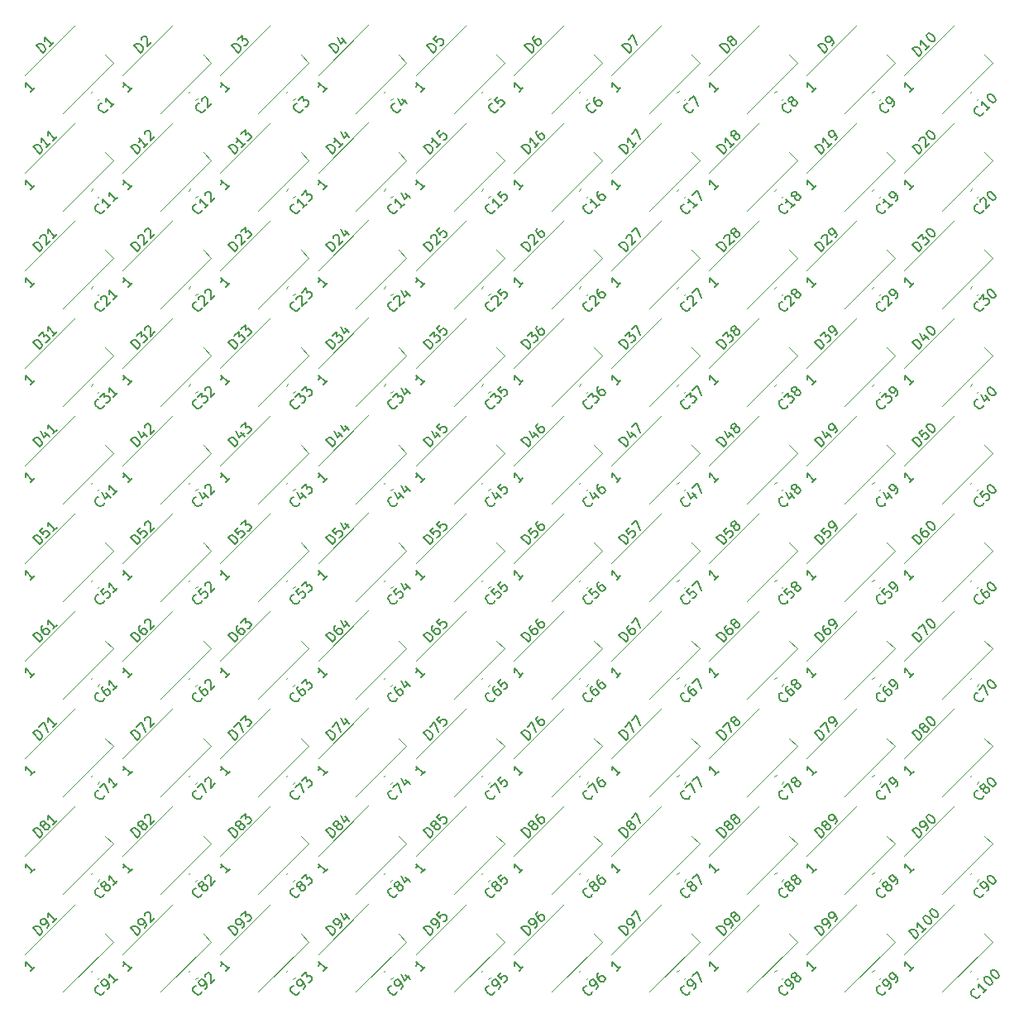
<source format=gbr>
%TF.GenerationSoftware,KiCad,Pcbnew,(6.0.7)*%
%TF.CreationDate,2022-09-25T18:43:39+08:00*%
%TF.ProjectId,WS2812bCricuitPanelization,57533238-3132-4624-9372-696375697450,rev?*%
%TF.SameCoordinates,Original*%
%TF.FileFunction,Legend,Top*%
%TF.FilePolarity,Positive*%
%FSLAX46Y46*%
G04 Gerber Fmt 4.6, Leading zero omitted, Abs format (unit mm)*
G04 Created by KiCad (PCBNEW (6.0.7)) date 2022-09-25 18:43:39*
%MOMM*%
%LPD*%
G01*
G04 APERTURE LIST*
%ADD10C,0.150000*%
%ADD11C,0.120000*%
G04 APERTURE END LIST*
D10*
%TO.C,C100*%
X203161251Y-162143824D02*
X203161251Y-162211167D01*
X203093908Y-162345854D01*
X203026564Y-162413198D01*
X202891877Y-162480541D01*
X202757190Y-162480541D01*
X202656175Y-162446870D01*
X202487816Y-162345854D01*
X202386801Y-162244839D01*
X202285786Y-162076480D01*
X202252114Y-161975465D01*
X202252114Y-161840778D01*
X202319458Y-161706091D01*
X202386801Y-161638748D01*
X202521488Y-161571404D01*
X202588832Y-161571404D01*
X203902030Y-161537732D02*
X203497969Y-161941793D01*
X203700000Y-161739763D02*
X202992893Y-161032656D01*
X203026564Y-161201015D01*
X203026564Y-161335702D01*
X202992893Y-161436717D01*
X203632656Y-160392893D02*
X203700000Y-160325549D01*
X203801015Y-160291877D01*
X203868358Y-160291877D01*
X203969374Y-160325549D01*
X204137732Y-160426564D01*
X204306091Y-160594923D01*
X204407106Y-160763282D01*
X204440778Y-160864297D01*
X204440778Y-160931641D01*
X204407106Y-161032656D01*
X204339763Y-161100000D01*
X204238748Y-161133671D01*
X204171404Y-161133671D01*
X204070389Y-161100000D01*
X203902030Y-160998984D01*
X203733671Y-160830625D01*
X203632656Y-160662267D01*
X203598984Y-160561251D01*
X203598984Y-160493908D01*
X203632656Y-160392893D01*
X204306091Y-159719458D02*
X204373435Y-159652114D01*
X204474450Y-159618442D01*
X204541793Y-159618442D01*
X204642809Y-159652114D01*
X204811167Y-159753129D01*
X204979526Y-159921488D01*
X205080541Y-160089847D01*
X205114213Y-160190862D01*
X205114213Y-160258206D01*
X205080541Y-160359221D01*
X205013198Y-160426564D01*
X204912183Y-160460236D01*
X204844839Y-160460236D01*
X204743824Y-160426564D01*
X204575465Y-160325549D01*
X204407106Y-160157190D01*
X204306091Y-159988832D01*
X204272419Y-159887816D01*
X204272419Y-159820473D01*
X204306091Y-159719458D01*
%TO.C,D100*%
X196599660Y-156390354D02*
X195892553Y-155683248D01*
X196060912Y-155514889D01*
X196195599Y-155447545D01*
X196330286Y-155447545D01*
X196431301Y-155481217D01*
X196599660Y-155582232D01*
X196700675Y-155683248D01*
X196801690Y-155851606D01*
X196835362Y-155952622D01*
X196835362Y-156087309D01*
X196768019Y-156221996D01*
X196599660Y-156390354D01*
X197677156Y-155312858D02*
X197273095Y-155716919D01*
X197475126Y-155514889D02*
X196768019Y-154807782D01*
X196801690Y-154976141D01*
X196801690Y-155110828D01*
X196768019Y-155211843D01*
X197407782Y-154168019D02*
X197475126Y-154100675D01*
X197576141Y-154067003D01*
X197643484Y-154067003D01*
X197744500Y-154100675D01*
X197912858Y-154201690D01*
X198081217Y-154370049D01*
X198182232Y-154538408D01*
X198215904Y-154639423D01*
X198215904Y-154706767D01*
X198182232Y-154807782D01*
X198114889Y-154875126D01*
X198013874Y-154908797D01*
X197946530Y-154908797D01*
X197845515Y-154875126D01*
X197677156Y-154774110D01*
X197508797Y-154605751D01*
X197407782Y-154437393D01*
X197374110Y-154336377D01*
X197374110Y-154269034D01*
X197407782Y-154168019D01*
X198081217Y-153494584D02*
X198148561Y-153427240D01*
X198249576Y-153393568D01*
X198316919Y-153393568D01*
X198417935Y-153427240D01*
X198586293Y-153528255D01*
X198754652Y-153696614D01*
X198855667Y-153864973D01*
X198889339Y-153965988D01*
X198889339Y-154033332D01*
X198855667Y-154134347D01*
X198788324Y-154201690D01*
X198687309Y-154235362D01*
X198619965Y-154235362D01*
X198518950Y-154201690D01*
X198350591Y-154100675D01*
X198182232Y-153932316D01*
X198081217Y-153763958D01*
X198047545Y-153662942D01*
X198047545Y-153595599D01*
X198081217Y-153494584D01*
X196406048Y-159270973D02*
X196001987Y-159675034D01*
X196204017Y-159473003D02*
X195496910Y-158765896D01*
X195530582Y-158934255D01*
X195530582Y-159068942D01*
X195496910Y-159169957D01*
%TO.C,C99*%
X193497969Y-161807106D02*
X193497969Y-161874450D01*
X193430625Y-162009137D01*
X193363282Y-162076480D01*
X193228595Y-162143824D01*
X193093908Y-162143824D01*
X192992893Y-162110152D01*
X192824534Y-162009137D01*
X192723519Y-161908122D01*
X192622503Y-161739763D01*
X192588832Y-161638748D01*
X192588832Y-161504061D01*
X192656175Y-161369374D01*
X192723519Y-161302030D01*
X192858206Y-161234687D01*
X192925549Y-161234687D01*
X193902030Y-161537732D02*
X194036717Y-161403045D01*
X194070389Y-161302030D01*
X194070389Y-161234687D01*
X194036717Y-161066328D01*
X193935702Y-160897969D01*
X193666328Y-160628595D01*
X193565312Y-160594923D01*
X193497969Y-160594923D01*
X193396954Y-160628595D01*
X193262267Y-160763282D01*
X193228595Y-160864297D01*
X193228595Y-160931641D01*
X193262267Y-161032656D01*
X193430625Y-161201015D01*
X193531641Y-161234687D01*
X193598984Y-161234687D01*
X193700000Y-161201015D01*
X193834687Y-161066328D01*
X193868358Y-160965312D01*
X193868358Y-160897969D01*
X193834687Y-160796954D01*
X194575465Y-160864297D02*
X194710152Y-160729610D01*
X194743824Y-160628595D01*
X194743824Y-160561251D01*
X194710152Y-160392893D01*
X194609137Y-160224534D01*
X194339763Y-159955160D01*
X194238748Y-159921488D01*
X194171404Y-159921488D01*
X194070389Y-159955160D01*
X193935702Y-160089847D01*
X193902030Y-160190862D01*
X193902030Y-160258206D01*
X193935702Y-160359221D01*
X194104061Y-160527580D01*
X194205076Y-160561251D01*
X194272419Y-160561251D01*
X194373435Y-160527580D01*
X194508122Y-160392893D01*
X194541793Y-160291877D01*
X194541793Y-160224534D01*
X194508122Y-160123519D01*
%TO.C,D99*%
X186936377Y-156053637D02*
X186229271Y-155346530D01*
X186397629Y-155178171D01*
X186532316Y-155110828D01*
X186667003Y-155110828D01*
X186768019Y-155144500D01*
X186936377Y-155245515D01*
X187037393Y-155346530D01*
X187138408Y-155514889D01*
X187172080Y-155615904D01*
X187172080Y-155750591D01*
X187104736Y-155885278D01*
X186936377Y-156053637D01*
X187677156Y-155312858D02*
X187811843Y-155178171D01*
X187845515Y-155077156D01*
X187845515Y-155009813D01*
X187811843Y-154841454D01*
X187710828Y-154673095D01*
X187441454Y-154403721D01*
X187340438Y-154370049D01*
X187273095Y-154370049D01*
X187172080Y-154403721D01*
X187037393Y-154538408D01*
X187003721Y-154639423D01*
X187003721Y-154706767D01*
X187037393Y-154807782D01*
X187205751Y-154976141D01*
X187306767Y-155009813D01*
X187374110Y-155009813D01*
X187475126Y-154976141D01*
X187609813Y-154841454D01*
X187643484Y-154740438D01*
X187643484Y-154673095D01*
X187609813Y-154572080D01*
X188350591Y-154639423D02*
X188485278Y-154504736D01*
X188518950Y-154403721D01*
X188518950Y-154336377D01*
X188485278Y-154168019D01*
X188384263Y-153999660D01*
X188114889Y-153730286D01*
X188013874Y-153696614D01*
X187946530Y-153696614D01*
X187845515Y-153730286D01*
X187710828Y-153864973D01*
X187677156Y-153965988D01*
X187677156Y-154033332D01*
X187710828Y-154134347D01*
X187879187Y-154302706D01*
X187980202Y-154336377D01*
X188047545Y-154336377D01*
X188148561Y-154302706D01*
X188283248Y-154168019D01*
X188316919Y-154067003D01*
X188316919Y-153999660D01*
X188283248Y-153898645D01*
X186406048Y-159270973D02*
X186001987Y-159675034D01*
X186204017Y-159473003D02*
X185496910Y-158765896D01*
X185530582Y-158934255D01*
X185530582Y-159068942D01*
X185496910Y-159169957D01*
%TO.C,C98*%
X183497969Y-161807106D02*
X183497969Y-161874450D01*
X183430625Y-162009137D01*
X183363282Y-162076480D01*
X183228595Y-162143824D01*
X183093908Y-162143824D01*
X182992893Y-162110152D01*
X182824534Y-162009137D01*
X182723519Y-161908122D01*
X182622503Y-161739763D01*
X182588832Y-161638748D01*
X182588832Y-161504061D01*
X182656175Y-161369374D01*
X182723519Y-161302030D01*
X182858206Y-161234687D01*
X182925549Y-161234687D01*
X183902030Y-161537732D02*
X184036717Y-161403045D01*
X184070389Y-161302030D01*
X184070389Y-161234687D01*
X184036717Y-161066328D01*
X183935702Y-160897969D01*
X183666328Y-160628595D01*
X183565312Y-160594923D01*
X183497969Y-160594923D01*
X183396954Y-160628595D01*
X183262267Y-160763282D01*
X183228595Y-160864297D01*
X183228595Y-160931641D01*
X183262267Y-161032656D01*
X183430625Y-161201015D01*
X183531641Y-161234687D01*
X183598984Y-161234687D01*
X183700000Y-161201015D01*
X183834687Y-161066328D01*
X183868358Y-160965312D01*
X183868358Y-160897969D01*
X183834687Y-160796954D01*
X184238748Y-160392893D02*
X184137732Y-160426564D01*
X184070389Y-160426564D01*
X183969374Y-160392893D01*
X183935702Y-160359221D01*
X183902030Y-160258206D01*
X183902030Y-160190862D01*
X183935702Y-160089847D01*
X184070389Y-159955160D01*
X184171404Y-159921488D01*
X184238748Y-159921488D01*
X184339763Y-159955160D01*
X184373435Y-159988832D01*
X184407106Y-160089847D01*
X184407106Y-160157190D01*
X184373435Y-160258206D01*
X184238748Y-160392893D01*
X184205076Y-160493908D01*
X184205076Y-160561251D01*
X184238748Y-160662267D01*
X184373435Y-160796954D01*
X184474450Y-160830625D01*
X184541793Y-160830625D01*
X184642809Y-160796954D01*
X184777496Y-160662267D01*
X184811167Y-160561251D01*
X184811167Y-160493908D01*
X184777496Y-160392893D01*
X184642809Y-160258206D01*
X184541793Y-160224534D01*
X184474450Y-160224534D01*
X184373435Y-160258206D01*
%TO.C,D98*%
X176936377Y-156053637D02*
X176229271Y-155346530D01*
X176397629Y-155178171D01*
X176532316Y-155110828D01*
X176667003Y-155110828D01*
X176768019Y-155144500D01*
X176936377Y-155245515D01*
X177037393Y-155346530D01*
X177138408Y-155514889D01*
X177172080Y-155615904D01*
X177172080Y-155750591D01*
X177104736Y-155885278D01*
X176936377Y-156053637D01*
X177677156Y-155312858D02*
X177811843Y-155178171D01*
X177845515Y-155077156D01*
X177845515Y-155009813D01*
X177811843Y-154841454D01*
X177710828Y-154673095D01*
X177441454Y-154403721D01*
X177340438Y-154370049D01*
X177273095Y-154370049D01*
X177172080Y-154403721D01*
X177037393Y-154538408D01*
X177003721Y-154639423D01*
X177003721Y-154706767D01*
X177037393Y-154807782D01*
X177205751Y-154976141D01*
X177306767Y-155009813D01*
X177374110Y-155009813D01*
X177475126Y-154976141D01*
X177609813Y-154841454D01*
X177643484Y-154740438D01*
X177643484Y-154673095D01*
X177609813Y-154572080D01*
X178013874Y-154168019D02*
X177912858Y-154201690D01*
X177845515Y-154201690D01*
X177744500Y-154168019D01*
X177710828Y-154134347D01*
X177677156Y-154033332D01*
X177677156Y-153965988D01*
X177710828Y-153864973D01*
X177845515Y-153730286D01*
X177946530Y-153696614D01*
X178013874Y-153696614D01*
X178114889Y-153730286D01*
X178148561Y-153763958D01*
X178182232Y-153864973D01*
X178182232Y-153932316D01*
X178148561Y-154033332D01*
X178013874Y-154168019D01*
X177980202Y-154269034D01*
X177980202Y-154336377D01*
X178013874Y-154437393D01*
X178148561Y-154572080D01*
X178249576Y-154605751D01*
X178316919Y-154605751D01*
X178417935Y-154572080D01*
X178552622Y-154437393D01*
X178586293Y-154336377D01*
X178586293Y-154269034D01*
X178552622Y-154168019D01*
X178417935Y-154033332D01*
X178316919Y-153999660D01*
X178249576Y-153999660D01*
X178148561Y-154033332D01*
X176406048Y-159270973D02*
X176001987Y-159675034D01*
X176204017Y-159473003D02*
X175496910Y-158765896D01*
X175530582Y-158934255D01*
X175530582Y-159068942D01*
X175496910Y-159169957D01*
%TO.C,C97*%
X173497969Y-161807106D02*
X173497969Y-161874450D01*
X173430625Y-162009137D01*
X173363282Y-162076480D01*
X173228595Y-162143824D01*
X173093908Y-162143824D01*
X172992893Y-162110152D01*
X172824534Y-162009137D01*
X172723519Y-161908122D01*
X172622503Y-161739763D01*
X172588832Y-161638748D01*
X172588832Y-161504061D01*
X172656175Y-161369374D01*
X172723519Y-161302030D01*
X172858206Y-161234687D01*
X172925549Y-161234687D01*
X173902030Y-161537732D02*
X174036717Y-161403045D01*
X174070389Y-161302030D01*
X174070389Y-161234687D01*
X174036717Y-161066328D01*
X173935702Y-160897969D01*
X173666328Y-160628595D01*
X173565312Y-160594923D01*
X173497969Y-160594923D01*
X173396954Y-160628595D01*
X173262267Y-160763282D01*
X173228595Y-160864297D01*
X173228595Y-160931641D01*
X173262267Y-161032656D01*
X173430625Y-161201015D01*
X173531641Y-161234687D01*
X173598984Y-161234687D01*
X173700000Y-161201015D01*
X173834687Y-161066328D01*
X173868358Y-160965312D01*
X173868358Y-160897969D01*
X173834687Y-160796954D01*
X173767343Y-160258206D02*
X174238748Y-159786801D01*
X174642809Y-160796954D01*
%TO.C,D97*%
X166936377Y-156053637D02*
X166229271Y-155346530D01*
X166397629Y-155178171D01*
X166532316Y-155110828D01*
X166667003Y-155110828D01*
X166768019Y-155144500D01*
X166936377Y-155245515D01*
X167037393Y-155346530D01*
X167138408Y-155514889D01*
X167172080Y-155615904D01*
X167172080Y-155750591D01*
X167104736Y-155885278D01*
X166936377Y-156053637D01*
X167677156Y-155312858D02*
X167811843Y-155178171D01*
X167845515Y-155077156D01*
X167845515Y-155009813D01*
X167811843Y-154841454D01*
X167710828Y-154673095D01*
X167441454Y-154403721D01*
X167340438Y-154370049D01*
X167273095Y-154370049D01*
X167172080Y-154403721D01*
X167037393Y-154538408D01*
X167003721Y-154639423D01*
X167003721Y-154706767D01*
X167037393Y-154807782D01*
X167205751Y-154976141D01*
X167306767Y-155009813D01*
X167374110Y-155009813D01*
X167475126Y-154976141D01*
X167609813Y-154841454D01*
X167643484Y-154740438D01*
X167643484Y-154673095D01*
X167609813Y-154572080D01*
X167542469Y-154033332D02*
X168013874Y-153561927D01*
X168417935Y-154572080D01*
X166406048Y-159270973D02*
X166001987Y-159675034D01*
X166204017Y-159473003D02*
X165496910Y-158765896D01*
X165530582Y-158934255D01*
X165530582Y-159068942D01*
X165496910Y-159169957D01*
%TO.C,C96*%
X163497969Y-161807106D02*
X163497969Y-161874450D01*
X163430625Y-162009137D01*
X163363282Y-162076480D01*
X163228595Y-162143824D01*
X163093908Y-162143824D01*
X162992893Y-162110152D01*
X162824534Y-162009137D01*
X162723519Y-161908122D01*
X162622503Y-161739763D01*
X162588832Y-161638748D01*
X162588832Y-161504061D01*
X162656175Y-161369374D01*
X162723519Y-161302030D01*
X162858206Y-161234687D01*
X162925549Y-161234687D01*
X163902030Y-161537732D02*
X164036717Y-161403045D01*
X164070389Y-161302030D01*
X164070389Y-161234687D01*
X164036717Y-161066328D01*
X163935702Y-160897969D01*
X163666328Y-160628595D01*
X163565312Y-160594923D01*
X163497969Y-160594923D01*
X163396954Y-160628595D01*
X163262267Y-160763282D01*
X163228595Y-160864297D01*
X163228595Y-160931641D01*
X163262267Y-161032656D01*
X163430625Y-161201015D01*
X163531641Y-161234687D01*
X163598984Y-161234687D01*
X163700000Y-161201015D01*
X163834687Y-161066328D01*
X163868358Y-160965312D01*
X163868358Y-160897969D01*
X163834687Y-160796954D01*
X164137732Y-159887816D02*
X164003045Y-160022503D01*
X163969374Y-160123519D01*
X163969374Y-160190862D01*
X164003045Y-160359221D01*
X164104061Y-160527580D01*
X164373435Y-160796954D01*
X164474450Y-160830625D01*
X164541793Y-160830625D01*
X164642809Y-160796954D01*
X164777496Y-160662267D01*
X164811167Y-160561251D01*
X164811167Y-160493908D01*
X164777496Y-160392893D01*
X164609137Y-160224534D01*
X164508122Y-160190862D01*
X164440778Y-160190862D01*
X164339763Y-160224534D01*
X164205076Y-160359221D01*
X164171404Y-160460236D01*
X164171404Y-160527580D01*
X164205076Y-160628595D01*
%TO.C,D96*%
X156936377Y-156053637D02*
X156229271Y-155346530D01*
X156397629Y-155178171D01*
X156532316Y-155110828D01*
X156667003Y-155110828D01*
X156768019Y-155144500D01*
X156936377Y-155245515D01*
X157037393Y-155346530D01*
X157138408Y-155514889D01*
X157172080Y-155615904D01*
X157172080Y-155750591D01*
X157104736Y-155885278D01*
X156936377Y-156053637D01*
X157677156Y-155312858D02*
X157811843Y-155178171D01*
X157845515Y-155077156D01*
X157845515Y-155009813D01*
X157811843Y-154841454D01*
X157710828Y-154673095D01*
X157441454Y-154403721D01*
X157340438Y-154370049D01*
X157273095Y-154370049D01*
X157172080Y-154403721D01*
X157037393Y-154538408D01*
X157003721Y-154639423D01*
X157003721Y-154706767D01*
X157037393Y-154807782D01*
X157205751Y-154976141D01*
X157306767Y-155009813D01*
X157374110Y-155009813D01*
X157475126Y-154976141D01*
X157609813Y-154841454D01*
X157643484Y-154740438D01*
X157643484Y-154673095D01*
X157609813Y-154572080D01*
X157912858Y-153662942D02*
X157778171Y-153797629D01*
X157744500Y-153898645D01*
X157744500Y-153965988D01*
X157778171Y-154134347D01*
X157879187Y-154302706D01*
X158148561Y-154572080D01*
X158249576Y-154605751D01*
X158316919Y-154605751D01*
X158417935Y-154572080D01*
X158552622Y-154437393D01*
X158586293Y-154336377D01*
X158586293Y-154269034D01*
X158552622Y-154168019D01*
X158384263Y-153999660D01*
X158283248Y-153965988D01*
X158215904Y-153965988D01*
X158114889Y-153999660D01*
X157980202Y-154134347D01*
X157946530Y-154235362D01*
X157946530Y-154302706D01*
X157980202Y-154403721D01*
X156406048Y-159270973D02*
X156001987Y-159675034D01*
X156204017Y-159473003D02*
X155496910Y-158765896D01*
X155530582Y-158934255D01*
X155530582Y-159068942D01*
X155496910Y-159169957D01*
%TO.C,C95*%
X153497969Y-161807106D02*
X153497969Y-161874450D01*
X153430625Y-162009137D01*
X153363282Y-162076480D01*
X153228595Y-162143824D01*
X153093908Y-162143824D01*
X152992893Y-162110152D01*
X152824534Y-162009137D01*
X152723519Y-161908122D01*
X152622503Y-161739763D01*
X152588832Y-161638748D01*
X152588832Y-161504061D01*
X152656175Y-161369374D01*
X152723519Y-161302030D01*
X152858206Y-161234687D01*
X152925549Y-161234687D01*
X153902030Y-161537732D02*
X154036717Y-161403045D01*
X154070389Y-161302030D01*
X154070389Y-161234687D01*
X154036717Y-161066328D01*
X153935702Y-160897969D01*
X153666328Y-160628595D01*
X153565312Y-160594923D01*
X153497969Y-160594923D01*
X153396954Y-160628595D01*
X153262267Y-160763282D01*
X153228595Y-160864297D01*
X153228595Y-160931641D01*
X153262267Y-161032656D01*
X153430625Y-161201015D01*
X153531641Y-161234687D01*
X153598984Y-161234687D01*
X153700000Y-161201015D01*
X153834687Y-161066328D01*
X153868358Y-160965312D01*
X153868358Y-160897969D01*
X153834687Y-160796954D01*
X154171404Y-159854145D02*
X153834687Y-160190862D01*
X154137732Y-160561251D01*
X154137732Y-160493908D01*
X154171404Y-160392893D01*
X154339763Y-160224534D01*
X154440778Y-160190862D01*
X154508122Y-160190862D01*
X154609137Y-160224534D01*
X154777496Y-160392893D01*
X154811167Y-160493908D01*
X154811167Y-160561251D01*
X154777496Y-160662267D01*
X154609137Y-160830625D01*
X154508122Y-160864297D01*
X154440778Y-160864297D01*
%TO.C,D95*%
X146936377Y-156053637D02*
X146229271Y-155346530D01*
X146397629Y-155178171D01*
X146532316Y-155110828D01*
X146667003Y-155110828D01*
X146768019Y-155144500D01*
X146936377Y-155245515D01*
X147037393Y-155346530D01*
X147138408Y-155514889D01*
X147172080Y-155615904D01*
X147172080Y-155750591D01*
X147104736Y-155885278D01*
X146936377Y-156053637D01*
X147677156Y-155312858D02*
X147811843Y-155178171D01*
X147845515Y-155077156D01*
X147845515Y-155009813D01*
X147811843Y-154841454D01*
X147710828Y-154673095D01*
X147441454Y-154403721D01*
X147340438Y-154370049D01*
X147273095Y-154370049D01*
X147172080Y-154403721D01*
X147037393Y-154538408D01*
X147003721Y-154639423D01*
X147003721Y-154706767D01*
X147037393Y-154807782D01*
X147205751Y-154976141D01*
X147306767Y-155009813D01*
X147374110Y-155009813D01*
X147475126Y-154976141D01*
X147609813Y-154841454D01*
X147643484Y-154740438D01*
X147643484Y-154673095D01*
X147609813Y-154572080D01*
X147946530Y-153629271D02*
X147609813Y-153965988D01*
X147912858Y-154336377D01*
X147912858Y-154269034D01*
X147946530Y-154168019D01*
X148114889Y-153999660D01*
X148215904Y-153965988D01*
X148283248Y-153965988D01*
X148384263Y-153999660D01*
X148552622Y-154168019D01*
X148586293Y-154269034D01*
X148586293Y-154336377D01*
X148552622Y-154437393D01*
X148384263Y-154605751D01*
X148283248Y-154639423D01*
X148215904Y-154639423D01*
X146406048Y-159270973D02*
X146001987Y-159675034D01*
X146204017Y-159473003D02*
X145496910Y-158765896D01*
X145530582Y-158934255D01*
X145530582Y-159068942D01*
X145496910Y-159169957D01*
%TO.C,C94*%
X143497969Y-161807106D02*
X143497969Y-161874450D01*
X143430625Y-162009137D01*
X143363282Y-162076480D01*
X143228595Y-162143824D01*
X143093908Y-162143824D01*
X142992893Y-162110152D01*
X142824534Y-162009137D01*
X142723519Y-161908122D01*
X142622503Y-161739763D01*
X142588832Y-161638748D01*
X142588832Y-161504061D01*
X142656175Y-161369374D01*
X142723519Y-161302030D01*
X142858206Y-161234687D01*
X142925549Y-161234687D01*
X143902030Y-161537732D02*
X144036717Y-161403045D01*
X144070389Y-161302030D01*
X144070389Y-161234687D01*
X144036717Y-161066328D01*
X143935702Y-160897969D01*
X143666328Y-160628595D01*
X143565312Y-160594923D01*
X143497969Y-160594923D01*
X143396954Y-160628595D01*
X143262267Y-160763282D01*
X143228595Y-160864297D01*
X143228595Y-160931641D01*
X143262267Y-161032656D01*
X143430625Y-161201015D01*
X143531641Y-161234687D01*
X143598984Y-161234687D01*
X143700000Y-161201015D01*
X143834687Y-161066328D01*
X143868358Y-160965312D01*
X143868358Y-160897969D01*
X143834687Y-160796954D01*
X144373435Y-160123519D02*
X144844839Y-160594923D01*
X143935702Y-160022503D02*
X144272419Y-160695938D01*
X144710152Y-160258206D01*
%TO.C,D94*%
X136936377Y-156053637D02*
X136229271Y-155346530D01*
X136397629Y-155178171D01*
X136532316Y-155110828D01*
X136667003Y-155110828D01*
X136768019Y-155144500D01*
X136936377Y-155245515D01*
X137037393Y-155346530D01*
X137138408Y-155514889D01*
X137172080Y-155615904D01*
X137172080Y-155750591D01*
X137104736Y-155885278D01*
X136936377Y-156053637D01*
X137677156Y-155312858D02*
X137811843Y-155178171D01*
X137845515Y-155077156D01*
X137845515Y-155009813D01*
X137811843Y-154841454D01*
X137710828Y-154673095D01*
X137441454Y-154403721D01*
X137340438Y-154370049D01*
X137273095Y-154370049D01*
X137172080Y-154403721D01*
X137037393Y-154538408D01*
X137003721Y-154639423D01*
X137003721Y-154706767D01*
X137037393Y-154807782D01*
X137205751Y-154976141D01*
X137306767Y-155009813D01*
X137374110Y-155009813D01*
X137475126Y-154976141D01*
X137609813Y-154841454D01*
X137643484Y-154740438D01*
X137643484Y-154673095D01*
X137609813Y-154572080D01*
X138148561Y-153898645D02*
X138619965Y-154370049D01*
X137710828Y-153797629D02*
X138047545Y-154471064D01*
X138485278Y-154033332D01*
X136406048Y-159270973D02*
X136001987Y-159675034D01*
X136204017Y-159473003D02*
X135496910Y-158765896D01*
X135530582Y-158934255D01*
X135530582Y-159068942D01*
X135496910Y-159169957D01*
%TO.C,C93*%
X133497969Y-161807106D02*
X133497969Y-161874450D01*
X133430625Y-162009137D01*
X133363282Y-162076480D01*
X133228595Y-162143824D01*
X133093908Y-162143824D01*
X132992893Y-162110152D01*
X132824534Y-162009137D01*
X132723519Y-161908122D01*
X132622503Y-161739763D01*
X132588832Y-161638748D01*
X132588832Y-161504061D01*
X132656175Y-161369374D01*
X132723519Y-161302030D01*
X132858206Y-161234687D01*
X132925549Y-161234687D01*
X133902030Y-161537732D02*
X134036717Y-161403045D01*
X134070389Y-161302030D01*
X134070389Y-161234687D01*
X134036717Y-161066328D01*
X133935702Y-160897969D01*
X133666328Y-160628595D01*
X133565312Y-160594923D01*
X133497969Y-160594923D01*
X133396954Y-160628595D01*
X133262267Y-160763282D01*
X133228595Y-160864297D01*
X133228595Y-160931641D01*
X133262267Y-161032656D01*
X133430625Y-161201015D01*
X133531641Y-161234687D01*
X133598984Y-161234687D01*
X133700000Y-161201015D01*
X133834687Y-161066328D01*
X133868358Y-160965312D01*
X133868358Y-160897969D01*
X133834687Y-160796954D01*
X133767343Y-160258206D02*
X134205076Y-159820473D01*
X134238748Y-160325549D01*
X134339763Y-160224534D01*
X134440778Y-160190862D01*
X134508122Y-160190862D01*
X134609137Y-160224534D01*
X134777496Y-160392893D01*
X134811167Y-160493908D01*
X134811167Y-160561251D01*
X134777496Y-160662267D01*
X134575465Y-160864297D01*
X134474450Y-160897969D01*
X134407106Y-160897969D01*
%TO.C,D93*%
X126936377Y-156053637D02*
X126229271Y-155346530D01*
X126397629Y-155178171D01*
X126532316Y-155110828D01*
X126667003Y-155110828D01*
X126768019Y-155144500D01*
X126936377Y-155245515D01*
X127037393Y-155346530D01*
X127138408Y-155514889D01*
X127172080Y-155615904D01*
X127172080Y-155750591D01*
X127104736Y-155885278D01*
X126936377Y-156053637D01*
X127677156Y-155312858D02*
X127811843Y-155178171D01*
X127845515Y-155077156D01*
X127845515Y-155009813D01*
X127811843Y-154841454D01*
X127710828Y-154673095D01*
X127441454Y-154403721D01*
X127340438Y-154370049D01*
X127273095Y-154370049D01*
X127172080Y-154403721D01*
X127037393Y-154538408D01*
X127003721Y-154639423D01*
X127003721Y-154706767D01*
X127037393Y-154807782D01*
X127205751Y-154976141D01*
X127306767Y-155009813D01*
X127374110Y-155009813D01*
X127475126Y-154976141D01*
X127609813Y-154841454D01*
X127643484Y-154740438D01*
X127643484Y-154673095D01*
X127609813Y-154572080D01*
X127542469Y-154033332D02*
X127980202Y-153595599D01*
X128013874Y-154100675D01*
X128114889Y-153999660D01*
X128215904Y-153965988D01*
X128283248Y-153965988D01*
X128384263Y-153999660D01*
X128552622Y-154168019D01*
X128586293Y-154269034D01*
X128586293Y-154336377D01*
X128552622Y-154437393D01*
X128350591Y-154639423D01*
X128249576Y-154673095D01*
X128182232Y-154673095D01*
X126406048Y-159270973D02*
X126001987Y-159675034D01*
X126204017Y-159473003D02*
X125496910Y-158765896D01*
X125530582Y-158934255D01*
X125530582Y-159068942D01*
X125496910Y-159169957D01*
%TO.C,C92*%
X123497969Y-161807106D02*
X123497969Y-161874450D01*
X123430625Y-162009137D01*
X123363282Y-162076480D01*
X123228595Y-162143824D01*
X123093908Y-162143824D01*
X122992893Y-162110152D01*
X122824534Y-162009137D01*
X122723519Y-161908122D01*
X122622503Y-161739763D01*
X122588832Y-161638748D01*
X122588832Y-161504061D01*
X122656175Y-161369374D01*
X122723519Y-161302030D01*
X122858206Y-161234687D01*
X122925549Y-161234687D01*
X123902030Y-161537732D02*
X124036717Y-161403045D01*
X124070389Y-161302030D01*
X124070389Y-161234687D01*
X124036717Y-161066328D01*
X123935702Y-160897969D01*
X123666328Y-160628595D01*
X123565312Y-160594923D01*
X123497969Y-160594923D01*
X123396954Y-160628595D01*
X123262267Y-160763282D01*
X123228595Y-160864297D01*
X123228595Y-160931641D01*
X123262267Y-161032656D01*
X123430625Y-161201015D01*
X123531641Y-161234687D01*
X123598984Y-161234687D01*
X123700000Y-161201015D01*
X123834687Y-161066328D01*
X123868358Y-160965312D01*
X123868358Y-160897969D01*
X123834687Y-160796954D01*
X123868358Y-160291877D02*
X123868358Y-160224534D01*
X123902030Y-160123519D01*
X124070389Y-159955160D01*
X124171404Y-159921488D01*
X124238748Y-159921488D01*
X124339763Y-159955160D01*
X124407106Y-160022503D01*
X124474450Y-160157190D01*
X124474450Y-160965312D01*
X124912183Y-160527580D01*
%TO.C,D92*%
X116936377Y-156053637D02*
X116229271Y-155346530D01*
X116397629Y-155178171D01*
X116532316Y-155110828D01*
X116667003Y-155110828D01*
X116768019Y-155144500D01*
X116936377Y-155245515D01*
X117037393Y-155346530D01*
X117138408Y-155514889D01*
X117172080Y-155615904D01*
X117172080Y-155750591D01*
X117104736Y-155885278D01*
X116936377Y-156053637D01*
X117677156Y-155312858D02*
X117811843Y-155178171D01*
X117845515Y-155077156D01*
X117845515Y-155009813D01*
X117811843Y-154841454D01*
X117710828Y-154673095D01*
X117441454Y-154403721D01*
X117340438Y-154370049D01*
X117273095Y-154370049D01*
X117172080Y-154403721D01*
X117037393Y-154538408D01*
X117003721Y-154639423D01*
X117003721Y-154706767D01*
X117037393Y-154807782D01*
X117205751Y-154976141D01*
X117306767Y-155009813D01*
X117374110Y-155009813D01*
X117475126Y-154976141D01*
X117609813Y-154841454D01*
X117643484Y-154740438D01*
X117643484Y-154673095D01*
X117609813Y-154572080D01*
X117643484Y-154067003D02*
X117643484Y-153999660D01*
X117677156Y-153898645D01*
X117845515Y-153730286D01*
X117946530Y-153696614D01*
X118013874Y-153696614D01*
X118114889Y-153730286D01*
X118182232Y-153797629D01*
X118249576Y-153932316D01*
X118249576Y-154740438D01*
X118687309Y-154302706D01*
X116406048Y-159270973D02*
X116001987Y-159675034D01*
X116204017Y-159473003D02*
X115496910Y-158765896D01*
X115530582Y-158934255D01*
X115530582Y-159068942D01*
X115496910Y-159169957D01*
%TO.C,C91*%
X113497969Y-161807106D02*
X113497969Y-161874450D01*
X113430625Y-162009137D01*
X113363282Y-162076480D01*
X113228595Y-162143824D01*
X113093908Y-162143824D01*
X112992893Y-162110152D01*
X112824534Y-162009137D01*
X112723519Y-161908122D01*
X112622503Y-161739763D01*
X112588832Y-161638748D01*
X112588832Y-161504061D01*
X112656175Y-161369374D01*
X112723519Y-161302030D01*
X112858206Y-161234687D01*
X112925549Y-161234687D01*
X113902030Y-161537732D02*
X114036717Y-161403045D01*
X114070389Y-161302030D01*
X114070389Y-161234687D01*
X114036717Y-161066328D01*
X113935702Y-160897969D01*
X113666328Y-160628595D01*
X113565312Y-160594923D01*
X113497969Y-160594923D01*
X113396954Y-160628595D01*
X113262267Y-160763282D01*
X113228595Y-160864297D01*
X113228595Y-160931641D01*
X113262267Y-161032656D01*
X113430625Y-161201015D01*
X113531641Y-161234687D01*
X113598984Y-161234687D01*
X113700000Y-161201015D01*
X113834687Y-161066328D01*
X113868358Y-160965312D01*
X113868358Y-160897969D01*
X113834687Y-160796954D01*
X114912183Y-160527580D02*
X114508122Y-160931641D01*
X114710152Y-160729610D02*
X114003045Y-160022503D01*
X114036717Y-160190862D01*
X114036717Y-160325549D01*
X114003045Y-160426564D01*
%TO.C,D91*%
X106936377Y-156053637D02*
X106229271Y-155346530D01*
X106397629Y-155178171D01*
X106532316Y-155110828D01*
X106667003Y-155110828D01*
X106768019Y-155144500D01*
X106936377Y-155245515D01*
X107037393Y-155346530D01*
X107138408Y-155514889D01*
X107172080Y-155615904D01*
X107172080Y-155750591D01*
X107104736Y-155885278D01*
X106936377Y-156053637D01*
X107677156Y-155312858D02*
X107811843Y-155178171D01*
X107845515Y-155077156D01*
X107845515Y-155009813D01*
X107811843Y-154841454D01*
X107710828Y-154673095D01*
X107441454Y-154403721D01*
X107340438Y-154370049D01*
X107273095Y-154370049D01*
X107172080Y-154403721D01*
X107037393Y-154538408D01*
X107003721Y-154639423D01*
X107003721Y-154706767D01*
X107037393Y-154807782D01*
X107205751Y-154976141D01*
X107306767Y-155009813D01*
X107374110Y-155009813D01*
X107475126Y-154976141D01*
X107609813Y-154841454D01*
X107643484Y-154740438D01*
X107643484Y-154673095D01*
X107609813Y-154572080D01*
X108687309Y-154302706D02*
X108283248Y-154706767D01*
X108485278Y-154504736D02*
X107778171Y-153797629D01*
X107811843Y-153965988D01*
X107811843Y-154100675D01*
X107778171Y-154201690D01*
X106406048Y-159270973D02*
X106001987Y-159675034D01*
X106204017Y-159473003D02*
X105496910Y-158765896D01*
X105530582Y-158934255D01*
X105530582Y-159068942D01*
X105496910Y-159169957D01*
%TO.C,C90*%
X203497969Y-151807106D02*
X203497969Y-151874450D01*
X203430625Y-152009137D01*
X203363282Y-152076480D01*
X203228595Y-152143824D01*
X203093908Y-152143824D01*
X202992893Y-152110152D01*
X202824534Y-152009137D01*
X202723519Y-151908122D01*
X202622503Y-151739763D01*
X202588832Y-151638748D01*
X202588832Y-151504061D01*
X202656175Y-151369374D01*
X202723519Y-151302030D01*
X202858206Y-151234687D01*
X202925549Y-151234687D01*
X203902030Y-151537732D02*
X204036717Y-151403045D01*
X204070389Y-151302030D01*
X204070389Y-151234687D01*
X204036717Y-151066328D01*
X203935702Y-150897969D01*
X203666328Y-150628595D01*
X203565312Y-150594923D01*
X203497969Y-150594923D01*
X203396954Y-150628595D01*
X203262267Y-150763282D01*
X203228595Y-150864297D01*
X203228595Y-150931641D01*
X203262267Y-151032656D01*
X203430625Y-151201015D01*
X203531641Y-151234687D01*
X203598984Y-151234687D01*
X203700000Y-151201015D01*
X203834687Y-151066328D01*
X203868358Y-150965312D01*
X203868358Y-150897969D01*
X203834687Y-150796954D01*
X203969374Y-150056175D02*
X204036717Y-149988832D01*
X204137732Y-149955160D01*
X204205076Y-149955160D01*
X204306091Y-149988832D01*
X204474450Y-150089847D01*
X204642809Y-150258206D01*
X204743824Y-150426564D01*
X204777496Y-150527580D01*
X204777496Y-150594923D01*
X204743824Y-150695938D01*
X204676480Y-150763282D01*
X204575465Y-150796954D01*
X204508122Y-150796954D01*
X204407106Y-150763282D01*
X204238748Y-150662267D01*
X204070389Y-150493908D01*
X203969374Y-150325549D01*
X203935702Y-150224534D01*
X203935702Y-150157190D01*
X203969374Y-150056175D01*
%TO.C,D90*%
X196936377Y-146053637D02*
X196229271Y-145346530D01*
X196397629Y-145178171D01*
X196532316Y-145110828D01*
X196667003Y-145110828D01*
X196768019Y-145144500D01*
X196936377Y-145245515D01*
X197037393Y-145346530D01*
X197138408Y-145514889D01*
X197172080Y-145615904D01*
X197172080Y-145750591D01*
X197104736Y-145885278D01*
X196936377Y-146053637D01*
X197677156Y-145312858D02*
X197811843Y-145178171D01*
X197845515Y-145077156D01*
X197845515Y-145009813D01*
X197811843Y-144841454D01*
X197710828Y-144673095D01*
X197441454Y-144403721D01*
X197340438Y-144370049D01*
X197273095Y-144370049D01*
X197172080Y-144403721D01*
X197037393Y-144538408D01*
X197003721Y-144639423D01*
X197003721Y-144706767D01*
X197037393Y-144807782D01*
X197205751Y-144976141D01*
X197306767Y-145009813D01*
X197374110Y-145009813D01*
X197475126Y-144976141D01*
X197609813Y-144841454D01*
X197643484Y-144740438D01*
X197643484Y-144673095D01*
X197609813Y-144572080D01*
X197744500Y-143831301D02*
X197811843Y-143763958D01*
X197912858Y-143730286D01*
X197980202Y-143730286D01*
X198081217Y-143763958D01*
X198249576Y-143864973D01*
X198417935Y-144033332D01*
X198518950Y-144201690D01*
X198552622Y-144302706D01*
X198552622Y-144370049D01*
X198518950Y-144471064D01*
X198451606Y-144538408D01*
X198350591Y-144572080D01*
X198283248Y-144572080D01*
X198182232Y-144538408D01*
X198013874Y-144437393D01*
X197845515Y-144269034D01*
X197744500Y-144100675D01*
X197710828Y-143999660D01*
X197710828Y-143932316D01*
X197744500Y-143831301D01*
X196406048Y-149270973D02*
X196001987Y-149675034D01*
X196204017Y-149473003D02*
X195496910Y-148765896D01*
X195530582Y-148934255D01*
X195530582Y-149068942D01*
X195496910Y-149169957D01*
%TO.C,C89*%
X193497969Y-151807106D02*
X193497969Y-151874450D01*
X193430625Y-152009137D01*
X193363282Y-152076480D01*
X193228595Y-152143824D01*
X193093908Y-152143824D01*
X192992893Y-152110152D01*
X192824534Y-152009137D01*
X192723519Y-151908122D01*
X192622503Y-151739763D01*
X192588832Y-151638748D01*
X192588832Y-151504061D01*
X192656175Y-151369374D01*
X192723519Y-151302030D01*
X192858206Y-151234687D01*
X192925549Y-151234687D01*
X193565312Y-151066328D02*
X193464297Y-151100000D01*
X193396954Y-151100000D01*
X193295938Y-151066328D01*
X193262267Y-151032656D01*
X193228595Y-150931641D01*
X193228595Y-150864297D01*
X193262267Y-150763282D01*
X193396954Y-150628595D01*
X193497969Y-150594923D01*
X193565312Y-150594923D01*
X193666328Y-150628595D01*
X193700000Y-150662267D01*
X193733671Y-150763282D01*
X193733671Y-150830625D01*
X193700000Y-150931641D01*
X193565312Y-151066328D01*
X193531641Y-151167343D01*
X193531641Y-151234687D01*
X193565312Y-151335702D01*
X193700000Y-151470389D01*
X193801015Y-151504061D01*
X193868358Y-151504061D01*
X193969374Y-151470389D01*
X194104061Y-151335702D01*
X194137732Y-151234687D01*
X194137732Y-151167343D01*
X194104061Y-151066328D01*
X193969374Y-150931641D01*
X193868358Y-150897969D01*
X193801015Y-150897969D01*
X193700000Y-150931641D01*
X194575465Y-150864297D02*
X194710152Y-150729610D01*
X194743824Y-150628595D01*
X194743824Y-150561251D01*
X194710152Y-150392893D01*
X194609137Y-150224534D01*
X194339763Y-149955160D01*
X194238748Y-149921488D01*
X194171404Y-149921488D01*
X194070389Y-149955160D01*
X193935702Y-150089847D01*
X193902030Y-150190862D01*
X193902030Y-150258206D01*
X193935702Y-150359221D01*
X194104061Y-150527580D01*
X194205076Y-150561251D01*
X194272419Y-150561251D01*
X194373435Y-150527580D01*
X194508122Y-150392893D01*
X194541793Y-150291877D01*
X194541793Y-150224534D01*
X194508122Y-150123519D01*
%TO.C,D89*%
X186936377Y-146053637D02*
X186229271Y-145346530D01*
X186397629Y-145178171D01*
X186532316Y-145110828D01*
X186667003Y-145110828D01*
X186768019Y-145144500D01*
X186936377Y-145245515D01*
X187037393Y-145346530D01*
X187138408Y-145514889D01*
X187172080Y-145615904D01*
X187172080Y-145750591D01*
X187104736Y-145885278D01*
X186936377Y-146053637D01*
X187340438Y-144841454D02*
X187239423Y-144875126D01*
X187172080Y-144875126D01*
X187071064Y-144841454D01*
X187037393Y-144807782D01*
X187003721Y-144706767D01*
X187003721Y-144639423D01*
X187037393Y-144538408D01*
X187172080Y-144403721D01*
X187273095Y-144370049D01*
X187340438Y-144370049D01*
X187441454Y-144403721D01*
X187475126Y-144437393D01*
X187508797Y-144538408D01*
X187508797Y-144605751D01*
X187475126Y-144706767D01*
X187340438Y-144841454D01*
X187306767Y-144942469D01*
X187306767Y-145009813D01*
X187340438Y-145110828D01*
X187475126Y-145245515D01*
X187576141Y-145279187D01*
X187643484Y-145279187D01*
X187744500Y-145245515D01*
X187879187Y-145110828D01*
X187912858Y-145009813D01*
X187912858Y-144942469D01*
X187879187Y-144841454D01*
X187744500Y-144706767D01*
X187643484Y-144673095D01*
X187576141Y-144673095D01*
X187475126Y-144706767D01*
X188350591Y-144639423D02*
X188485278Y-144504736D01*
X188518950Y-144403721D01*
X188518950Y-144336377D01*
X188485278Y-144168019D01*
X188384263Y-143999660D01*
X188114889Y-143730286D01*
X188013874Y-143696614D01*
X187946530Y-143696614D01*
X187845515Y-143730286D01*
X187710828Y-143864973D01*
X187677156Y-143965988D01*
X187677156Y-144033332D01*
X187710828Y-144134347D01*
X187879187Y-144302706D01*
X187980202Y-144336377D01*
X188047545Y-144336377D01*
X188148561Y-144302706D01*
X188283248Y-144168019D01*
X188316919Y-144067003D01*
X188316919Y-143999660D01*
X188283248Y-143898645D01*
X186406048Y-149270973D02*
X186001987Y-149675034D01*
X186204017Y-149473003D02*
X185496910Y-148765896D01*
X185530582Y-148934255D01*
X185530582Y-149068942D01*
X185496910Y-149169957D01*
%TO.C,C88*%
X183497969Y-151807106D02*
X183497969Y-151874450D01*
X183430625Y-152009137D01*
X183363282Y-152076480D01*
X183228595Y-152143824D01*
X183093908Y-152143824D01*
X182992893Y-152110152D01*
X182824534Y-152009137D01*
X182723519Y-151908122D01*
X182622503Y-151739763D01*
X182588832Y-151638748D01*
X182588832Y-151504061D01*
X182656175Y-151369374D01*
X182723519Y-151302030D01*
X182858206Y-151234687D01*
X182925549Y-151234687D01*
X183565312Y-151066328D02*
X183464297Y-151100000D01*
X183396954Y-151100000D01*
X183295938Y-151066328D01*
X183262267Y-151032656D01*
X183228595Y-150931641D01*
X183228595Y-150864297D01*
X183262267Y-150763282D01*
X183396954Y-150628595D01*
X183497969Y-150594923D01*
X183565312Y-150594923D01*
X183666328Y-150628595D01*
X183700000Y-150662267D01*
X183733671Y-150763282D01*
X183733671Y-150830625D01*
X183700000Y-150931641D01*
X183565312Y-151066328D01*
X183531641Y-151167343D01*
X183531641Y-151234687D01*
X183565312Y-151335702D01*
X183700000Y-151470389D01*
X183801015Y-151504061D01*
X183868358Y-151504061D01*
X183969374Y-151470389D01*
X184104061Y-151335702D01*
X184137732Y-151234687D01*
X184137732Y-151167343D01*
X184104061Y-151066328D01*
X183969374Y-150931641D01*
X183868358Y-150897969D01*
X183801015Y-150897969D01*
X183700000Y-150931641D01*
X184238748Y-150392893D02*
X184137732Y-150426564D01*
X184070389Y-150426564D01*
X183969374Y-150392893D01*
X183935702Y-150359221D01*
X183902030Y-150258206D01*
X183902030Y-150190862D01*
X183935702Y-150089847D01*
X184070389Y-149955160D01*
X184171404Y-149921488D01*
X184238748Y-149921488D01*
X184339763Y-149955160D01*
X184373435Y-149988832D01*
X184407106Y-150089847D01*
X184407106Y-150157190D01*
X184373435Y-150258206D01*
X184238748Y-150392893D01*
X184205076Y-150493908D01*
X184205076Y-150561251D01*
X184238748Y-150662267D01*
X184373435Y-150796954D01*
X184474450Y-150830625D01*
X184541793Y-150830625D01*
X184642809Y-150796954D01*
X184777496Y-150662267D01*
X184811167Y-150561251D01*
X184811167Y-150493908D01*
X184777496Y-150392893D01*
X184642809Y-150258206D01*
X184541793Y-150224534D01*
X184474450Y-150224534D01*
X184373435Y-150258206D01*
%TO.C,D88*%
X176936377Y-146053637D02*
X176229271Y-145346530D01*
X176397629Y-145178171D01*
X176532316Y-145110828D01*
X176667003Y-145110828D01*
X176768019Y-145144500D01*
X176936377Y-145245515D01*
X177037393Y-145346530D01*
X177138408Y-145514889D01*
X177172080Y-145615904D01*
X177172080Y-145750591D01*
X177104736Y-145885278D01*
X176936377Y-146053637D01*
X177340438Y-144841454D02*
X177239423Y-144875126D01*
X177172080Y-144875126D01*
X177071064Y-144841454D01*
X177037393Y-144807782D01*
X177003721Y-144706767D01*
X177003721Y-144639423D01*
X177037393Y-144538408D01*
X177172080Y-144403721D01*
X177273095Y-144370049D01*
X177340438Y-144370049D01*
X177441454Y-144403721D01*
X177475126Y-144437393D01*
X177508797Y-144538408D01*
X177508797Y-144605751D01*
X177475126Y-144706767D01*
X177340438Y-144841454D01*
X177306767Y-144942469D01*
X177306767Y-145009813D01*
X177340438Y-145110828D01*
X177475126Y-145245515D01*
X177576141Y-145279187D01*
X177643484Y-145279187D01*
X177744500Y-145245515D01*
X177879187Y-145110828D01*
X177912858Y-145009813D01*
X177912858Y-144942469D01*
X177879187Y-144841454D01*
X177744500Y-144706767D01*
X177643484Y-144673095D01*
X177576141Y-144673095D01*
X177475126Y-144706767D01*
X178013874Y-144168019D02*
X177912858Y-144201690D01*
X177845515Y-144201690D01*
X177744500Y-144168019D01*
X177710828Y-144134347D01*
X177677156Y-144033332D01*
X177677156Y-143965988D01*
X177710828Y-143864973D01*
X177845515Y-143730286D01*
X177946530Y-143696614D01*
X178013874Y-143696614D01*
X178114889Y-143730286D01*
X178148561Y-143763958D01*
X178182232Y-143864973D01*
X178182232Y-143932316D01*
X178148561Y-144033332D01*
X178013874Y-144168019D01*
X177980202Y-144269034D01*
X177980202Y-144336377D01*
X178013874Y-144437393D01*
X178148561Y-144572080D01*
X178249576Y-144605751D01*
X178316919Y-144605751D01*
X178417935Y-144572080D01*
X178552622Y-144437393D01*
X178586293Y-144336377D01*
X178586293Y-144269034D01*
X178552622Y-144168019D01*
X178417935Y-144033332D01*
X178316919Y-143999660D01*
X178249576Y-143999660D01*
X178148561Y-144033332D01*
X176406048Y-149270973D02*
X176001987Y-149675034D01*
X176204017Y-149473003D02*
X175496910Y-148765896D01*
X175530582Y-148934255D01*
X175530582Y-149068942D01*
X175496910Y-149169957D01*
%TO.C,C87*%
X173497969Y-151807106D02*
X173497969Y-151874450D01*
X173430625Y-152009137D01*
X173363282Y-152076480D01*
X173228595Y-152143824D01*
X173093908Y-152143824D01*
X172992893Y-152110152D01*
X172824534Y-152009137D01*
X172723519Y-151908122D01*
X172622503Y-151739763D01*
X172588832Y-151638748D01*
X172588832Y-151504061D01*
X172656175Y-151369374D01*
X172723519Y-151302030D01*
X172858206Y-151234687D01*
X172925549Y-151234687D01*
X173565312Y-151066328D02*
X173464297Y-151100000D01*
X173396954Y-151100000D01*
X173295938Y-151066328D01*
X173262267Y-151032656D01*
X173228595Y-150931641D01*
X173228595Y-150864297D01*
X173262267Y-150763282D01*
X173396954Y-150628595D01*
X173497969Y-150594923D01*
X173565312Y-150594923D01*
X173666328Y-150628595D01*
X173700000Y-150662267D01*
X173733671Y-150763282D01*
X173733671Y-150830625D01*
X173700000Y-150931641D01*
X173565312Y-151066328D01*
X173531641Y-151167343D01*
X173531641Y-151234687D01*
X173565312Y-151335702D01*
X173700000Y-151470389D01*
X173801015Y-151504061D01*
X173868358Y-151504061D01*
X173969374Y-151470389D01*
X174104061Y-151335702D01*
X174137732Y-151234687D01*
X174137732Y-151167343D01*
X174104061Y-151066328D01*
X173969374Y-150931641D01*
X173868358Y-150897969D01*
X173801015Y-150897969D01*
X173700000Y-150931641D01*
X173767343Y-150258206D02*
X174238748Y-149786801D01*
X174642809Y-150796954D01*
%TO.C,D87*%
X166936377Y-146053637D02*
X166229271Y-145346530D01*
X166397629Y-145178171D01*
X166532316Y-145110828D01*
X166667003Y-145110828D01*
X166768019Y-145144500D01*
X166936377Y-145245515D01*
X167037393Y-145346530D01*
X167138408Y-145514889D01*
X167172080Y-145615904D01*
X167172080Y-145750591D01*
X167104736Y-145885278D01*
X166936377Y-146053637D01*
X167340438Y-144841454D02*
X167239423Y-144875126D01*
X167172080Y-144875126D01*
X167071064Y-144841454D01*
X167037393Y-144807782D01*
X167003721Y-144706767D01*
X167003721Y-144639423D01*
X167037393Y-144538408D01*
X167172080Y-144403721D01*
X167273095Y-144370049D01*
X167340438Y-144370049D01*
X167441454Y-144403721D01*
X167475126Y-144437393D01*
X167508797Y-144538408D01*
X167508797Y-144605751D01*
X167475126Y-144706767D01*
X167340438Y-144841454D01*
X167306767Y-144942469D01*
X167306767Y-145009813D01*
X167340438Y-145110828D01*
X167475126Y-145245515D01*
X167576141Y-145279187D01*
X167643484Y-145279187D01*
X167744500Y-145245515D01*
X167879187Y-145110828D01*
X167912858Y-145009813D01*
X167912858Y-144942469D01*
X167879187Y-144841454D01*
X167744500Y-144706767D01*
X167643484Y-144673095D01*
X167576141Y-144673095D01*
X167475126Y-144706767D01*
X167542469Y-144033332D02*
X168013874Y-143561927D01*
X168417935Y-144572080D01*
X166406048Y-149270973D02*
X166001987Y-149675034D01*
X166204017Y-149473003D02*
X165496910Y-148765896D01*
X165530582Y-148934255D01*
X165530582Y-149068942D01*
X165496910Y-149169957D01*
%TO.C,C86*%
X163497969Y-151807106D02*
X163497969Y-151874450D01*
X163430625Y-152009137D01*
X163363282Y-152076480D01*
X163228595Y-152143824D01*
X163093908Y-152143824D01*
X162992893Y-152110152D01*
X162824534Y-152009137D01*
X162723519Y-151908122D01*
X162622503Y-151739763D01*
X162588832Y-151638748D01*
X162588832Y-151504061D01*
X162656175Y-151369374D01*
X162723519Y-151302030D01*
X162858206Y-151234687D01*
X162925549Y-151234687D01*
X163565312Y-151066328D02*
X163464297Y-151100000D01*
X163396954Y-151100000D01*
X163295938Y-151066328D01*
X163262267Y-151032656D01*
X163228595Y-150931641D01*
X163228595Y-150864297D01*
X163262267Y-150763282D01*
X163396954Y-150628595D01*
X163497969Y-150594923D01*
X163565312Y-150594923D01*
X163666328Y-150628595D01*
X163700000Y-150662267D01*
X163733671Y-150763282D01*
X163733671Y-150830625D01*
X163700000Y-150931641D01*
X163565312Y-151066328D01*
X163531641Y-151167343D01*
X163531641Y-151234687D01*
X163565312Y-151335702D01*
X163700000Y-151470389D01*
X163801015Y-151504061D01*
X163868358Y-151504061D01*
X163969374Y-151470389D01*
X164104061Y-151335702D01*
X164137732Y-151234687D01*
X164137732Y-151167343D01*
X164104061Y-151066328D01*
X163969374Y-150931641D01*
X163868358Y-150897969D01*
X163801015Y-150897969D01*
X163700000Y-150931641D01*
X164137732Y-149887816D02*
X164003045Y-150022503D01*
X163969374Y-150123519D01*
X163969374Y-150190862D01*
X164003045Y-150359221D01*
X164104061Y-150527580D01*
X164373435Y-150796954D01*
X164474450Y-150830625D01*
X164541793Y-150830625D01*
X164642809Y-150796954D01*
X164777496Y-150662267D01*
X164811167Y-150561251D01*
X164811167Y-150493908D01*
X164777496Y-150392893D01*
X164609137Y-150224534D01*
X164508122Y-150190862D01*
X164440778Y-150190862D01*
X164339763Y-150224534D01*
X164205076Y-150359221D01*
X164171404Y-150460236D01*
X164171404Y-150527580D01*
X164205076Y-150628595D01*
%TO.C,D86*%
X156936377Y-146053637D02*
X156229271Y-145346530D01*
X156397629Y-145178171D01*
X156532316Y-145110828D01*
X156667003Y-145110828D01*
X156768019Y-145144500D01*
X156936377Y-145245515D01*
X157037393Y-145346530D01*
X157138408Y-145514889D01*
X157172080Y-145615904D01*
X157172080Y-145750591D01*
X157104736Y-145885278D01*
X156936377Y-146053637D01*
X157340438Y-144841454D02*
X157239423Y-144875126D01*
X157172080Y-144875126D01*
X157071064Y-144841454D01*
X157037393Y-144807782D01*
X157003721Y-144706767D01*
X157003721Y-144639423D01*
X157037393Y-144538408D01*
X157172080Y-144403721D01*
X157273095Y-144370049D01*
X157340438Y-144370049D01*
X157441454Y-144403721D01*
X157475126Y-144437393D01*
X157508797Y-144538408D01*
X157508797Y-144605751D01*
X157475126Y-144706767D01*
X157340438Y-144841454D01*
X157306767Y-144942469D01*
X157306767Y-145009813D01*
X157340438Y-145110828D01*
X157475126Y-145245515D01*
X157576141Y-145279187D01*
X157643484Y-145279187D01*
X157744500Y-145245515D01*
X157879187Y-145110828D01*
X157912858Y-145009813D01*
X157912858Y-144942469D01*
X157879187Y-144841454D01*
X157744500Y-144706767D01*
X157643484Y-144673095D01*
X157576141Y-144673095D01*
X157475126Y-144706767D01*
X157912858Y-143662942D02*
X157778171Y-143797629D01*
X157744500Y-143898645D01*
X157744500Y-143965988D01*
X157778171Y-144134347D01*
X157879187Y-144302706D01*
X158148561Y-144572080D01*
X158249576Y-144605751D01*
X158316919Y-144605751D01*
X158417935Y-144572080D01*
X158552622Y-144437393D01*
X158586293Y-144336377D01*
X158586293Y-144269034D01*
X158552622Y-144168019D01*
X158384263Y-143999660D01*
X158283248Y-143965988D01*
X158215904Y-143965988D01*
X158114889Y-143999660D01*
X157980202Y-144134347D01*
X157946530Y-144235362D01*
X157946530Y-144302706D01*
X157980202Y-144403721D01*
X156406048Y-149270973D02*
X156001987Y-149675034D01*
X156204017Y-149473003D02*
X155496910Y-148765896D01*
X155530582Y-148934255D01*
X155530582Y-149068942D01*
X155496910Y-149169957D01*
%TO.C,C85*%
X153497969Y-151807106D02*
X153497969Y-151874450D01*
X153430625Y-152009137D01*
X153363282Y-152076480D01*
X153228595Y-152143824D01*
X153093908Y-152143824D01*
X152992893Y-152110152D01*
X152824534Y-152009137D01*
X152723519Y-151908122D01*
X152622503Y-151739763D01*
X152588832Y-151638748D01*
X152588832Y-151504061D01*
X152656175Y-151369374D01*
X152723519Y-151302030D01*
X152858206Y-151234687D01*
X152925549Y-151234687D01*
X153565312Y-151066328D02*
X153464297Y-151100000D01*
X153396954Y-151100000D01*
X153295938Y-151066328D01*
X153262267Y-151032656D01*
X153228595Y-150931641D01*
X153228595Y-150864297D01*
X153262267Y-150763282D01*
X153396954Y-150628595D01*
X153497969Y-150594923D01*
X153565312Y-150594923D01*
X153666328Y-150628595D01*
X153700000Y-150662267D01*
X153733671Y-150763282D01*
X153733671Y-150830625D01*
X153700000Y-150931641D01*
X153565312Y-151066328D01*
X153531641Y-151167343D01*
X153531641Y-151234687D01*
X153565312Y-151335702D01*
X153700000Y-151470389D01*
X153801015Y-151504061D01*
X153868358Y-151504061D01*
X153969374Y-151470389D01*
X154104061Y-151335702D01*
X154137732Y-151234687D01*
X154137732Y-151167343D01*
X154104061Y-151066328D01*
X153969374Y-150931641D01*
X153868358Y-150897969D01*
X153801015Y-150897969D01*
X153700000Y-150931641D01*
X154171404Y-149854145D02*
X153834687Y-150190862D01*
X154137732Y-150561251D01*
X154137732Y-150493908D01*
X154171404Y-150392893D01*
X154339763Y-150224534D01*
X154440778Y-150190862D01*
X154508122Y-150190862D01*
X154609137Y-150224534D01*
X154777496Y-150392893D01*
X154811167Y-150493908D01*
X154811167Y-150561251D01*
X154777496Y-150662267D01*
X154609137Y-150830625D01*
X154508122Y-150864297D01*
X154440778Y-150864297D01*
%TO.C,D85*%
X146936377Y-146053637D02*
X146229271Y-145346530D01*
X146397629Y-145178171D01*
X146532316Y-145110828D01*
X146667003Y-145110828D01*
X146768019Y-145144500D01*
X146936377Y-145245515D01*
X147037393Y-145346530D01*
X147138408Y-145514889D01*
X147172080Y-145615904D01*
X147172080Y-145750591D01*
X147104736Y-145885278D01*
X146936377Y-146053637D01*
X147340438Y-144841454D02*
X147239423Y-144875126D01*
X147172080Y-144875126D01*
X147071064Y-144841454D01*
X147037393Y-144807782D01*
X147003721Y-144706767D01*
X147003721Y-144639423D01*
X147037393Y-144538408D01*
X147172080Y-144403721D01*
X147273095Y-144370049D01*
X147340438Y-144370049D01*
X147441454Y-144403721D01*
X147475126Y-144437393D01*
X147508797Y-144538408D01*
X147508797Y-144605751D01*
X147475126Y-144706767D01*
X147340438Y-144841454D01*
X147306767Y-144942469D01*
X147306767Y-145009813D01*
X147340438Y-145110828D01*
X147475126Y-145245515D01*
X147576141Y-145279187D01*
X147643484Y-145279187D01*
X147744500Y-145245515D01*
X147879187Y-145110828D01*
X147912858Y-145009813D01*
X147912858Y-144942469D01*
X147879187Y-144841454D01*
X147744500Y-144706767D01*
X147643484Y-144673095D01*
X147576141Y-144673095D01*
X147475126Y-144706767D01*
X147946530Y-143629271D02*
X147609813Y-143965988D01*
X147912858Y-144336377D01*
X147912858Y-144269034D01*
X147946530Y-144168019D01*
X148114889Y-143999660D01*
X148215904Y-143965988D01*
X148283248Y-143965988D01*
X148384263Y-143999660D01*
X148552622Y-144168019D01*
X148586293Y-144269034D01*
X148586293Y-144336377D01*
X148552622Y-144437393D01*
X148384263Y-144605751D01*
X148283248Y-144639423D01*
X148215904Y-144639423D01*
X146406048Y-149270973D02*
X146001987Y-149675034D01*
X146204017Y-149473003D02*
X145496910Y-148765896D01*
X145530582Y-148934255D01*
X145530582Y-149068942D01*
X145496910Y-149169957D01*
%TO.C,C84*%
X143497969Y-151807106D02*
X143497969Y-151874450D01*
X143430625Y-152009137D01*
X143363282Y-152076480D01*
X143228595Y-152143824D01*
X143093908Y-152143824D01*
X142992893Y-152110152D01*
X142824534Y-152009137D01*
X142723519Y-151908122D01*
X142622503Y-151739763D01*
X142588832Y-151638748D01*
X142588832Y-151504061D01*
X142656175Y-151369374D01*
X142723519Y-151302030D01*
X142858206Y-151234687D01*
X142925549Y-151234687D01*
X143565312Y-151066328D02*
X143464297Y-151100000D01*
X143396954Y-151100000D01*
X143295938Y-151066328D01*
X143262267Y-151032656D01*
X143228595Y-150931641D01*
X143228595Y-150864297D01*
X143262267Y-150763282D01*
X143396954Y-150628595D01*
X143497969Y-150594923D01*
X143565312Y-150594923D01*
X143666328Y-150628595D01*
X143700000Y-150662267D01*
X143733671Y-150763282D01*
X143733671Y-150830625D01*
X143700000Y-150931641D01*
X143565312Y-151066328D01*
X143531641Y-151167343D01*
X143531641Y-151234687D01*
X143565312Y-151335702D01*
X143700000Y-151470389D01*
X143801015Y-151504061D01*
X143868358Y-151504061D01*
X143969374Y-151470389D01*
X144104061Y-151335702D01*
X144137732Y-151234687D01*
X144137732Y-151167343D01*
X144104061Y-151066328D01*
X143969374Y-150931641D01*
X143868358Y-150897969D01*
X143801015Y-150897969D01*
X143700000Y-150931641D01*
X144373435Y-150123519D02*
X144844839Y-150594923D01*
X143935702Y-150022503D02*
X144272419Y-150695938D01*
X144710152Y-150258206D01*
%TO.C,D84*%
X136936377Y-146053637D02*
X136229271Y-145346530D01*
X136397629Y-145178171D01*
X136532316Y-145110828D01*
X136667003Y-145110828D01*
X136768019Y-145144500D01*
X136936377Y-145245515D01*
X137037393Y-145346530D01*
X137138408Y-145514889D01*
X137172080Y-145615904D01*
X137172080Y-145750591D01*
X137104736Y-145885278D01*
X136936377Y-146053637D01*
X137340438Y-144841454D02*
X137239423Y-144875126D01*
X137172080Y-144875126D01*
X137071064Y-144841454D01*
X137037393Y-144807782D01*
X137003721Y-144706767D01*
X137003721Y-144639423D01*
X137037393Y-144538408D01*
X137172080Y-144403721D01*
X137273095Y-144370049D01*
X137340438Y-144370049D01*
X137441454Y-144403721D01*
X137475126Y-144437393D01*
X137508797Y-144538408D01*
X137508797Y-144605751D01*
X137475126Y-144706767D01*
X137340438Y-144841454D01*
X137306767Y-144942469D01*
X137306767Y-145009813D01*
X137340438Y-145110828D01*
X137475126Y-145245515D01*
X137576141Y-145279187D01*
X137643484Y-145279187D01*
X137744500Y-145245515D01*
X137879187Y-145110828D01*
X137912858Y-145009813D01*
X137912858Y-144942469D01*
X137879187Y-144841454D01*
X137744500Y-144706767D01*
X137643484Y-144673095D01*
X137576141Y-144673095D01*
X137475126Y-144706767D01*
X138148561Y-143898645D02*
X138619965Y-144370049D01*
X137710828Y-143797629D02*
X138047545Y-144471064D01*
X138485278Y-144033332D01*
X136406048Y-149270973D02*
X136001987Y-149675034D01*
X136204017Y-149473003D02*
X135496910Y-148765896D01*
X135530582Y-148934255D01*
X135530582Y-149068942D01*
X135496910Y-149169957D01*
%TO.C,C83*%
X133497969Y-151807106D02*
X133497969Y-151874450D01*
X133430625Y-152009137D01*
X133363282Y-152076480D01*
X133228595Y-152143824D01*
X133093908Y-152143824D01*
X132992893Y-152110152D01*
X132824534Y-152009137D01*
X132723519Y-151908122D01*
X132622503Y-151739763D01*
X132588832Y-151638748D01*
X132588832Y-151504061D01*
X132656175Y-151369374D01*
X132723519Y-151302030D01*
X132858206Y-151234687D01*
X132925549Y-151234687D01*
X133565312Y-151066328D02*
X133464297Y-151100000D01*
X133396954Y-151100000D01*
X133295938Y-151066328D01*
X133262267Y-151032656D01*
X133228595Y-150931641D01*
X133228595Y-150864297D01*
X133262267Y-150763282D01*
X133396954Y-150628595D01*
X133497969Y-150594923D01*
X133565312Y-150594923D01*
X133666328Y-150628595D01*
X133699999Y-150662267D01*
X133733671Y-150763282D01*
X133733671Y-150830625D01*
X133700000Y-150931641D01*
X133565312Y-151066328D01*
X133531641Y-151167343D01*
X133531641Y-151234687D01*
X133565312Y-151335702D01*
X133700000Y-151470389D01*
X133801015Y-151504061D01*
X133868358Y-151504061D01*
X133969374Y-151470389D01*
X134104061Y-151335702D01*
X134137732Y-151234687D01*
X134137732Y-151167343D01*
X134104061Y-151066328D01*
X133969374Y-150931641D01*
X133868358Y-150897969D01*
X133801015Y-150897969D01*
X133700000Y-150931641D01*
X133767343Y-150258206D02*
X134205076Y-149820473D01*
X134238748Y-150325549D01*
X134339763Y-150224534D01*
X134440778Y-150190862D01*
X134508122Y-150190862D01*
X134609137Y-150224534D01*
X134777496Y-150392893D01*
X134811167Y-150493908D01*
X134811167Y-150561251D01*
X134777496Y-150662267D01*
X134575465Y-150864297D01*
X134474450Y-150897969D01*
X134407106Y-150897969D01*
%TO.C,D83*%
X126936377Y-146053637D02*
X126229271Y-145346530D01*
X126397629Y-145178171D01*
X126532316Y-145110828D01*
X126667003Y-145110828D01*
X126768019Y-145144500D01*
X126936377Y-145245515D01*
X127037393Y-145346530D01*
X127138408Y-145514889D01*
X127172080Y-145615904D01*
X127172080Y-145750591D01*
X127104736Y-145885278D01*
X126936377Y-146053637D01*
X127340438Y-144841454D02*
X127239423Y-144875126D01*
X127172080Y-144875126D01*
X127071064Y-144841454D01*
X127037393Y-144807782D01*
X127003721Y-144706767D01*
X127003721Y-144639423D01*
X127037393Y-144538408D01*
X127172080Y-144403721D01*
X127273095Y-144370049D01*
X127340438Y-144370049D01*
X127441454Y-144403721D01*
X127475125Y-144437393D01*
X127508797Y-144538408D01*
X127508797Y-144605751D01*
X127475126Y-144706767D01*
X127340438Y-144841454D01*
X127306767Y-144942469D01*
X127306767Y-145009813D01*
X127340438Y-145110828D01*
X127475126Y-145245515D01*
X127576141Y-145279187D01*
X127643484Y-145279187D01*
X127744500Y-145245515D01*
X127879187Y-145110828D01*
X127912858Y-145009813D01*
X127912858Y-144942469D01*
X127879187Y-144841454D01*
X127744500Y-144706767D01*
X127643484Y-144673095D01*
X127576141Y-144673095D01*
X127475126Y-144706767D01*
X127542469Y-144033332D02*
X127980202Y-143595599D01*
X128013874Y-144100675D01*
X128114889Y-143999660D01*
X128215904Y-143965988D01*
X128283248Y-143965988D01*
X128384263Y-143999660D01*
X128552622Y-144168019D01*
X128586293Y-144269034D01*
X128586293Y-144336377D01*
X128552622Y-144437393D01*
X128350591Y-144639423D01*
X128249576Y-144673095D01*
X128182232Y-144673095D01*
X126406048Y-149270973D02*
X126001987Y-149675034D01*
X126204017Y-149473003D02*
X125496910Y-148765896D01*
X125530582Y-148934255D01*
X125530582Y-149068942D01*
X125496910Y-149169957D01*
%TO.C,C82*%
X123497969Y-151807106D02*
X123497969Y-151874450D01*
X123430625Y-152009137D01*
X123363282Y-152076480D01*
X123228595Y-152143824D01*
X123093908Y-152143824D01*
X122992893Y-152110152D01*
X122824534Y-152009137D01*
X122723519Y-151908122D01*
X122622503Y-151739763D01*
X122588832Y-151638748D01*
X122588832Y-151504061D01*
X122656175Y-151369374D01*
X122723519Y-151302030D01*
X122858206Y-151234687D01*
X122925549Y-151234687D01*
X123565312Y-151066328D02*
X123464297Y-151100000D01*
X123396954Y-151100000D01*
X123295938Y-151066328D01*
X123262267Y-151032656D01*
X123228595Y-150931641D01*
X123228595Y-150864297D01*
X123262267Y-150763282D01*
X123396954Y-150628595D01*
X123497969Y-150594923D01*
X123565312Y-150594923D01*
X123666328Y-150628595D01*
X123699999Y-150662267D01*
X123733671Y-150763282D01*
X123733671Y-150830625D01*
X123700000Y-150931641D01*
X123565312Y-151066328D01*
X123531641Y-151167343D01*
X123531641Y-151234687D01*
X123565312Y-151335702D01*
X123700000Y-151470389D01*
X123801015Y-151504061D01*
X123868358Y-151504061D01*
X123969374Y-151470389D01*
X124104061Y-151335702D01*
X124137732Y-151234687D01*
X124137732Y-151167343D01*
X124104061Y-151066328D01*
X123969374Y-150931641D01*
X123868358Y-150897969D01*
X123801015Y-150897969D01*
X123700000Y-150931641D01*
X123868358Y-150291877D02*
X123868358Y-150224534D01*
X123902030Y-150123519D01*
X124070389Y-149955160D01*
X124171404Y-149921488D01*
X124238748Y-149921488D01*
X124339763Y-149955160D01*
X124407106Y-150022503D01*
X124474450Y-150157190D01*
X124474450Y-150965312D01*
X124912183Y-150527580D01*
%TO.C,D82*%
X116936377Y-146053637D02*
X116229271Y-145346530D01*
X116397629Y-145178171D01*
X116532316Y-145110828D01*
X116667003Y-145110828D01*
X116768019Y-145144500D01*
X116936377Y-145245515D01*
X117037393Y-145346530D01*
X117138408Y-145514889D01*
X117172080Y-145615904D01*
X117172080Y-145750591D01*
X117104736Y-145885278D01*
X116936377Y-146053637D01*
X117340438Y-144841454D02*
X117239423Y-144875126D01*
X117172080Y-144875126D01*
X117071064Y-144841454D01*
X117037393Y-144807782D01*
X117003721Y-144706767D01*
X117003721Y-144639423D01*
X117037393Y-144538408D01*
X117172080Y-144403721D01*
X117273095Y-144370049D01*
X117340438Y-144370049D01*
X117441454Y-144403721D01*
X117475125Y-144437393D01*
X117508797Y-144538408D01*
X117508797Y-144605751D01*
X117475126Y-144706767D01*
X117340438Y-144841454D01*
X117306767Y-144942469D01*
X117306767Y-145009813D01*
X117340438Y-145110828D01*
X117475126Y-145245515D01*
X117576141Y-145279187D01*
X117643484Y-145279187D01*
X117744500Y-145245515D01*
X117879187Y-145110828D01*
X117912858Y-145009813D01*
X117912858Y-144942469D01*
X117879187Y-144841454D01*
X117744500Y-144706767D01*
X117643484Y-144673095D01*
X117576141Y-144673095D01*
X117475126Y-144706767D01*
X117643484Y-144067003D02*
X117643484Y-143999660D01*
X117677156Y-143898645D01*
X117845515Y-143730286D01*
X117946530Y-143696614D01*
X118013874Y-143696614D01*
X118114889Y-143730286D01*
X118182232Y-143797629D01*
X118249576Y-143932316D01*
X118249576Y-144740438D01*
X118687309Y-144302706D01*
X116406048Y-149270973D02*
X116001987Y-149675034D01*
X116204017Y-149473003D02*
X115496910Y-148765896D01*
X115530582Y-148934255D01*
X115530582Y-149068942D01*
X115496910Y-149169957D01*
%TO.C,C81*%
X113497969Y-151807106D02*
X113497969Y-151874450D01*
X113430625Y-152009137D01*
X113363282Y-152076480D01*
X113228595Y-152143824D01*
X113093908Y-152143824D01*
X112992893Y-152110152D01*
X112824534Y-152009137D01*
X112723519Y-151908122D01*
X112622503Y-151739763D01*
X112588832Y-151638748D01*
X112588832Y-151504061D01*
X112656175Y-151369374D01*
X112723519Y-151302030D01*
X112858206Y-151234687D01*
X112925549Y-151234687D01*
X113565312Y-151066328D02*
X113464297Y-151100000D01*
X113396954Y-151100000D01*
X113295938Y-151066328D01*
X113262267Y-151032656D01*
X113228595Y-150931641D01*
X113228595Y-150864297D01*
X113262267Y-150763282D01*
X113396954Y-150628595D01*
X113497969Y-150594923D01*
X113565312Y-150594923D01*
X113666328Y-150628595D01*
X113699999Y-150662267D01*
X113733671Y-150763282D01*
X113733671Y-150830625D01*
X113700000Y-150931641D01*
X113565312Y-151066328D01*
X113531641Y-151167343D01*
X113531641Y-151234687D01*
X113565312Y-151335702D01*
X113700000Y-151470389D01*
X113801015Y-151504061D01*
X113868358Y-151504061D01*
X113969374Y-151470389D01*
X114104061Y-151335702D01*
X114137732Y-151234687D01*
X114137732Y-151167343D01*
X114104061Y-151066328D01*
X113969374Y-150931641D01*
X113868358Y-150897969D01*
X113801015Y-150897969D01*
X113700000Y-150931641D01*
X114912183Y-150527580D02*
X114508122Y-150931641D01*
X114710152Y-150729610D02*
X114003045Y-150022503D01*
X114036717Y-150190862D01*
X114036717Y-150325549D01*
X114003045Y-150426564D01*
%TO.C,D81*%
X106936377Y-146053637D02*
X106229271Y-145346530D01*
X106397629Y-145178171D01*
X106532316Y-145110828D01*
X106667003Y-145110828D01*
X106768019Y-145144500D01*
X106936377Y-145245515D01*
X107037393Y-145346530D01*
X107138408Y-145514889D01*
X107172080Y-145615904D01*
X107172080Y-145750591D01*
X107104736Y-145885278D01*
X106936377Y-146053637D01*
X107340438Y-144841454D02*
X107239423Y-144875126D01*
X107172080Y-144875126D01*
X107071064Y-144841454D01*
X107037393Y-144807782D01*
X107003721Y-144706767D01*
X107003721Y-144639423D01*
X107037393Y-144538408D01*
X107172080Y-144403721D01*
X107273095Y-144370049D01*
X107340438Y-144370049D01*
X107441454Y-144403721D01*
X107475125Y-144437393D01*
X107508797Y-144538408D01*
X107508797Y-144605751D01*
X107475126Y-144706767D01*
X107340438Y-144841454D01*
X107306767Y-144942469D01*
X107306767Y-145009813D01*
X107340438Y-145110828D01*
X107475126Y-145245515D01*
X107576141Y-145279187D01*
X107643484Y-145279187D01*
X107744500Y-145245515D01*
X107879187Y-145110828D01*
X107912858Y-145009813D01*
X107912858Y-144942469D01*
X107879187Y-144841454D01*
X107744500Y-144706767D01*
X107643484Y-144673095D01*
X107576141Y-144673095D01*
X107475126Y-144706767D01*
X108687309Y-144302706D02*
X108283248Y-144706767D01*
X108485278Y-144504736D02*
X107778171Y-143797629D01*
X107811843Y-143965988D01*
X107811843Y-144100675D01*
X107778171Y-144201690D01*
X106406048Y-149270973D02*
X106001987Y-149675034D01*
X106204017Y-149473003D02*
X105496910Y-148765896D01*
X105530582Y-148934255D01*
X105530582Y-149068942D01*
X105496910Y-149169957D01*
%TO.C,C80*%
X203497969Y-141807106D02*
X203497969Y-141874450D01*
X203430625Y-142009137D01*
X203363282Y-142076480D01*
X203228595Y-142143824D01*
X203093908Y-142143824D01*
X202992893Y-142110152D01*
X202824534Y-142009137D01*
X202723519Y-141908122D01*
X202622503Y-141739763D01*
X202588832Y-141638748D01*
X202588832Y-141504061D01*
X202656175Y-141369374D01*
X202723519Y-141302030D01*
X202858206Y-141234687D01*
X202925549Y-141234687D01*
X203565312Y-141066328D02*
X203464297Y-141100000D01*
X203396954Y-141100000D01*
X203295938Y-141066328D01*
X203262267Y-141032656D01*
X203228595Y-140931641D01*
X203228595Y-140864297D01*
X203262267Y-140763282D01*
X203396954Y-140628595D01*
X203497969Y-140594923D01*
X203565312Y-140594923D01*
X203666328Y-140628595D01*
X203700000Y-140662267D01*
X203733671Y-140763282D01*
X203733671Y-140830625D01*
X203700000Y-140931641D01*
X203565312Y-141066328D01*
X203531641Y-141167343D01*
X203531641Y-141234687D01*
X203565312Y-141335702D01*
X203700000Y-141470389D01*
X203801015Y-141504061D01*
X203868358Y-141504061D01*
X203969374Y-141470389D01*
X204104061Y-141335702D01*
X204137732Y-141234687D01*
X204137732Y-141167343D01*
X204104061Y-141066328D01*
X203969374Y-140931641D01*
X203868358Y-140897969D01*
X203801015Y-140897969D01*
X203700000Y-140931641D01*
X203969374Y-140056175D02*
X204036717Y-139988832D01*
X204137732Y-139955160D01*
X204205076Y-139955160D01*
X204306091Y-139988832D01*
X204474450Y-140089847D01*
X204642809Y-140258206D01*
X204743824Y-140426564D01*
X204777496Y-140527580D01*
X204777496Y-140594923D01*
X204743824Y-140695938D01*
X204676480Y-140763282D01*
X204575465Y-140796954D01*
X204508122Y-140796954D01*
X204407106Y-140763282D01*
X204238748Y-140662267D01*
X204070389Y-140493908D01*
X203969374Y-140325549D01*
X203935702Y-140224534D01*
X203935702Y-140157190D01*
X203969374Y-140056175D01*
%TO.C,D80*%
X196936377Y-136053637D02*
X196229271Y-135346530D01*
X196397629Y-135178171D01*
X196532316Y-135110828D01*
X196667003Y-135110828D01*
X196768019Y-135144500D01*
X196936377Y-135245515D01*
X197037393Y-135346530D01*
X197138408Y-135514889D01*
X197172080Y-135615904D01*
X197172080Y-135750591D01*
X197104736Y-135885278D01*
X196936377Y-136053637D01*
X197340438Y-134841454D02*
X197239423Y-134875126D01*
X197172080Y-134875126D01*
X197071064Y-134841454D01*
X197037393Y-134807782D01*
X197003721Y-134706767D01*
X197003721Y-134639423D01*
X197037393Y-134538408D01*
X197172080Y-134403721D01*
X197273095Y-134370049D01*
X197340438Y-134370049D01*
X197441454Y-134403721D01*
X197475126Y-134437393D01*
X197508797Y-134538408D01*
X197508797Y-134605751D01*
X197475126Y-134706767D01*
X197340438Y-134841454D01*
X197306767Y-134942469D01*
X197306767Y-135009813D01*
X197340438Y-135110828D01*
X197475126Y-135245515D01*
X197576141Y-135279187D01*
X197643484Y-135279187D01*
X197744500Y-135245515D01*
X197879187Y-135110828D01*
X197912858Y-135009813D01*
X197912858Y-134942469D01*
X197879187Y-134841454D01*
X197744500Y-134706767D01*
X197643484Y-134673095D01*
X197576141Y-134673095D01*
X197475126Y-134706767D01*
X197744500Y-133831301D02*
X197811843Y-133763958D01*
X197912858Y-133730286D01*
X197980202Y-133730286D01*
X198081217Y-133763958D01*
X198249576Y-133864973D01*
X198417935Y-134033332D01*
X198518950Y-134201690D01*
X198552622Y-134302706D01*
X198552622Y-134370049D01*
X198518950Y-134471064D01*
X198451606Y-134538408D01*
X198350591Y-134572080D01*
X198283248Y-134572080D01*
X198182232Y-134538408D01*
X198013874Y-134437393D01*
X197845515Y-134269034D01*
X197744500Y-134100675D01*
X197710828Y-133999660D01*
X197710828Y-133932316D01*
X197744500Y-133831301D01*
X196406048Y-139270973D02*
X196001987Y-139675034D01*
X196204017Y-139473003D02*
X195496910Y-138765896D01*
X195530582Y-138934255D01*
X195530582Y-139068942D01*
X195496910Y-139169957D01*
%TO.C,C79*%
X193497969Y-141807106D02*
X193497969Y-141874450D01*
X193430625Y-142009137D01*
X193363282Y-142076480D01*
X193228595Y-142143824D01*
X193093908Y-142143824D01*
X192992893Y-142110152D01*
X192824534Y-142009137D01*
X192723519Y-141908122D01*
X192622503Y-141739763D01*
X192588832Y-141638748D01*
X192588832Y-141504061D01*
X192656175Y-141369374D01*
X192723519Y-141302030D01*
X192858206Y-141234687D01*
X192925549Y-141234687D01*
X193093908Y-140931641D02*
X193565312Y-140460236D01*
X193969374Y-141470389D01*
X194575465Y-140864297D02*
X194710152Y-140729610D01*
X194743824Y-140628595D01*
X194743824Y-140561251D01*
X194710152Y-140392893D01*
X194609137Y-140224534D01*
X194339763Y-139955160D01*
X194238748Y-139921488D01*
X194171404Y-139921488D01*
X194070389Y-139955160D01*
X193935702Y-140089847D01*
X193902030Y-140190862D01*
X193902030Y-140258206D01*
X193935702Y-140359221D01*
X194104061Y-140527580D01*
X194205076Y-140561251D01*
X194272419Y-140561251D01*
X194373435Y-140527580D01*
X194508122Y-140392893D01*
X194541793Y-140291877D01*
X194541793Y-140224534D01*
X194508122Y-140123519D01*
%TO.C,D79*%
X186936377Y-136053637D02*
X186229271Y-135346530D01*
X186397629Y-135178171D01*
X186532316Y-135110828D01*
X186667003Y-135110828D01*
X186768019Y-135144500D01*
X186936377Y-135245515D01*
X187037393Y-135346530D01*
X187138408Y-135514889D01*
X187172080Y-135615904D01*
X187172080Y-135750591D01*
X187104736Y-135885278D01*
X186936377Y-136053637D01*
X186869034Y-134706767D02*
X187340438Y-134235362D01*
X187744500Y-135245515D01*
X188350591Y-134639423D02*
X188485278Y-134504736D01*
X188518950Y-134403721D01*
X188518950Y-134336377D01*
X188485278Y-134168019D01*
X188384263Y-133999660D01*
X188114889Y-133730286D01*
X188013874Y-133696614D01*
X187946530Y-133696614D01*
X187845515Y-133730286D01*
X187710828Y-133864973D01*
X187677156Y-133965988D01*
X187677156Y-134033332D01*
X187710828Y-134134347D01*
X187879187Y-134302706D01*
X187980202Y-134336377D01*
X188047545Y-134336377D01*
X188148561Y-134302706D01*
X188283248Y-134168019D01*
X188316919Y-134067003D01*
X188316919Y-133999660D01*
X188283248Y-133898645D01*
X186406048Y-139270973D02*
X186001987Y-139675034D01*
X186204017Y-139473003D02*
X185496910Y-138765896D01*
X185530582Y-138934255D01*
X185530582Y-139068942D01*
X185496910Y-139169957D01*
%TO.C,C78*%
X183497969Y-141807106D02*
X183497969Y-141874450D01*
X183430625Y-142009137D01*
X183363282Y-142076480D01*
X183228595Y-142143824D01*
X183093908Y-142143824D01*
X182992893Y-142110152D01*
X182824534Y-142009137D01*
X182723519Y-141908122D01*
X182622503Y-141739763D01*
X182588832Y-141638748D01*
X182588832Y-141504061D01*
X182656175Y-141369374D01*
X182723519Y-141302030D01*
X182858206Y-141234687D01*
X182925549Y-141234687D01*
X183093908Y-140931641D02*
X183565312Y-140460236D01*
X183969374Y-141470389D01*
X184238748Y-140392893D02*
X184137732Y-140426564D01*
X184070389Y-140426564D01*
X183969374Y-140392893D01*
X183935702Y-140359221D01*
X183902030Y-140258206D01*
X183902030Y-140190862D01*
X183935702Y-140089847D01*
X184070389Y-139955160D01*
X184171404Y-139921488D01*
X184238748Y-139921488D01*
X184339763Y-139955160D01*
X184373435Y-139988832D01*
X184407106Y-140089847D01*
X184407106Y-140157190D01*
X184373435Y-140258206D01*
X184238748Y-140392893D01*
X184205076Y-140493908D01*
X184205076Y-140561251D01*
X184238748Y-140662267D01*
X184373435Y-140796954D01*
X184474450Y-140830625D01*
X184541793Y-140830625D01*
X184642809Y-140796954D01*
X184777496Y-140662267D01*
X184811167Y-140561251D01*
X184811167Y-140493908D01*
X184777496Y-140392893D01*
X184642809Y-140258206D01*
X184541793Y-140224534D01*
X184474450Y-140224534D01*
X184373435Y-140258206D01*
%TO.C,D78*%
X176936377Y-136053637D02*
X176229271Y-135346530D01*
X176397629Y-135178171D01*
X176532316Y-135110828D01*
X176667003Y-135110828D01*
X176768019Y-135144500D01*
X176936377Y-135245515D01*
X177037393Y-135346530D01*
X177138408Y-135514889D01*
X177172080Y-135615904D01*
X177172080Y-135750591D01*
X177104736Y-135885278D01*
X176936377Y-136053637D01*
X176869034Y-134706767D02*
X177340438Y-134235362D01*
X177744500Y-135245515D01*
X178013874Y-134168019D02*
X177912858Y-134201690D01*
X177845515Y-134201690D01*
X177744500Y-134168019D01*
X177710828Y-134134347D01*
X177677156Y-134033332D01*
X177677156Y-133965988D01*
X177710828Y-133864973D01*
X177845515Y-133730286D01*
X177946530Y-133696614D01*
X178013874Y-133696614D01*
X178114889Y-133730286D01*
X178148561Y-133763958D01*
X178182232Y-133864973D01*
X178182232Y-133932316D01*
X178148561Y-134033332D01*
X178013874Y-134168019D01*
X177980202Y-134269034D01*
X177980202Y-134336377D01*
X178013874Y-134437393D01*
X178148561Y-134572080D01*
X178249576Y-134605751D01*
X178316919Y-134605751D01*
X178417935Y-134572080D01*
X178552622Y-134437393D01*
X178586293Y-134336377D01*
X178586293Y-134269034D01*
X178552622Y-134168019D01*
X178417935Y-134033332D01*
X178316919Y-133999660D01*
X178249576Y-133999660D01*
X178148561Y-134033332D01*
X176406048Y-139270973D02*
X176001987Y-139675034D01*
X176204017Y-139473003D02*
X175496910Y-138765896D01*
X175530582Y-138934255D01*
X175530582Y-139068942D01*
X175496910Y-139169957D01*
%TO.C,C77*%
X173497969Y-141807106D02*
X173497969Y-141874450D01*
X173430625Y-142009137D01*
X173363282Y-142076480D01*
X173228595Y-142143824D01*
X173093908Y-142143824D01*
X172992893Y-142110152D01*
X172824534Y-142009137D01*
X172723519Y-141908122D01*
X172622503Y-141739763D01*
X172588832Y-141638748D01*
X172588832Y-141504061D01*
X172656175Y-141369374D01*
X172723519Y-141302030D01*
X172858206Y-141234687D01*
X172925549Y-141234687D01*
X173093908Y-140931641D02*
X173565312Y-140460236D01*
X173969374Y-141470389D01*
X173767343Y-140258206D02*
X174238748Y-139786801D01*
X174642809Y-140796954D01*
%TO.C,D77*%
X166936377Y-136053637D02*
X166229271Y-135346530D01*
X166397629Y-135178171D01*
X166532316Y-135110828D01*
X166667003Y-135110828D01*
X166768019Y-135144500D01*
X166936377Y-135245515D01*
X167037393Y-135346530D01*
X167138408Y-135514889D01*
X167172080Y-135615904D01*
X167172080Y-135750591D01*
X167104736Y-135885278D01*
X166936377Y-136053637D01*
X166869034Y-134706767D02*
X167340438Y-134235362D01*
X167744500Y-135245515D01*
X167542469Y-134033332D02*
X168013874Y-133561927D01*
X168417935Y-134572080D01*
X166406048Y-139270973D02*
X166001987Y-139675034D01*
X166204017Y-139473003D02*
X165496910Y-138765896D01*
X165530582Y-138934255D01*
X165530582Y-139068942D01*
X165496910Y-139169957D01*
%TO.C,C76*%
X163497969Y-141807106D02*
X163497969Y-141874450D01*
X163430625Y-142009137D01*
X163363282Y-142076480D01*
X163228595Y-142143824D01*
X163093908Y-142143824D01*
X162992893Y-142110152D01*
X162824534Y-142009137D01*
X162723519Y-141908122D01*
X162622503Y-141739763D01*
X162588832Y-141638748D01*
X162588832Y-141504061D01*
X162656175Y-141369374D01*
X162723519Y-141302030D01*
X162858206Y-141234687D01*
X162925549Y-141234687D01*
X163093908Y-140931641D02*
X163565312Y-140460236D01*
X163969374Y-141470389D01*
X164137732Y-139887816D02*
X164003045Y-140022503D01*
X163969374Y-140123519D01*
X163969374Y-140190862D01*
X164003045Y-140359221D01*
X164104061Y-140527580D01*
X164373435Y-140796954D01*
X164474450Y-140830625D01*
X164541793Y-140830625D01*
X164642809Y-140796954D01*
X164777496Y-140662267D01*
X164811167Y-140561251D01*
X164811167Y-140493908D01*
X164777496Y-140392893D01*
X164609137Y-140224534D01*
X164508122Y-140190862D01*
X164440778Y-140190862D01*
X164339763Y-140224534D01*
X164205076Y-140359221D01*
X164171404Y-140460236D01*
X164171404Y-140527580D01*
X164205076Y-140628595D01*
%TO.C,D76*%
X156936377Y-136053637D02*
X156229271Y-135346530D01*
X156397629Y-135178171D01*
X156532316Y-135110828D01*
X156667003Y-135110828D01*
X156768019Y-135144500D01*
X156936377Y-135245515D01*
X157037393Y-135346530D01*
X157138408Y-135514889D01*
X157172080Y-135615904D01*
X157172080Y-135750591D01*
X157104736Y-135885278D01*
X156936377Y-136053637D01*
X156869034Y-134706767D02*
X157340438Y-134235362D01*
X157744500Y-135245515D01*
X157912858Y-133662942D02*
X157778171Y-133797629D01*
X157744500Y-133898645D01*
X157744500Y-133965988D01*
X157778171Y-134134347D01*
X157879187Y-134302706D01*
X158148561Y-134572080D01*
X158249576Y-134605751D01*
X158316919Y-134605751D01*
X158417935Y-134572080D01*
X158552622Y-134437393D01*
X158586293Y-134336377D01*
X158586293Y-134269034D01*
X158552622Y-134168019D01*
X158384263Y-133999660D01*
X158283248Y-133965988D01*
X158215904Y-133965988D01*
X158114889Y-133999660D01*
X157980202Y-134134347D01*
X157946530Y-134235362D01*
X157946530Y-134302706D01*
X157980202Y-134403721D01*
X156406048Y-139270973D02*
X156001987Y-139675034D01*
X156204017Y-139473003D02*
X155496910Y-138765896D01*
X155530582Y-138934255D01*
X155530582Y-139068942D01*
X155496910Y-139169957D01*
%TO.C,C75*%
X153497969Y-141807106D02*
X153497969Y-141874450D01*
X153430625Y-142009137D01*
X153363282Y-142076480D01*
X153228595Y-142143824D01*
X153093908Y-142143824D01*
X152992893Y-142110152D01*
X152824534Y-142009137D01*
X152723519Y-141908122D01*
X152622503Y-141739763D01*
X152588832Y-141638748D01*
X152588832Y-141504061D01*
X152656175Y-141369374D01*
X152723519Y-141302030D01*
X152858206Y-141234687D01*
X152925549Y-141234687D01*
X153093908Y-140931641D02*
X153565312Y-140460236D01*
X153969374Y-141470389D01*
X154171404Y-139854145D02*
X153834687Y-140190862D01*
X154137732Y-140561251D01*
X154137732Y-140493908D01*
X154171404Y-140392893D01*
X154339763Y-140224534D01*
X154440778Y-140190862D01*
X154508122Y-140190862D01*
X154609137Y-140224534D01*
X154777496Y-140392893D01*
X154811167Y-140493908D01*
X154811167Y-140561251D01*
X154777496Y-140662267D01*
X154609137Y-140830625D01*
X154508122Y-140864297D01*
X154440778Y-140864297D01*
%TO.C,D75*%
X146936377Y-136053637D02*
X146229271Y-135346530D01*
X146397629Y-135178171D01*
X146532316Y-135110828D01*
X146667003Y-135110828D01*
X146768019Y-135144500D01*
X146936377Y-135245515D01*
X147037393Y-135346530D01*
X147138408Y-135514889D01*
X147172080Y-135615904D01*
X147172080Y-135750591D01*
X147104736Y-135885278D01*
X146936377Y-136053637D01*
X146869034Y-134706767D02*
X147340438Y-134235362D01*
X147744500Y-135245515D01*
X147946530Y-133629271D02*
X147609813Y-133965988D01*
X147912858Y-134336377D01*
X147912858Y-134269034D01*
X147946530Y-134168019D01*
X148114889Y-133999660D01*
X148215904Y-133965988D01*
X148283248Y-133965988D01*
X148384263Y-133999660D01*
X148552622Y-134168019D01*
X148586293Y-134269034D01*
X148586293Y-134336377D01*
X148552622Y-134437393D01*
X148384263Y-134605751D01*
X148283248Y-134639423D01*
X148215904Y-134639423D01*
X146406048Y-139270973D02*
X146001987Y-139675034D01*
X146204017Y-139473003D02*
X145496910Y-138765896D01*
X145530582Y-138934255D01*
X145530582Y-139068942D01*
X145496910Y-139169957D01*
%TO.C,C74*%
X143497969Y-141807106D02*
X143497969Y-141874450D01*
X143430625Y-142009137D01*
X143363282Y-142076480D01*
X143228595Y-142143824D01*
X143093908Y-142143824D01*
X142992893Y-142110152D01*
X142824534Y-142009137D01*
X142723519Y-141908122D01*
X142622503Y-141739763D01*
X142588832Y-141638748D01*
X142588832Y-141504061D01*
X142656175Y-141369374D01*
X142723519Y-141302030D01*
X142858206Y-141234687D01*
X142925549Y-141234687D01*
X143093908Y-140931641D02*
X143565312Y-140460236D01*
X143969374Y-141470389D01*
X144373435Y-140123519D02*
X144844839Y-140594923D01*
X143935702Y-140022503D02*
X144272419Y-140695938D01*
X144710152Y-140258206D01*
%TO.C,D74*%
X136936377Y-136053637D02*
X136229271Y-135346530D01*
X136397629Y-135178171D01*
X136532316Y-135110828D01*
X136667003Y-135110828D01*
X136768019Y-135144500D01*
X136936377Y-135245515D01*
X137037393Y-135346530D01*
X137138408Y-135514889D01*
X137172080Y-135615904D01*
X137172080Y-135750591D01*
X137104736Y-135885278D01*
X136936377Y-136053637D01*
X136869034Y-134706767D02*
X137340438Y-134235362D01*
X137744500Y-135245515D01*
X138148561Y-133898645D02*
X138619965Y-134370049D01*
X137710828Y-133797629D02*
X138047545Y-134471064D01*
X138485278Y-134033332D01*
X136406048Y-139270973D02*
X136001987Y-139675034D01*
X136204017Y-139473003D02*
X135496910Y-138765896D01*
X135530582Y-138934255D01*
X135530582Y-139068942D01*
X135496910Y-139169957D01*
%TO.C,C73*%
X133497969Y-141807106D02*
X133497969Y-141874450D01*
X133430625Y-142009137D01*
X133363282Y-142076480D01*
X133228595Y-142143824D01*
X133093908Y-142143824D01*
X132992893Y-142110152D01*
X132824534Y-142009137D01*
X132723519Y-141908122D01*
X132622503Y-141739763D01*
X132588832Y-141638748D01*
X132588832Y-141504061D01*
X132656175Y-141369374D01*
X132723519Y-141302030D01*
X132858206Y-141234687D01*
X132925549Y-141234687D01*
X133093908Y-140931641D02*
X133565312Y-140460236D01*
X133969374Y-141470389D01*
X133767343Y-140258206D02*
X134205076Y-139820473D01*
X134238748Y-140325549D01*
X134339763Y-140224534D01*
X134440778Y-140190862D01*
X134508122Y-140190862D01*
X134609137Y-140224534D01*
X134777496Y-140392893D01*
X134811167Y-140493908D01*
X134811167Y-140561251D01*
X134777496Y-140662267D01*
X134575465Y-140864297D01*
X134474450Y-140897969D01*
X134407106Y-140897969D01*
%TO.C,D73*%
X126936377Y-136053637D02*
X126229271Y-135346530D01*
X126397629Y-135178171D01*
X126532316Y-135110828D01*
X126667003Y-135110828D01*
X126768019Y-135144500D01*
X126936377Y-135245515D01*
X127037393Y-135346530D01*
X127138408Y-135514889D01*
X127172080Y-135615904D01*
X127172080Y-135750591D01*
X127104736Y-135885278D01*
X126936377Y-136053637D01*
X126869034Y-134706767D02*
X127340438Y-134235362D01*
X127744500Y-135245515D01*
X127542469Y-134033332D02*
X127980202Y-133595599D01*
X128013874Y-134100675D01*
X128114889Y-133999660D01*
X128215904Y-133965988D01*
X128283248Y-133965988D01*
X128384263Y-133999660D01*
X128552622Y-134168019D01*
X128586293Y-134269034D01*
X128586293Y-134336377D01*
X128552622Y-134437393D01*
X128350591Y-134639423D01*
X128249576Y-134673095D01*
X128182232Y-134673095D01*
X126406048Y-139270973D02*
X126001987Y-139675034D01*
X126204017Y-139473003D02*
X125496910Y-138765896D01*
X125530582Y-138934255D01*
X125530582Y-139068942D01*
X125496910Y-139169957D01*
%TO.C,C72*%
X123497969Y-141807106D02*
X123497969Y-141874450D01*
X123430625Y-142009137D01*
X123363282Y-142076480D01*
X123228595Y-142143824D01*
X123093908Y-142143824D01*
X122992893Y-142110152D01*
X122824534Y-142009137D01*
X122723519Y-141908122D01*
X122622503Y-141739763D01*
X122588832Y-141638748D01*
X122588832Y-141504061D01*
X122656175Y-141369374D01*
X122723519Y-141302030D01*
X122858206Y-141234687D01*
X122925549Y-141234687D01*
X123093908Y-140931641D02*
X123565312Y-140460236D01*
X123969374Y-141470389D01*
X123868358Y-140291877D02*
X123868358Y-140224534D01*
X123902030Y-140123519D01*
X124070389Y-139955160D01*
X124171404Y-139921488D01*
X124238748Y-139921488D01*
X124339763Y-139955160D01*
X124407106Y-140022503D01*
X124474450Y-140157190D01*
X124474450Y-140965312D01*
X124912183Y-140527580D01*
%TO.C,D72*%
X116936377Y-136053637D02*
X116229271Y-135346530D01*
X116397629Y-135178171D01*
X116532316Y-135110828D01*
X116667003Y-135110828D01*
X116768019Y-135144500D01*
X116936377Y-135245515D01*
X117037393Y-135346530D01*
X117138408Y-135514889D01*
X117172080Y-135615904D01*
X117172080Y-135750591D01*
X117104736Y-135885278D01*
X116936377Y-136053637D01*
X116869034Y-134706767D02*
X117340438Y-134235362D01*
X117744500Y-135245515D01*
X117643484Y-134067003D02*
X117643484Y-133999660D01*
X117677156Y-133898645D01*
X117845515Y-133730286D01*
X117946530Y-133696614D01*
X118013874Y-133696614D01*
X118114889Y-133730286D01*
X118182232Y-133797629D01*
X118249576Y-133932316D01*
X118249576Y-134740438D01*
X118687309Y-134302706D01*
X116406048Y-139270973D02*
X116001987Y-139675034D01*
X116204017Y-139473003D02*
X115496910Y-138765896D01*
X115530582Y-138934255D01*
X115530582Y-139068942D01*
X115496910Y-139169957D01*
%TO.C,C71*%
X113497969Y-141807106D02*
X113497969Y-141874450D01*
X113430625Y-142009137D01*
X113363282Y-142076480D01*
X113228595Y-142143824D01*
X113093908Y-142143824D01*
X112992893Y-142110152D01*
X112824534Y-142009137D01*
X112723519Y-141908122D01*
X112622503Y-141739763D01*
X112588832Y-141638748D01*
X112588832Y-141504061D01*
X112656175Y-141369374D01*
X112723519Y-141302030D01*
X112858206Y-141234687D01*
X112925549Y-141234687D01*
X113093908Y-140931641D02*
X113565312Y-140460236D01*
X113969374Y-141470389D01*
X114912183Y-140527580D02*
X114508122Y-140931641D01*
X114710152Y-140729610D02*
X114003045Y-140022503D01*
X114036717Y-140190862D01*
X114036717Y-140325549D01*
X114003045Y-140426564D01*
%TO.C,D71*%
X106936377Y-136053637D02*
X106229271Y-135346530D01*
X106397629Y-135178171D01*
X106532316Y-135110828D01*
X106667003Y-135110828D01*
X106768019Y-135144500D01*
X106936377Y-135245515D01*
X107037393Y-135346530D01*
X107138408Y-135514889D01*
X107172080Y-135615904D01*
X107172080Y-135750591D01*
X107104736Y-135885278D01*
X106936377Y-136053637D01*
X106869034Y-134706767D02*
X107340438Y-134235362D01*
X107744500Y-135245515D01*
X108687309Y-134302706D02*
X108283248Y-134706767D01*
X108485278Y-134504736D02*
X107778171Y-133797629D01*
X107811843Y-133965988D01*
X107811843Y-134100675D01*
X107778171Y-134201690D01*
X106406048Y-139270973D02*
X106001987Y-139675034D01*
X106204017Y-139473003D02*
X105496910Y-138765896D01*
X105530582Y-138934255D01*
X105530582Y-139068942D01*
X105496910Y-139169957D01*
%TO.C,C70*%
X203497969Y-131807106D02*
X203497969Y-131874450D01*
X203430625Y-132009137D01*
X203363282Y-132076480D01*
X203228595Y-132143824D01*
X203093908Y-132143824D01*
X202992893Y-132110152D01*
X202824534Y-132009137D01*
X202723519Y-131908122D01*
X202622503Y-131739763D01*
X202588832Y-131638748D01*
X202588832Y-131504061D01*
X202656175Y-131369374D01*
X202723519Y-131302030D01*
X202858206Y-131234687D01*
X202925549Y-131234687D01*
X203093908Y-130931641D02*
X203565312Y-130460236D01*
X203969374Y-131470389D01*
X203969374Y-130056175D02*
X204036717Y-129988832D01*
X204137732Y-129955160D01*
X204205076Y-129955160D01*
X204306091Y-129988832D01*
X204474450Y-130089847D01*
X204642809Y-130258206D01*
X204743824Y-130426564D01*
X204777496Y-130527580D01*
X204777496Y-130594923D01*
X204743824Y-130695938D01*
X204676480Y-130763282D01*
X204575465Y-130796954D01*
X204508122Y-130796954D01*
X204407106Y-130763282D01*
X204238748Y-130662267D01*
X204070389Y-130493908D01*
X203969374Y-130325549D01*
X203935702Y-130224534D01*
X203935702Y-130157190D01*
X203969374Y-130056175D01*
%TO.C,D70*%
X196936377Y-126053637D02*
X196229271Y-125346530D01*
X196397629Y-125178171D01*
X196532316Y-125110828D01*
X196667003Y-125110828D01*
X196768019Y-125144500D01*
X196936377Y-125245515D01*
X197037393Y-125346530D01*
X197138408Y-125514889D01*
X197172080Y-125615904D01*
X197172080Y-125750591D01*
X197104736Y-125885278D01*
X196936377Y-126053637D01*
X196869034Y-124706767D02*
X197340438Y-124235362D01*
X197744500Y-125245515D01*
X197744500Y-123831301D02*
X197811843Y-123763958D01*
X197912858Y-123730286D01*
X197980202Y-123730286D01*
X198081217Y-123763958D01*
X198249576Y-123864973D01*
X198417935Y-124033332D01*
X198518950Y-124201690D01*
X198552622Y-124302706D01*
X198552622Y-124370049D01*
X198518950Y-124471064D01*
X198451606Y-124538408D01*
X198350591Y-124572080D01*
X198283248Y-124572080D01*
X198182232Y-124538408D01*
X198013874Y-124437393D01*
X197845515Y-124269034D01*
X197744500Y-124100675D01*
X197710828Y-123999660D01*
X197710828Y-123932316D01*
X197744500Y-123831301D01*
X196406048Y-129270973D02*
X196001987Y-129675034D01*
X196204017Y-129473003D02*
X195496910Y-128765896D01*
X195530582Y-128934255D01*
X195530582Y-129068942D01*
X195496910Y-129169957D01*
%TO.C,C69*%
X193497969Y-131807106D02*
X193497969Y-131874450D01*
X193430625Y-132009137D01*
X193363282Y-132076480D01*
X193228595Y-132143824D01*
X193093908Y-132143824D01*
X192992893Y-132110152D01*
X192824534Y-132009137D01*
X192723519Y-131908122D01*
X192622503Y-131739763D01*
X192588832Y-131638748D01*
X192588832Y-131504061D01*
X192656175Y-131369374D01*
X192723519Y-131302030D01*
X192858206Y-131234687D01*
X192925549Y-131234687D01*
X193464297Y-130561251D02*
X193329610Y-130695938D01*
X193295938Y-130796954D01*
X193295938Y-130864297D01*
X193329610Y-131032656D01*
X193430625Y-131201015D01*
X193700000Y-131470389D01*
X193801015Y-131504061D01*
X193868358Y-131504061D01*
X193969374Y-131470389D01*
X194104061Y-131335702D01*
X194137732Y-131234687D01*
X194137732Y-131167343D01*
X194104061Y-131066328D01*
X193935702Y-130897969D01*
X193834687Y-130864297D01*
X193767343Y-130864297D01*
X193666328Y-130897969D01*
X193531641Y-131032656D01*
X193497969Y-131133671D01*
X193497969Y-131201015D01*
X193531641Y-131302030D01*
X194575465Y-130864297D02*
X194710152Y-130729610D01*
X194743824Y-130628595D01*
X194743824Y-130561251D01*
X194710152Y-130392893D01*
X194609137Y-130224534D01*
X194339763Y-129955160D01*
X194238748Y-129921488D01*
X194171404Y-129921488D01*
X194070389Y-129955160D01*
X193935702Y-130089847D01*
X193902030Y-130190862D01*
X193902030Y-130258206D01*
X193935702Y-130359221D01*
X194104061Y-130527580D01*
X194205076Y-130561251D01*
X194272419Y-130561251D01*
X194373435Y-130527580D01*
X194508122Y-130392893D01*
X194541793Y-130291877D01*
X194541793Y-130224534D01*
X194508122Y-130123519D01*
%TO.C,D69*%
X186936377Y-126053637D02*
X186229271Y-125346530D01*
X186397629Y-125178171D01*
X186532316Y-125110828D01*
X186667003Y-125110828D01*
X186768019Y-125144500D01*
X186936377Y-125245515D01*
X187037393Y-125346530D01*
X187138408Y-125514889D01*
X187172080Y-125615904D01*
X187172080Y-125750591D01*
X187104736Y-125885278D01*
X186936377Y-126053637D01*
X187239423Y-124336377D02*
X187104736Y-124471064D01*
X187071064Y-124572080D01*
X187071064Y-124639423D01*
X187104736Y-124807782D01*
X187205751Y-124976141D01*
X187475126Y-125245515D01*
X187576141Y-125279187D01*
X187643484Y-125279187D01*
X187744500Y-125245515D01*
X187879187Y-125110828D01*
X187912858Y-125009813D01*
X187912858Y-124942469D01*
X187879187Y-124841454D01*
X187710828Y-124673095D01*
X187609813Y-124639423D01*
X187542469Y-124639423D01*
X187441454Y-124673095D01*
X187306767Y-124807782D01*
X187273095Y-124908797D01*
X187273095Y-124976141D01*
X187306767Y-125077156D01*
X188350591Y-124639423D02*
X188485278Y-124504736D01*
X188518950Y-124403721D01*
X188518950Y-124336377D01*
X188485278Y-124168019D01*
X188384263Y-123999660D01*
X188114889Y-123730286D01*
X188013874Y-123696614D01*
X187946530Y-123696614D01*
X187845515Y-123730286D01*
X187710828Y-123864973D01*
X187677156Y-123965988D01*
X187677156Y-124033332D01*
X187710828Y-124134347D01*
X187879187Y-124302706D01*
X187980202Y-124336377D01*
X188047545Y-124336377D01*
X188148561Y-124302706D01*
X188283248Y-124168019D01*
X188316919Y-124067003D01*
X188316919Y-123999660D01*
X188283248Y-123898645D01*
X186406048Y-129270973D02*
X186001987Y-129675034D01*
X186204017Y-129473003D02*
X185496910Y-128765896D01*
X185530582Y-128934255D01*
X185530582Y-129068942D01*
X185496910Y-129169957D01*
%TO.C,C68*%
X183497969Y-131807106D02*
X183497969Y-131874450D01*
X183430625Y-132009137D01*
X183363282Y-132076480D01*
X183228595Y-132143824D01*
X183093908Y-132143824D01*
X182992893Y-132110152D01*
X182824534Y-132009137D01*
X182723519Y-131908122D01*
X182622503Y-131739763D01*
X182588832Y-131638748D01*
X182588832Y-131504061D01*
X182656175Y-131369374D01*
X182723519Y-131302030D01*
X182858206Y-131234687D01*
X182925549Y-131234687D01*
X183464297Y-130561251D02*
X183329610Y-130695938D01*
X183295938Y-130796954D01*
X183295938Y-130864297D01*
X183329610Y-131032656D01*
X183430625Y-131201015D01*
X183700000Y-131470389D01*
X183801015Y-131504061D01*
X183868358Y-131504061D01*
X183969374Y-131470389D01*
X184104061Y-131335702D01*
X184137732Y-131234687D01*
X184137732Y-131167343D01*
X184104061Y-131066328D01*
X183935702Y-130897969D01*
X183834687Y-130864297D01*
X183767343Y-130864297D01*
X183666328Y-130897969D01*
X183531641Y-131032656D01*
X183497969Y-131133671D01*
X183497969Y-131201015D01*
X183531641Y-131302030D01*
X184238748Y-130392893D02*
X184137732Y-130426564D01*
X184070389Y-130426564D01*
X183969374Y-130392893D01*
X183935702Y-130359221D01*
X183902030Y-130258206D01*
X183902030Y-130190862D01*
X183935702Y-130089847D01*
X184070389Y-129955160D01*
X184171404Y-129921488D01*
X184238748Y-129921488D01*
X184339763Y-129955160D01*
X184373435Y-129988832D01*
X184407106Y-130089847D01*
X184407106Y-130157190D01*
X184373435Y-130258206D01*
X184238748Y-130392893D01*
X184205076Y-130493908D01*
X184205076Y-130561251D01*
X184238748Y-130662267D01*
X184373435Y-130796954D01*
X184474450Y-130830625D01*
X184541793Y-130830625D01*
X184642809Y-130796954D01*
X184777496Y-130662267D01*
X184811167Y-130561251D01*
X184811167Y-130493908D01*
X184777496Y-130392893D01*
X184642809Y-130258206D01*
X184541793Y-130224534D01*
X184474450Y-130224534D01*
X184373435Y-130258206D01*
%TO.C,D68*%
X176936377Y-126053637D02*
X176229271Y-125346530D01*
X176397629Y-125178171D01*
X176532316Y-125110828D01*
X176667003Y-125110828D01*
X176768019Y-125144500D01*
X176936377Y-125245515D01*
X177037393Y-125346530D01*
X177138408Y-125514889D01*
X177172080Y-125615904D01*
X177172080Y-125750591D01*
X177104736Y-125885278D01*
X176936377Y-126053637D01*
X177239423Y-124336377D02*
X177104736Y-124471064D01*
X177071064Y-124572080D01*
X177071064Y-124639423D01*
X177104736Y-124807782D01*
X177205751Y-124976141D01*
X177475126Y-125245515D01*
X177576141Y-125279187D01*
X177643484Y-125279187D01*
X177744500Y-125245515D01*
X177879187Y-125110828D01*
X177912858Y-125009813D01*
X177912858Y-124942469D01*
X177879187Y-124841454D01*
X177710828Y-124673095D01*
X177609813Y-124639423D01*
X177542469Y-124639423D01*
X177441454Y-124673095D01*
X177306767Y-124807782D01*
X177273095Y-124908797D01*
X177273095Y-124976141D01*
X177306767Y-125077156D01*
X178013874Y-124168019D02*
X177912858Y-124201690D01*
X177845515Y-124201690D01*
X177744500Y-124168019D01*
X177710828Y-124134347D01*
X177677156Y-124033332D01*
X177677156Y-123965988D01*
X177710828Y-123864973D01*
X177845515Y-123730286D01*
X177946530Y-123696614D01*
X178013874Y-123696614D01*
X178114889Y-123730286D01*
X178148561Y-123763958D01*
X178182232Y-123864973D01*
X178182232Y-123932316D01*
X178148561Y-124033332D01*
X178013874Y-124168019D01*
X177980202Y-124269034D01*
X177980202Y-124336377D01*
X178013874Y-124437393D01*
X178148561Y-124572080D01*
X178249576Y-124605751D01*
X178316919Y-124605751D01*
X178417935Y-124572080D01*
X178552622Y-124437393D01*
X178586293Y-124336377D01*
X178586293Y-124269034D01*
X178552622Y-124168019D01*
X178417935Y-124033332D01*
X178316919Y-123999660D01*
X178249576Y-123999660D01*
X178148561Y-124033332D01*
X176406048Y-129270973D02*
X176001987Y-129675034D01*
X176204017Y-129473003D02*
X175496910Y-128765896D01*
X175530582Y-128934255D01*
X175530582Y-129068942D01*
X175496910Y-129169957D01*
%TO.C,C67*%
X173497969Y-131807106D02*
X173497969Y-131874450D01*
X173430625Y-132009137D01*
X173363282Y-132076480D01*
X173228595Y-132143824D01*
X173093908Y-132143824D01*
X172992893Y-132110152D01*
X172824534Y-132009137D01*
X172723519Y-131908122D01*
X172622503Y-131739763D01*
X172588832Y-131638748D01*
X172588832Y-131504061D01*
X172656175Y-131369374D01*
X172723519Y-131302030D01*
X172858206Y-131234687D01*
X172925549Y-131234687D01*
X173464297Y-130561251D02*
X173329610Y-130695938D01*
X173295938Y-130796954D01*
X173295938Y-130864297D01*
X173329610Y-131032656D01*
X173430625Y-131201015D01*
X173700000Y-131470389D01*
X173801015Y-131504061D01*
X173868358Y-131504061D01*
X173969374Y-131470389D01*
X174104061Y-131335702D01*
X174137732Y-131234687D01*
X174137732Y-131167343D01*
X174104061Y-131066328D01*
X173935702Y-130897969D01*
X173834687Y-130864297D01*
X173767343Y-130864297D01*
X173666328Y-130897969D01*
X173531641Y-131032656D01*
X173497969Y-131133671D01*
X173497969Y-131201015D01*
X173531641Y-131302030D01*
X173767343Y-130258206D02*
X174238748Y-129786801D01*
X174642809Y-130796954D01*
%TO.C,D67*%
X166936377Y-126053637D02*
X166229271Y-125346530D01*
X166397629Y-125178171D01*
X166532316Y-125110828D01*
X166667003Y-125110828D01*
X166768019Y-125144500D01*
X166936377Y-125245515D01*
X167037393Y-125346530D01*
X167138408Y-125514889D01*
X167172080Y-125615904D01*
X167172080Y-125750591D01*
X167104736Y-125885278D01*
X166936377Y-126053637D01*
X167239423Y-124336377D02*
X167104736Y-124471064D01*
X167071064Y-124572080D01*
X167071064Y-124639423D01*
X167104736Y-124807782D01*
X167205751Y-124976141D01*
X167475126Y-125245515D01*
X167576141Y-125279187D01*
X167643484Y-125279187D01*
X167744500Y-125245515D01*
X167879187Y-125110828D01*
X167912858Y-125009813D01*
X167912858Y-124942469D01*
X167879187Y-124841454D01*
X167710828Y-124673095D01*
X167609813Y-124639423D01*
X167542469Y-124639423D01*
X167441454Y-124673095D01*
X167306767Y-124807782D01*
X167273095Y-124908797D01*
X167273095Y-124976141D01*
X167306767Y-125077156D01*
X167542469Y-124033332D02*
X168013874Y-123561927D01*
X168417935Y-124572080D01*
X166406048Y-129270973D02*
X166001987Y-129675034D01*
X166204017Y-129473003D02*
X165496910Y-128765896D01*
X165530582Y-128934255D01*
X165530582Y-129068942D01*
X165496910Y-129169957D01*
%TO.C,C66*%
X163497969Y-131807106D02*
X163497969Y-131874450D01*
X163430625Y-132009137D01*
X163363282Y-132076480D01*
X163228595Y-132143824D01*
X163093908Y-132143824D01*
X162992893Y-132110152D01*
X162824534Y-132009137D01*
X162723519Y-131908122D01*
X162622503Y-131739763D01*
X162588832Y-131638748D01*
X162588832Y-131504061D01*
X162656175Y-131369374D01*
X162723519Y-131302030D01*
X162858206Y-131234687D01*
X162925549Y-131234687D01*
X163464297Y-130561251D02*
X163329610Y-130695938D01*
X163295938Y-130796954D01*
X163295938Y-130864297D01*
X163329610Y-131032656D01*
X163430625Y-131201015D01*
X163700000Y-131470389D01*
X163801015Y-131504061D01*
X163868358Y-131504061D01*
X163969374Y-131470389D01*
X164104061Y-131335702D01*
X164137732Y-131234687D01*
X164137732Y-131167343D01*
X164104061Y-131066328D01*
X163935702Y-130897969D01*
X163834687Y-130864297D01*
X163767343Y-130864297D01*
X163666328Y-130897969D01*
X163531641Y-131032656D01*
X163497969Y-131133671D01*
X163497969Y-131201015D01*
X163531641Y-131302030D01*
X164137732Y-129887816D02*
X164003045Y-130022503D01*
X163969374Y-130123519D01*
X163969374Y-130190862D01*
X164003045Y-130359221D01*
X164104061Y-130527580D01*
X164373435Y-130796954D01*
X164474450Y-130830625D01*
X164541793Y-130830625D01*
X164642809Y-130796954D01*
X164777496Y-130662267D01*
X164811167Y-130561251D01*
X164811167Y-130493908D01*
X164777496Y-130392893D01*
X164609137Y-130224534D01*
X164508122Y-130190862D01*
X164440778Y-130190862D01*
X164339763Y-130224534D01*
X164205076Y-130359221D01*
X164171404Y-130460236D01*
X164171404Y-130527580D01*
X164205076Y-130628595D01*
%TO.C,D66*%
X156936377Y-126053637D02*
X156229271Y-125346530D01*
X156397629Y-125178171D01*
X156532316Y-125110828D01*
X156667003Y-125110828D01*
X156768019Y-125144500D01*
X156936377Y-125245515D01*
X157037393Y-125346530D01*
X157138408Y-125514889D01*
X157172080Y-125615904D01*
X157172080Y-125750591D01*
X157104736Y-125885278D01*
X156936377Y-126053637D01*
X157239423Y-124336377D02*
X157104736Y-124471064D01*
X157071064Y-124572080D01*
X157071064Y-124639423D01*
X157104736Y-124807782D01*
X157205751Y-124976141D01*
X157475126Y-125245515D01*
X157576141Y-125279187D01*
X157643484Y-125279187D01*
X157744500Y-125245515D01*
X157879187Y-125110828D01*
X157912858Y-125009813D01*
X157912858Y-124942469D01*
X157879187Y-124841454D01*
X157710828Y-124673095D01*
X157609813Y-124639423D01*
X157542469Y-124639423D01*
X157441454Y-124673095D01*
X157306767Y-124807782D01*
X157273095Y-124908797D01*
X157273095Y-124976141D01*
X157306767Y-125077156D01*
X157912858Y-123662942D02*
X157778171Y-123797629D01*
X157744500Y-123898645D01*
X157744500Y-123965988D01*
X157778171Y-124134347D01*
X157879187Y-124302706D01*
X158148561Y-124572080D01*
X158249576Y-124605751D01*
X158316919Y-124605751D01*
X158417935Y-124572080D01*
X158552622Y-124437393D01*
X158586293Y-124336377D01*
X158586293Y-124269034D01*
X158552622Y-124168019D01*
X158384263Y-123999660D01*
X158283248Y-123965988D01*
X158215904Y-123965988D01*
X158114889Y-123999660D01*
X157980202Y-124134347D01*
X157946530Y-124235362D01*
X157946530Y-124302706D01*
X157980202Y-124403721D01*
X156406048Y-129270973D02*
X156001987Y-129675034D01*
X156204017Y-129473003D02*
X155496910Y-128765896D01*
X155530582Y-128934255D01*
X155530582Y-129068942D01*
X155496910Y-129169957D01*
%TO.C,C65*%
X153497969Y-131807106D02*
X153497969Y-131874450D01*
X153430625Y-132009137D01*
X153363282Y-132076480D01*
X153228595Y-132143824D01*
X153093908Y-132143824D01*
X152992893Y-132110152D01*
X152824534Y-132009137D01*
X152723519Y-131908122D01*
X152622503Y-131739763D01*
X152588832Y-131638748D01*
X152588832Y-131504061D01*
X152656175Y-131369374D01*
X152723519Y-131302030D01*
X152858206Y-131234687D01*
X152925549Y-131234687D01*
X153464297Y-130561251D02*
X153329610Y-130695938D01*
X153295938Y-130796954D01*
X153295938Y-130864297D01*
X153329610Y-131032656D01*
X153430625Y-131201015D01*
X153700000Y-131470389D01*
X153801015Y-131504061D01*
X153868358Y-131504061D01*
X153969374Y-131470389D01*
X154104061Y-131335702D01*
X154137732Y-131234687D01*
X154137732Y-131167343D01*
X154104061Y-131066328D01*
X153935702Y-130897969D01*
X153834687Y-130864297D01*
X153767343Y-130864297D01*
X153666328Y-130897969D01*
X153531641Y-131032656D01*
X153497969Y-131133671D01*
X153497969Y-131201015D01*
X153531641Y-131302030D01*
X154171404Y-129854145D02*
X153834687Y-130190862D01*
X154137732Y-130561251D01*
X154137732Y-130493908D01*
X154171404Y-130392893D01*
X154339763Y-130224534D01*
X154440778Y-130190862D01*
X154508122Y-130190862D01*
X154609137Y-130224534D01*
X154777496Y-130392893D01*
X154811167Y-130493908D01*
X154811167Y-130561251D01*
X154777496Y-130662267D01*
X154609137Y-130830625D01*
X154508122Y-130864297D01*
X154440778Y-130864297D01*
%TO.C,D65*%
X146936377Y-126053637D02*
X146229271Y-125346530D01*
X146397629Y-125178171D01*
X146532316Y-125110828D01*
X146667003Y-125110828D01*
X146768019Y-125144500D01*
X146936377Y-125245515D01*
X147037393Y-125346530D01*
X147138408Y-125514889D01*
X147172080Y-125615904D01*
X147172080Y-125750591D01*
X147104736Y-125885278D01*
X146936377Y-126053637D01*
X147239423Y-124336377D02*
X147104736Y-124471064D01*
X147071064Y-124572080D01*
X147071064Y-124639423D01*
X147104736Y-124807782D01*
X147205751Y-124976141D01*
X147475126Y-125245515D01*
X147576141Y-125279187D01*
X147643484Y-125279187D01*
X147744500Y-125245515D01*
X147879187Y-125110828D01*
X147912858Y-125009813D01*
X147912858Y-124942469D01*
X147879187Y-124841454D01*
X147710828Y-124673095D01*
X147609813Y-124639423D01*
X147542469Y-124639423D01*
X147441454Y-124673095D01*
X147306767Y-124807782D01*
X147273095Y-124908797D01*
X147273095Y-124976141D01*
X147306767Y-125077156D01*
X147946530Y-123629271D02*
X147609813Y-123965988D01*
X147912858Y-124336377D01*
X147912858Y-124269034D01*
X147946530Y-124168019D01*
X148114889Y-123999660D01*
X148215904Y-123965988D01*
X148283248Y-123965988D01*
X148384263Y-123999660D01*
X148552622Y-124168019D01*
X148586293Y-124269034D01*
X148586293Y-124336377D01*
X148552622Y-124437393D01*
X148384263Y-124605751D01*
X148283248Y-124639423D01*
X148215904Y-124639423D01*
X146406048Y-129270973D02*
X146001987Y-129675034D01*
X146204017Y-129473003D02*
X145496910Y-128765896D01*
X145530582Y-128934255D01*
X145530582Y-129068942D01*
X145496910Y-129169957D01*
%TO.C,C64*%
X143497969Y-131807106D02*
X143497969Y-131874450D01*
X143430625Y-132009137D01*
X143363282Y-132076480D01*
X143228595Y-132143824D01*
X143093908Y-132143824D01*
X142992893Y-132110152D01*
X142824534Y-132009137D01*
X142723519Y-131908122D01*
X142622503Y-131739763D01*
X142588832Y-131638748D01*
X142588832Y-131504061D01*
X142656175Y-131369374D01*
X142723519Y-131302030D01*
X142858206Y-131234687D01*
X142925549Y-131234687D01*
X143464297Y-130561251D02*
X143329610Y-130695938D01*
X143295938Y-130796954D01*
X143295938Y-130864297D01*
X143329610Y-131032656D01*
X143430625Y-131201015D01*
X143700000Y-131470389D01*
X143801015Y-131504061D01*
X143868358Y-131504061D01*
X143969374Y-131470389D01*
X144104061Y-131335702D01*
X144137732Y-131234687D01*
X144137732Y-131167343D01*
X144104061Y-131066328D01*
X143935702Y-130897969D01*
X143834687Y-130864297D01*
X143767343Y-130864297D01*
X143666328Y-130897969D01*
X143531641Y-131032656D01*
X143497969Y-131133671D01*
X143497969Y-131201015D01*
X143531641Y-131302030D01*
X144373435Y-130123519D02*
X144844839Y-130594923D01*
X143935702Y-130022503D02*
X144272419Y-130695938D01*
X144710152Y-130258206D01*
%TO.C,D64*%
X136936377Y-126053637D02*
X136229271Y-125346530D01*
X136397629Y-125178171D01*
X136532316Y-125110828D01*
X136667003Y-125110828D01*
X136768019Y-125144500D01*
X136936377Y-125245515D01*
X137037393Y-125346530D01*
X137138408Y-125514889D01*
X137172080Y-125615904D01*
X137172080Y-125750591D01*
X137104736Y-125885278D01*
X136936377Y-126053637D01*
X137239423Y-124336377D02*
X137104736Y-124471064D01*
X137071064Y-124572080D01*
X137071064Y-124639423D01*
X137104736Y-124807782D01*
X137205751Y-124976141D01*
X137475126Y-125245515D01*
X137576141Y-125279187D01*
X137643484Y-125279187D01*
X137744500Y-125245515D01*
X137879187Y-125110828D01*
X137912858Y-125009813D01*
X137912858Y-124942469D01*
X137879187Y-124841454D01*
X137710828Y-124673095D01*
X137609813Y-124639423D01*
X137542469Y-124639423D01*
X137441454Y-124673095D01*
X137306767Y-124807782D01*
X137273095Y-124908797D01*
X137273095Y-124976141D01*
X137306767Y-125077156D01*
X138148561Y-123898645D02*
X138619965Y-124370049D01*
X137710828Y-123797629D02*
X138047545Y-124471064D01*
X138485278Y-124033332D01*
X136406048Y-129270973D02*
X136001987Y-129675034D01*
X136204017Y-129473003D02*
X135496910Y-128765896D01*
X135530582Y-128934255D01*
X135530582Y-129068942D01*
X135496910Y-129169957D01*
%TO.C,C63*%
X133497969Y-131807106D02*
X133497969Y-131874450D01*
X133430625Y-132009137D01*
X133363282Y-132076480D01*
X133228595Y-132143824D01*
X133093908Y-132143824D01*
X132992893Y-132110152D01*
X132824534Y-132009137D01*
X132723519Y-131908122D01*
X132622503Y-131739763D01*
X132588832Y-131638748D01*
X132588832Y-131504061D01*
X132656175Y-131369374D01*
X132723519Y-131302030D01*
X132858206Y-131234687D01*
X132925549Y-131234687D01*
X133464297Y-130561251D02*
X133329610Y-130695938D01*
X133295938Y-130796954D01*
X133295938Y-130864297D01*
X133329610Y-131032656D01*
X133430625Y-131201015D01*
X133700000Y-131470389D01*
X133801015Y-131504061D01*
X133868358Y-131504061D01*
X133969374Y-131470389D01*
X134104061Y-131335702D01*
X134137732Y-131234687D01*
X134137732Y-131167343D01*
X134104061Y-131066328D01*
X133935702Y-130897969D01*
X133834687Y-130864297D01*
X133767343Y-130864297D01*
X133666328Y-130897969D01*
X133531641Y-131032656D01*
X133497969Y-131133671D01*
X133497969Y-131201015D01*
X133531641Y-131302030D01*
X133767343Y-130258206D02*
X134205076Y-129820473D01*
X134238748Y-130325549D01*
X134339763Y-130224534D01*
X134440778Y-130190862D01*
X134508122Y-130190862D01*
X134609137Y-130224534D01*
X134777496Y-130392893D01*
X134811167Y-130493908D01*
X134811167Y-130561251D01*
X134777496Y-130662267D01*
X134575465Y-130864297D01*
X134474450Y-130897969D01*
X134407106Y-130897969D01*
%TO.C,D63*%
X126936377Y-126053637D02*
X126229271Y-125346530D01*
X126397629Y-125178171D01*
X126532316Y-125110828D01*
X126667003Y-125110828D01*
X126768019Y-125144500D01*
X126936377Y-125245515D01*
X127037393Y-125346530D01*
X127138408Y-125514889D01*
X127172080Y-125615904D01*
X127172080Y-125750591D01*
X127104736Y-125885278D01*
X126936377Y-126053637D01*
X127239423Y-124336377D02*
X127104736Y-124471064D01*
X127071064Y-124572080D01*
X127071064Y-124639423D01*
X127104736Y-124807782D01*
X127205751Y-124976141D01*
X127475126Y-125245515D01*
X127576141Y-125279187D01*
X127643484Y-125279187D01*
X127744500Y-125245515D01*
X127879187Y-125110828D01*
X127912858Y-125009813D01*
X127912858Y-124942469D01*
X127879187Y-124841454D01*
X127710828Y-124673095D01*
X127609813Y-124639423D01*
X127542469Y-124639423D01*
X127441454Y-124673095D01*
X127306767Y-124807782D01*
X127273095Y-124908797D01*
X127273095Y-124976141D01*
X127306767Y-125077156D01*
X127542469Y-124033332D02*
X127980202Y-123595599D01*
X128013874Y-124100675D01*
X128114889Y-123999660D01*
X128215904Y-123965988D01*
X128283248Y-123965988D01*
X128384263Y-123999660D01*
X128552622Y-124168019D01*
X128586293Y-124269034D01*
X128586293Y-124336377D01*
X128552622Y-124437393D01*
X128350591Y-124639423D01*
X128249576Y-124673095D01*
X128182232Y-124673095D01*
X126406048Y-129270973D02*
X126001987Y-129675034D01*
X126204017Y-129473003D02*
X125496910Y-128765896D01*
X125530582Y-128934255D01*
X125530582Y-129068942D01*
X125496910Y-129169957D01*
%TO.C,C62*%
X123497969Y-131807106D02*
X123497969Y-131874450D01*
X123430625Y-132009137D01*
X123363282Y-132076480D01*
X123228595Y-132143824D01*
X123093908Y-132143824D01*
X122992893Y-132110152D01*
X122824534Y-132009137D01*
X122723519Y-131908122D01*
X122622503Y-131739763D01*
X122588832Y-131638748D01*
X122588832Y-131504061D01*
X122656175Y-131369374D01*
X122723519Y-131302030D01*
X122858206Y-131234687D01*
X122925549Y-131234687D01*
X123464297Y-130561251D02*
X123329610Y-130695938D01*
X123295938Y-130796954D01*
X123295938Y-130864297D01*
X123329610Y-131032656D01*
X123430625Y-131201015D01*
X123700000Y-131470389D01*
X123801015Y-131504061D01*
X123868358Y-131504061D01*
X123969374Y-131470389D01*
X124104061Y-131335702D01*
X124137732Y-131234687D01*
X124137732Y-131167343D01*
X124104061Y-131066328D01*
X123935702Y-130897969D01*
X123834687Y-130864297D01*
X123767343Y-130864297D01*
X123666328Y-130897969D01*
X123531641Y-131032656D01*
X123497969Y-131133671D01*
X123497969Y-131201015D01*
X123531641Y-131302030D01*
X123868358Y-130291877D02*
X123868358Y-130224534D01*
X123902030Y-130123519D01*
X124070389Y-129955160D01*
X124171404Y-129921488D01*
X124238748Y-129921488D01*
X124339763Y-129955160D01*
X124407106Y-130022503D01*
X124474450Y-130157190D01*
X124474450Y-130965312D01*
X124912183Y-130527580D01*
%TO.C,D62*%
X116936377Y-126053637D02*
X116229271Y-125346530D01*
X116397629Y-125178171D01*
X116532316Y-125110828D01*
X116667003Y-125110828D01*
X116768019Y-125144500D01*
X116936377Y-125245515D01*
X117037393Y-125346530D01*
X117138408Y-125514889D01*
X117172080Y-125615904D01*
X117172080Y-125750591D01*
X117104736Y-125885278D01*
X116936377Y-126053637D01*
X117239423Y-124336377D02*
X117104736Y-124471064D01*
X117071064Y-124572080D01*
X117071064Y-124639423D01*
X117104736Y-124807782D01*
X117205751Y-124976141D01*
X117475126Y-125245515D01*
X117576141Y-125279187D01*
X117643484Y-125279187D01*
X117744500Y-125245515D01*
X117879187Y-125110828D01*
X117912858Y-125009813D01*
X117912858Y-124942469D01*
X117879187Y-124841454D01*
X117710828Y-124673095D01*
X117609813Y-124639423D01*
X117542469Y-124639423D01*
X117441454Y-124673095D01*
X117306767Y-124807782D01*
X117273095Y-124908797D01*
X117273095Y-124976141D01*
X117306767Y-125077156D01*
X117643484Y-124067003D02*
X117643484Y-123999660D01*
X117677156Y-123898645D01*
X117845515Y-123730286D01*
X117946530Y-123696614D01*
X118013874Y-123696614D01*
X118114889Y-123730286D01*
X118182232Y-123797629D01*
X118249576Y-123932316D01*
X118249576Y-124740438D01*
X118687309Y-124302706D01*
X116406048Y-129270973D02*
X116001987Y-129675034D01*
X116204017Y-129473003D02*
X115496910Y-128765896D01*
X115530582Y-128934255D01*
X115530582Y-129068942D01*
X115496910Y-129169957D01*
%TO.C,C61*%
X113497969Y-131807106D02*
X113497969Y-131874450D01*
X113430625Y-132009137D01*
X113363282Y-132076480D01*
X113228595Y-132143824D01*
X113093908Y-132143824D01*
X112992893Y-132110152D01*
X112824534Y-132009137D01*
X112723519Y-131908122D01*
X112622503Y-131739763D01*
X112588832Y-131638748D01*
X112588832Y-131504061D01*
X112656175Y-131369374D01*
X112723519Y-131302030D01*
X112858206Y-131234687D01*
X112925549Y-131234687D01*
X113464297Y-130561251D02*
X113329610Y-130695938D01*
X113295938Y-130796954D01*
X113295938Y-130864297D01*
X113329610Y-131032656D01*
X113430625Y-131201015D01*
X113700000Y-131470389D01*
X113801015Y-131504061D01*
X113868358Y-131504061D01*
X113969374Y-131470389D01*
X114104061Y-131335702D01*
X114137732Y-131234687D01*
X114137732Y-131167343D01*
X114104061Y-131066328D01*
X113935702Y-130897969D01*
X113834687Y-130864297D01*
X113767343Y-130864297D01*
X113666328Y-130897969D01*
X113531641Y-131032656D01*
X113497969Y-131133671D01*
X113497969Y-131201015D01*
X113531641Y-131302030D01*
X114912183Y-130527580D02*
X114508122Y-130931641D01*
X114710152Y-130729610D02*
X114003045Y-130022503D01*
X114036717Y-130190862D01*
X114036717Y-130325549D01*
X114003045Y-130426564D01*
%TO.C,D61*%
X106936377Y-126053637D02*
X106229271Y-125346530D01*
X106397629Y-125178171D01*
X106532316Y-125110828D01*
X106667003Y-125110828D01*
X106768019Y-125144500D01*
X106936377Y-125245515D01*
X107037393Y-125346530D01*
X107138408Y-125514889D01*
X107172080Y-125615904D01*
X107172080Y-125750591D01*
X107104736Y-125885278D01*
X106936377Y-126053637D01*
X107239423Y-124336377D02*
X107104736Y-124471064D01*
X107071064Y-124572080D01*
X107071064Y-124639423D01*
X107104736Y-124807782D01*
X107205751Y-124976141D01*
X107475126Y-125245515D01*
X107576141Y-125279187D01*
X107643484Y-125279187D01*
X107744500Y-125245515D01*
X107879187Y-125110828D01*
X107912858Y-125009813D01*
X107912858Y-124942469D01*
X107879187Y-124841454D01*
X107710828Y-124673095D01*
X107609813Y-124639423D01*
X107542469Y-124639423D01*
X107441454Y-124673095D01*
X107306767Y-124807782D01*
X107273095Y-124908797D01*
X107273095Y-124976141D01*
X107306767Y-125077156D01*
X108687309Y-124302706D02*
X108283248Y-124706767D01*
X108485278Y-124504736D02*
X107778171Y-123797629D01*
X107811843Y-123965988D01*
X107811843Y-124100675D01*
X107778171Y-124201690D01*
X106406048Y-129270973D02*
X106001987Y-129675034D01*
X106204017Y-129473003D02*
X105496910Y-128765896D01*
X105530582Y-128934255D01*
X105530582Y-129068942D01*
X105496910Y-129169957D01*
%TO.C,C60*%
X203497969Y-121807106D02*
X203497969Y-121874450D01*
X203430625Y-122009137D01*
X203363282Y-122076480D01*
X203228595Y-122143824D01*
X203093908Y-122143824D01*
X202992893Y-122110152D01*
X202824534Y-122009137D01*
X202723519Y-121908122D01*
X202622503Y-121739763D01*
X202588832Y-121638748D01*
X202588832Y-121504061D01*
X202656175Y-121369374D01*
X202723519Y-121302030D01*
X202858206Y-121234687D01*
X202925549Y-121234687D01*
X203464297Y-120561251D02*
X203329610Y-120695938D01*
X203295938Y-120796954D01*
X203295938Y-120864297D01*
X203329610Y-121032656D01*
X203430625Y-121201015D01*
X203700000Y-121470389D01*
X203801015Y-121504061D01*
X203868358Y-121504061D01*
X203969374Y-121470389D01*
X204104061Y-121335702D01*
X204137732Y-121234687D01*
X204137732Y-121167343D01*
X204104061Y-121066328D01*
X203935702Y-120897969D01*
X203834687Y-120864297D01*
X203767343Y-120864297D01*
X203666328Y-120897969D01*
X203531641Y-121032656D01*
X203497969Y-121133671D01*
X203497969Y-121201015D01*
X203531641Y-121302030D01*
X203969374Y-120056175D02*
X204036717Y-119988832D01*
X204137732Y-119955160D01*
X204205076Y-119955160D01*
X204306091Y-119988832D01*
X204474450Y-120089847D01*
X204642809Y-120258206D01*
X204743824Y-120426564D01*
X204777496Y-120527580D01*
X204777496Y-120594923D01*
X204743824Y-120695938D01*
X204676480Y-120763282D01*
X204575465Y-120796954D01*
X204508122Y-120796954D01*
X204407106Y-120763282D01*
X204238748Y-120662267D01*
X204070389Y-120493908D01*
X203969374Y-120325549D01*
X203935702Y-120224534D01*
X203935702Y-120157190D01*
X203969374Y-120056175D01*
%TO.C,D60*%
X196936377Y-116053637D02*
X196229271Y-115346530D01*
X196397629Y-115178171D01*
X196532316Y-115110828D01*
X196667003Y-115110828D01*
X196768019Y-115144500D01*
X196936377Y-115245515D01*
X197037393Y-115346530D01*
X197138408Y-115514889D01*
X197172080Y-115615904D01*
X197172080Y-115750591D01*
X197104736Y-115885278D01*
X196936377Y-116053637D01*
X197239423Y-114336377D02*
X197104736Y-114471064D01*
X197071064Y-114572080D01*
X197071064Y-114639423D01*
X197104736Y-114807782D01*
X197205751Y-114976141D01*
X197475126Y-115245515D01*
X197576141Y-115279187D01*
X197643484Y-115279187D01*
X197744500Y-115245515D01*
X197879187Y-115110828D01*
X197912858Y-115009813D01*
X197912858Y-114942469D01*
X197879187Y-114841454D01*
X197710828Y-114673095D01*
X197609813Y-114639423D01*
X197542469Y-114639423D01*
X197441454Y-114673095D01*
X197306767Y-114807782D01*
X197273095Y-114908797D01*
X197273095Y-114976141D01*
X197306767Y-115077156D01*
X197744500Y-113831301D02*
X197811843Y-113763958D01*
X197912858Y-113730286D01*
X197980202Y-113730286D01*
X198081217Y-113763958D01*
X198249576Y-113864973D01*
X198417935Y-114033332D01*
X198518950Y-114201690D01*
X198552622Y-114302706D01*
X198552622Y-114370049D01*
X198518950Y-114471064D01*
X198451606Y-114538408D01*
X198350591Y-114572080D01*
X198283248Y-114572080D01*
X198182232Y-114538408D01*
X198013874Y-114437393D01*
X197845515Y-114269034D01*
X197744500Y-114100675D01*
X197710828Y-113999660D01*
X197710828Y-113932316D01*
X197744500Y-113831301D01*
X196406048Y-119270973D02*
X196001987Y-119675034D01*
X196204017Y-119473003D02*
X195496910Y-118765896D01*
X195530582Y-118934255D01*
X195530582Y-119068942D01*
X195496910Y-119169957D01*
%TO.C,C59*%
X193497969Y-121807106D02*
X193497969Y-121874450D01*
X193430625Y-122009137D01*
X193363282Y-122076480D01*
X193228595Y-122143824D01*
X193093908Y-122143824D01*
X192992893Y-122110152D01*
X192824534Y-122009137D01*
X192723519Y-121908122D01*
X192622503Y-121739763D01*
X192588832Y-121638748D01*
X192588832Y-121504061D01*
X192656175Y-121369374D01*
X192723519Y-121302030D01*
X192858206Y-121234687D01*
X192925549Y-121234687D01*
X193497969Y-120527580D02*
X193161251Y-120864297D01*
X193464297Y-121234687D01*
X193464297Y-121167343D01*
X193497969Y-121066328D01*
X193666328Y-120897969D01*
X193767343Y-120864297D01*
X193834687Y-120864297D01*
X193935702Y-120897969D01*
X194104061Y-121066328D01*
X194137732Y-121167343D01*
X194137732Y-121234687D01*
X194104061Y-121335702D01*
X193935702Y-121504061D01*
X193834687Y-121537732D01*
X193767343Y-121537732D01*
X194575465Y-120864297D02*
X194710152Y-120729610D01*
X194743824Y-120628595D01*
X194743824Y-120561251D01*
X194710152Y-120392893D01*
X194609137Y-120224534D01*
X194339763Y-119955160D01*
X194238748Y-119921488D01*
X194171404Y-119921488D01*
X194070389Y-119955160D01*
X193935702Y-120089847D01*
X193902030Y-120190862D01*
X193902030Y-120258206D01*
X193935702Y-120359221D01*
X194104061Y-120527580D01*
X194205076Y-120561251D01*
X194272419Y-120561251D01*
X194373435Y-120527580D01*
X194508122Y-120392893D01*
X194541793Y-120291877D01*
X194541793Y-120224534D01*
X194508122Y-120123519D01*
%TO.C,D59*%
X186936377Y-116053637D02*
X186229271Y-115346530D01*
X186397629Y-115178171D01*
X186532316Y-115110828D01*
X186667003Y-115110828D01*
X186768019Y-115144500D01*
X186936377Y-115245515D01*
X187037393Y-115346530D01*
X187138408Y-115514889D01*
X187172080Y-115615904D01*
X187172080Y-115750591D01*
X187104736Y-115885278D01*
X186936377Y-116053637D01*
X187273095Y-114302706D02*
X186936377Y-114639423D01*
X187239423Y-115009813D01*
X187239423Y-114942469D01*
X187273095Y-114841454D01*
X187441454Y-114673095D01*
X187542469Y-114639423D01*
X187609813Y-114639423D01*
X187710828Y-114673095D01*
X187879187Y-114841454D01*
X187912858Y-114942469D01*
X187912858Y-115009813D01*
X187879187Y-115110828D01*
X187710828Y-115279187D01*
X187609813Y-115312858D01*
X187542469Y-115312858D01*
X188350591Y-114639423D02*
X188485278Y-114504736D01*
X188518950Y-114403721D01*
X188518950Y-114336377D01*
X188485278Y-114168019D01*
X188384263Y-113999660D01*
X188114889Y-113730286D01*
X188013874Y-113696614D01*
X187946530Y-113696614D01*
X187845515Y-113730286D01*
X187710828Y-113864973D01*
X187677156Y-113965988D01*
X187677156Y-114033332D01*
X187710828Y-114134347D01*
X187879187Y-114302706D01*
X187980202Y-114336377D01*
X188047545Y-114336377D01*
X188148561Y-114302706D01*
X188283248Y-114168019D01*
X188316919Y-114067003D01*
X188316919Y-113999660D01*
X188283248Y-113898645D01*
X186406048Y-119270973D02*
X186001987Y-119675034D01*
X186204017Y-119473003D02*
X185496910Y-118765896D01*
X185530582Y-118934255D01*
X185530582Y-119068942D01*
X185496910Y-119169957D01*
%TO.C,C58*%
X183497969Y-121807106D02*
X183497969Y-121874450D01*
X183430625Y-122009137D01*
X183363282Y-122076480D01*
X183228595Y-122143824D01*
X183093908Y-122143824D01*
X182992893Y-122110152D01*
X182824534Y-122009137D01*
X182723519Y-121908122D01*
X182622503Y-121739763D01*
X182588832Y-121638748D01*
X182588832Y-121504061D01*
X182656175Y-121369374D01*
X182723519Y-121302030D01*
X182858206Y-121234687D01*
X182925549Y-121234687D01*
X183497969Y-120527580D02*
X183161251Y-120864297D01*
X183464297Y-121234687D01*
X183464297Y-121167343D01*
X183497969Y-121066328D01*
X183666328Y-120897969D01*
X183767343Y-120864297D01*
X183834687Y-120864297D01*
X183935702Y-120897969D01*
X184104061Y-121066328D01*
X184137732Y-121167343D01*
X184137732Y-121234687D01*
X184104061Y-121335702D01*
X183935702Y-121504061D01*
X183834687Y-121537732D01*
X183767343Y-121537732D01*
X184238748Y-120392893D02*
X184137732Y-120426564D01*
X184070389Y-120426564D01*
X183969374Y-120392893D01*
X183935702Y-120359221D01*
X183902030Y-120258206D01*
X183902030Y-120190862D01*
X183935702Y-120089847D01*
X184070389Y-119955160D01*
X184171404Y-119921488D01*
X184238748Y-119921488D01*
X184339763Y-119955160D01*
X184373435Y-119988832D01*
X184407106Y-120089847D01*
X184407106Y-120157190D01*
X184373435Y-120258206D01*
X184238748Y-120392893D01*
X184205076Y-120493908D01*
X184205076Y-120561251D01*
X184238748Y-120662267D01*
X184373435Y-120796954D01*
X184474450Y-120830625D01*
X184541793Y-120830625D01*
X184642809Y-120796954D01*
X184777496Y-120662267D01*
X184811167Y-120561251D01*
X184811167Y-120493908D01*
X184777496Y-120392893D01*
X184642809Y-120258206D01*
X184541793Y-120224534D01*
X184474450Y-120224534D01*
X184373435Y-120258206D01*
%TO.C,D58*%
X176936377Y-116053637D02*
X176229271Y-115346530D01*
X176397629Y-115178171D01*
X176532316Y-115110828D01*
X176667003Y-115110828D01*
X176768019Y-115144500D01*
X176936377Y-115245515D01*
X177037393Y-115346530D01*
X177138408Y-115514889D01*
X177172080Y-115615904D01*
X177172080Y-115750591D01*
X177104736Y-115885278D01*
X176936377Y-116053637D01*
X177273095Y-114302706D02*
X176936377Y-114639423D01*
X177239423Y-115009813D01*
X177239423Y-114942469D01*
X177273095Y-114841454D01*
X177441454Y-114673095D01*
X177542469Y-114639423D01*
X177609813Y-114639423D01*
X177710828Y-114673095D01*
X177879187Y-114841454D01*
X177912858Y-114942469D01*
X177912858Y-115009813D01*
X177879187Y-115110828D01*
X177710828Y-115279187D01*
X177609813Y-115312858D01*
X177542469Y-115312858D01*
X178013874Y-114168019D02*
X177912858Y-114201690D01*
X177845515Y-114201690D01*
X177744500Y-114168019D01*
X177710828Y-114134347D01*
X177677156Y-114033332D01*
X177677156Y-113965988D01*
X177710828Y-113864973D01*
X177845515Y-113730286D01*
X177946530Y-113696614D01*
X178013874Y-113696614D01*
X178114889Y-113730286D01*
X178148561Y-113763958D01*
X178182232Y-113864973D01*
X178182232Y-113932316D01*
X178148561Y-114033332D01*
X178013874Y-114168019D01*
X177980202Y-114269034D01*
X177980202Y-114336377D01*
X178013874Y-114437393D01*
X178148561Y-114572080D01*
X178249576Y-114605751D01*
X178316919Y-114605751D01*
X178417935Y-114572080D01*
X178552622Y-114437393D01*
X178586293Y-114336377D01*
X178586293Y-114269034D01*
X178552622Y-114168019D01*
X178417935Y-114033332D01*
X178316919Y-113999660D01*
X178249576Y-113999660D01*
X178148561Y-114033332D01*
X176406048Y-119270973D02*
X176001987Y-119675034D01*
X176204017Y-119473003D02*
X175496910Y-118765896D01*
X175530582Y-118934255D01*
X175530582Y-119068942D01*
X175496910Y-119169957D01*
%TO.C,C57*%
X173497969Y-121807106D02*
X173497969Y-121874450D01*
X173430625Y-122009137D01*
X173363282Y-122076480D01*
X173228595Y-122143824D01*
X173093908Y-122143824D01*
X172992893Y-122110152D01*
X172824534Y-122009137D01*
X172723519Y-121908122D01*
X172622503Y-121739763D01*
X172588832Y-121638748D01*
X172588832Y-121504061D01*
X172656175Y-121369374D01*
X172723519Y-121302030D01*
X172858206Y-121234687D01*
X172925549Y-121234687D01*
X173497969Y-120527580D02*
X173161251Y-120864297D01*
X173464297Y-121234687D01*
X173464297Y-121167343D01*
X173497969Y-121066328D01*
X173666328Y-120897969D01*
X173767343Y-120864297D01*
X173834687Y-120864297D01*
X173935702Y-120897969D01*
X174104061Y-121066328D01*
X174137732Y-121167343D01*
X174137732Y-121234687D01*
X174104061Y-121335702D01*
X173935702Y-121504061D01*
X173834687Y-121537732D01*
X173767343Y-121537732D01*
X173767343Y-120258206D02*
X174238748Y-119786801D01*
X174642809Y-120796954D01*
%TO.C,D57*%
X166936377Y-116053637D02*
X166229271Y-115346530D01*
X166397629Y-115178171D01*
X166532316Y-115110828D01*
X166667003Y-115110828D01*
X166768019Y-115144500D01*
X166936377Y-115245515D01*
X167037393Y-115346530D01*
X167138408Y-115514889D01*
X167172080Y-115615904D01*
X167172080Y-115750591D01*
X167104736Y-115885278D01*
X166936377Y-116053637D01*
X167273095Y-114302706D02*
X166936377Y-114639423D01*
X167239423Y-115009813D01*
X167239423Y-114942469D01*
X167273095Y-114841454D01*
X167441454Y-114673095D01*
X167542469Y-114639423D01*
X167609813Y-114639423D01*
X167710828Y-114673095D01*
X167879187Y-114841454D01*
X167912858Y-114942469D01*
X167912858Y-115009813D01*
X167879187Y-115110828D01*
X167710828Y-115279187D01*
X167609813Y-115312858D01*
X167542469Y-115312858D01*
X167542469Y-114033332D02*
X168013874Y-113561927D01*
X168417935Y-114572080D01*
X166406048Y-119270973D02*
X166001987Y-119675034D01*
X166204017Y-119473003D02*
X165496910Y-118765896D01*
X165530582Y-118934255D01*
X165530582Y-119068942D01*
X165496910Y-119169957D01*
%TO.C,C56*%
X163497969Y-121807106D02*
X163497969Y-121874450D01*
X163430625Y-122009137D01*
X163363282Y-122076480D01*
X163228595Y-122143824D01*
X163093908Y-122143824D01*
X162992893Y-122110152D01*
X162824534Y-122009137D01*
X162723519Y-121908122D01*
X162622503Y-121739763D01*
X162588832Y-121638748D01*
X162588832Y-121504061D01*
X162656175Y-121369374D01*
X162723519Y-121302030D01*
X162858206Y-121234687D01*
X162925549Y-121234687D01*
X163497969Y-120527580D02*
X163161251Y-120864297D01*
X163464297Y-121234687D01*
X163464297Y-121167343D01*
X163497969Y-121066328D01*
X163666328Y-120897969D01*
X163767343Y-120864297D01*
X163834687Y-120864297D01*
X163935702Y-120897969D01*
X164104061Y-121066328D01*
X164137732Y-121167343D01*
X164137732Y-121234687D01*
X164104061Y-121335702D01*
X163935702Y-121504061D01*
X163834687Y-121537732D01*
X163767343Y-121537732D01*
X164137732Y-119887816D02*
X164003045Y-120022503D01*
X163969374Y-120123519D01*
X163969374Y-120190862D01*
X164003045Y-120359221D01*
X164104061Y-120527580D01*
X164373435Y-120796954D01*
X164474450Y-120830625D01*
X164541793Y-120830625D01*
X164642809Y-120796954D01*
X164777496Y-120662267D01*
X164811167Y-120561251D01*
X164811167Y-120493908D01*
X164777496Y-120392893D01*
X164609137Y-120224534D01*
X164508122Y-120190862D01*
X164440778Y-120190862D01*
X164339763Y-120224534D01*
X164205076Y-120359221D01*
X164171404Y-120460236D01*
X164171404Y-120527580D01*
X164205076Y-120628595D01*
%TO.C,D56*%
X156936377Y-116053637D02*
X156229271Y-115346530D01*
X156397629Y-115178171D01*
X156532316Y-115110828D01*
X156667003Y-115110828D01*
X156768019Y-115144500D01*
X156936377Y-115245515D01*
X157037393Y-115346530D01*
X157138408Y-115514889D01*
X157172080Y-115615904D01*
X157172080Y-115750591D01*
X157104736Y-115885278D01*
X156936377Y-116053637D01*
X157273095Y-114302706D02*
X156936377Y-114639423D01*
X157239423Y-115009813D01*
X157239423Y-114942469D01*
X157273095Y-114841454D01*
X157441454Y-114673095D01*
X157542469Y-114639423D01*
X157609813Y-114639423D01*
X157710828Y-114673095D01*
X157879187Y-114841454D01*
X157912858Y-114942469D01*
X157912858Y-115009813D01*
X157879187Y-115110828D01*
X157710828Y-115279187D01*
X157609813Y-115312858D01*
X157542469Y-115312858D01*
X157912858Y-113662942D02*
X157778171Y-113797629D01*
X157744500Y-113898645D01*
X157744500Y-113965988D01*
X157778171Y-114134347D01*
X157879187Y-114302706D01*
X158148561Y-114572080D01*
X158249576Y-114605751D01*
X158316919Y-114605751D01*
X158417935Y-114572080D01*
X158552622Y-114437393D01*
X158586293Y-114336377D01*
X158586293Y-114269034D01*
X158552622Y-114168019D01*
X158384263Y-113999660D01*
X158283248Y-113965988D01*
X158215904Y-113965988D01*
X158114889Y-113999660D01*
X157980202Y-114134347D01*
X157946530Y-114235362D01*
X157946530Y-114302706D01*
X157980202Y-114403721D01*
X156406048Y-119270973D02*
X156001987Y-119675034D01*
X156204017Y-119473003D02*
X155496910Y-118765896D01*
X155530582Y-118934255D01*
X155530582Y-119068942D01*
X155496910Y-119169957D01*
%TO.C,C55*%
X153497969Y-121807106D02*
X153497969Y-121874450D01*
X153430625Y-122009137D01*
X153363282Y-122076480D01*
X153228595Y-122143824D01*
X153093908Y-122143824D01*
X152992893Y-122110152D01*
X152824534Y-122009137D01*
X152723519Y-121908122D01*
X152622503Y-121739763D01*
X152588832Y-121638748D01*
X152588832Y-121504061D01*
X152656175Y-121369374D01*
X152723519Y-121302030D01*
X152858206Y-121234687D01*
X152925549Y-121234687D01*
X153497969Y-120527580D02*
X153161251Y-120864297D01*
X153464297Y-121234687D01*
X153464297Y-121167343D01*
X153497969Y-121066328D01*
X153666328Y-120897969D01*
X153767343Y-120864297D01*
X153834687Y-120864297D01*
X153935702Y-120897969D01*
X154104061Y-121066328D01*
X154137732Y-121167343D01*
X154137732Y-121234687D01*
X154104061Y-121335702D01*
X153935702Y-121504061D01*
X153834687Y-121537732D01*
X153767343Y-121537732D01*
X154171404Y-119854145D02*
X153834687Y-120190862D01*
X154137732Y-120561251D01*
X154137732Y-120493908D01*
X154171404Y-120392893D01*
X154339763Y-120224534D01*
X154440778Y-120190862D01*
X154508122Y-120190862D01*
X154609137Y-120224534D01*
X154777496Y-120392893D01*
X154811167Y-120493908D01*
X154811167Y-120561251D01*
X154777496Y-120662267D01*
X154609137Y-120830625D01*
X154508122Y-120864297D01*
X154440778Y-120864297D01*
%TO.C,D55*%
X146936377Y-116053637D02*
X146229271Y-115346530D01*
X146397629Y-115178171D01*
X146532316Y-115110828D01*
X146667003Y-115110828D01*
X146768019Y-115144500D01*
X146936377Y-115245515D01*
X147037393Y-115346530D01*
X147138408Y-115514889D01*
X147172080Y-115615904D01*
X147172080Y-115750591D01*
X147104736Y-115885278D01*
X146936377Y-116053637D01*
X147273095Y-114302706D02*
X146936377Y-114639423D01*
X147239423Y-115009813D01*
X147239423Y-114942469D01*
X147273095Y-114841454D01*
X147441454Y-114673095D01*
X147542469Y-114639423D01*
X147609813Y-114639423D01*
X147710828Y-114673095D01*
X147879187Y-114841454D01*
X147912858Y-114942469D01*
X147912858Y-115009813D01*
X147879187Y-115110828D01*
X147710828Y-115279187D01*
X147609813Y-115312858D01*
X147542469Y-115312858D01*
X147946530Y-113629271D02*
X147609813Y-113965988D01*
X147912858Y-114336377D01*
X147912858Y-114269034D01*
X147946530Y-114168019D01*
X148114889Y-113999660D01*
X148215904Y-113965988D01*
X148283248Y-113965988D01*
X148384263Y-113999660D01*
X148552622Y-114168019D01*
X148586293Y-114269034D01*
X148586293Y-114336377D01*
X148552622Y-114437393D01*
X148384263Y-114605751D01*
X148283248Y-114639423D01*
X148215904Y-114639423D01*
X146406048Y-119270973D02*
X146001987Y-119675034D01*
X146204017Y-119473003D02*
X145496910Y-118765896D01*
X145530582Y-118934255D01*
X145530582Y-119068942D01*
X145496910Y-119169957D01*
%TO.C,C54*%
X143497969Y-121807106D02*
X143497969Y-121874450D01*
X143430625Y-122009137D01*
X143363282Y-122076480D01*
X143228595Y-122143824D01*
X143093908Y-122143824D01*
X142992893Y-122110152D01*
X142824534Y-122009137D01*
X142723519Y-121908122D01*
X142622503Y-121739763D01*
X142588832Y-121638748D01*
X142588832Y-121504061D01*
X142656175Y-121369374D01*
X142723519Y-121302030D01*
X142858206Y-121234687D01*
X142925549Y-121234687D01*
X143497969Y-120527580D02*
X143161251Y-120864297D01*
X143464297Y-121234687D01*
X143464297Y-121167343D01*
X143497969Y-121066328D01*
X143666328Y-120897969D01*
X143767343Y-120864297D01*
X143834687Y-120864297D01*
X143935702Y-120897969D01*
X144104061Y-121066328D01*
X144137732Y-121167343D01*
X144137732Y-121234687D01*
X144104061Y-121335702D01*
X143935702Y-121504061D01*
X143834687Y-121537732D01*
X143767343Y-121537732D01*
X144373435Y-120123519D02*
X144844839Y-120594923D01*
X143935702Y-120022503D02*
X144272419Y-120695938D01*
X144710152Y-120258206D01*
%TO.C,D54*%
X136936377Y-116053637D02*
X136229271Y-115346530D01*
X136397629Y-115178171D01*
X136532316Y-115110828D01*
X136667003Y-115110828D01*
X136768019Y-115144500D01*
X136936377Y-115245515D01*
X137037393Y-115346530D01*
X137138408Y-115514889D01*
X137172080Y-115615904D01*
X137172080Y-115750591D01*
X137104736Y-115885278D01*
X136936377Y-116053637D01*
X137273095Y-114302706D02*
X136936377Y-114639423D01*
X137239423Y-115009813D01*
X137239423Y-114942469D01*
X137273095Y-114841454D01*
X137441454Y-114673095D01*
X137542469Y-114639423D01*
X137609813Y-114639423D01*
X137710828Y-114673095D01*
X137879187Y-114841454D01*
X137912858Y-114942469D01*
X137912858Y-115009813D01*
X137879187Y-115110828D01*
X137710828Y-115279187D01*
X137609813Y-115312858D01*
X137542469Y-115312858D01*
X138148561Y-113898645D02*
X138619965Y-114370049D01*
X137710828Y-113797629D02*
X138047545Y-114471064D01*
X138485278Y-114033332D01*
X136406048Y-119270973D02*
X136001987Y-119675034D01*
X136204017Y-119473003D02*
X135496910Y-118765896D01*
X135530582Y-118934255D01*
X135530582Y-119068942D01*
X135496910Y-119169957D01*
%TO.C,C53*%
X133497969Y-121807106D02*
X133497969Y-121874450D01*
X133430625Y-122009137D01*
X133363282Y-122076480D01*
X133228595Y-122143824D01*
X133093908Y-122143824D01*
X132992893Y-122110152D01*
X132824534Y-122009137D01*
X132723519Y-121908122D01*
X132622503Y-121739763D01*
X132588832Y-121638748D01*
X132588832Y-121504061D01*
X132656175Y-121369374D01*
X132723519Y-121302030D01*
X132858206Y-121234687D01*
X132925549Y-121234687D01*
X133497969Y-120527580D02*
X133161251Y-120864297D01*
X133464297Y-121234687D01*
X133464297Y-121167343D01*
X133497969Y-121066328D01*
X133666328Y-120897969D01*
X133767343Y-120864297D01*
X133834687Y-120864297D01*
X133935702Y-120897969D01*
X134104061Y-121066328D01*
X134137732Y-121167343D01*
X134137732Y-121234687D01*
X134104061Y-121335702D01*
X133935702Y-121504061D01*
X133834687Y-121537732D01*
X133767343Y-121537732D01*
X133767343Y-120258206D02*
X134205076Y-119820473D01*
X134238748Y-120325549D01*
X134339763Y-120224534D01*
X134440778Y-120190862D01*
X134508122Y-120190862D01*
X134609137Y-120224534D01*
X134777496Y-120392893D01*
X134811167Y-120493908D01*
X134811167Y-120561251D01*
X134777496Y-120662267D01*
X134575465Y-120864297D01*
X134474450Y-120897969D01*
X134407106Y-120897969D01*
%TO.C,D53*%
X126936377Y-116053637D02*
X126229271Y-115346530D01*
X126397629Y-115178171D01*
X126532316Y-115110828D01*
X126667003Y-115110828D01*
X126768019Y-115144500D01*
X126936377Y-115245515D01*
X127037393Y-115346530D01*
X127138408Y-115514889D01*
X127172080Y-115615904D01*
X127172080Y-115750591D01*
X127104736Y-115885278D01*
X126936377Y-116053637D01*
X127273095Y-114302706D02*
X126936377Y-114639423D01*
X127239423Y-115009813D01*
X127239423Y-114942469D01*
X127273095Y-114841454D01*
X127441454Y-114673095D01*
X127542469Y-114639423D01*
X127609813Y-114639423D01*
X127710828Y-114673095D01*
X127879187Y-114841454D01*
X127912858Y-114942469D01*
X127912858Y-115009813D01*
X127879187Y-115110828D01*
X127710828Y-115279187D01*
X127609813Y-115312858D01*
X127542469Y-115312858D01*
X127542469Y-114033332D02*
X127980202Y-113595599D01*
X128013874Y-114100675D01*
X128114889Y-113999660D01*
X128215904Y-113965988D01*
X128283248Y-113965988D01*
X128384263Y-113999660D01*
X128552622Y-114168019D01*
X128586293Y-114269034D01*
X128586293Y-114336377D01*
X128552622Y-114437393D01*
X128350591Y-114639423D01*
X128249576Y-114673095D01*
X128182232Y-114673095D01*
X126406048Y-119270973D02*
X126001987Y-119675034D01*
X126204017Y-119473003D02*
X125496910Y-118765896D01*
X125530582Y-118934255D01*
X125530582Y-119068942D01*
X125496910Y-119169957D01*
%TO.C,C52*%
X123497969Y-121807106D02*
X123497969Y-121874450D01*
X123430625Y-122009137D01*
X123363282Y-122076480D01*
X123228595Y-122143824D01*
X123093908Y-122143824D01*
X122992893Y-122110152D01*
X122824534Y-122009137D01*
X122723519Y-121908122D01*
X122622503Y-121739763D01*
X122588832Y-121638748D01*
X122588832Y-121504061D01*
X122656175Y-121369374D01*
X122723519Y-121302030D01*
X122858206Y-121234687D01*
X122925549Y-121234687D01*
X123497969Y-120527580D02*
X123161251Y-120864297D01*
X123464297Y-121234687D01*
X123464297Y-121167343D01*
X123497969Y-121066328D01*
X123666328Y-120897969D01*
X123767343Y-120864297D01*
X123834687Y-120864297D01*
X123935702Y-120897969D01*
X124104061Y-121066328D01*
X124137732Y-121167343D01*
X124137732Y-121234687D01*
X124104061Y-121335702D01*
X123935702Y-121504061D01*
X123834687Y-121537732D01*
X123767343Y-121537732D01*
X123868358Y-120291877D02*
X123868358Y-120224534D01*
X123902030Y-120123519D01*
X124070389Y-119955160D01*
X124171404Y-119921488D01*
X124238748Y-119921488D01*
X124339763Y-119955160D01*
X124407106Y-120022503D01*
X124474450Y-120157190D01*
X124474450Y-120965312D01*
X124912183Y-120527580D01*
%TO.C,D52*%
X116936377Y-116053637D02*
X116229271Y-115346530D01*
X116397629Y-115178171D01*
X116532316Y-115110828D01*
X116667003Y-115110828D01*
X116768019Y-115144500D01*
X116936377Y-115245515D01*
X117037393Y-115346530D01*
X117138408Y-115514889D01*
X117172080Y-115615904D01*
X117172080Y-115750591D01*
X117104736Y-115885278D01*
X116936377Y-116053637D01*
X117273095Y-114302706D02*
X116936377Y-114639423D01*
X117239423Y-115009813D01*
X117239423Y-114942469D01*
X117273095Y-114841454D01*
X117441454Y-114673095D01*
X117542469Y-114639423D01*
X117609813Y-114639423D01*
X117710828Y-114673095D01*
X117879187Y-114841454D01*
X117912858Y-114942469D01*
X117912858Y-115009813D01*
X117879187Y-115110828D01*
X117710828Y-115279187D01*
X117609813Y-115312858D01*
X117542469Y-115312858D01*
X117643484Y-114067003D02*
X117643484Y-113999660D01*
X117677156Y-113898645D01*
X117845515Y-113730286D01*
X117946530Y-113696614D01*
X118013874Y-113696614D01*
X118114889Y-113730286D01*
X118182232Y-113797629D01*
X118249576Y-113932316D01*
X118249576Y-114740438D01*
X118687309Y-114302706D01*
X116406048Y-119270973D02*
X116001987Y-119675034D01*
X116204017Y-119473003D02*
X115496910Y-118765896D01*
X115530582Y-118934255D01*
X115530582Y-119068942D01*
X115496910Y-119169957D01*
%TO.C,C51*%
X113497969Y-121807106D02*
X113497969Y-121874450D01*
X113430625Y-122009137D01*
X113363282Y-122076480D01*
X113228595Y-122143824D01*
X113093908Y-122143824D01*
X112992893Y-122110152D01*
X112824534Y-122009137D01*
X112723519Y-121908122D01*
X112622503Y-121739763D01*
X112588832Y-121638748D01*
X112588832Y-121504061D01*
X112656175Y-121369374D01*
X112723519Y-121302030D01*
X112858206Y-121234687D01*
X112925549Y-121234687D01*
X113497969Y-120527580D02*
X113161251Y-120864297D01*
X113464297Y-121234687D01*
X113464297Y-121167343D01*
X113497969Y-121066328D01*
X113666328Y-120897969D01*
X113767343Y-120864297D01*
X113834687Y-120864297D01*
X113935702Y-120897969D01*
X114104061Y-121066328D01*
X114137732Y-121167343D01*
X114137732Y-121234687D01*
X114104061Y-121335702D01*
X113935702Y-121504061D01*
X113834687Y-121537732D01*
X113767343Y-121537732D01*
X114912183Y-120527580D02*
X114508122Y-120931641D01*
X114710152Y-120729610D02*
X114003045Y-120022503D01*
X114036717Y-120190862D01*
X114036717Y-120325549D01*
X114003045Y-120426564D01*
%TO.C,D51*%
X106936377Y-116053637D02*
X106229271Y-115346530D01*
X106397629Y-115178171D01*
X106532316Y-115110828D01*
X106667003Y-115110828D01*
X106768019Y-115144500D01*
X106936377Y-115245515D01*
X107037393Y-115346530D01*
X107138408Y-115514889D01*
X107172080Y-115615904D01*
X107172080Y-115750591D01*
X107104736Y-115885278D01*
X106936377Y-116053637D01*
X107273095Y-114302706D02*
X106936377Y-114639423D01*
X107239423Y-115009813D01*
X107239423Y-114942469D01*
X107273095Y-114841454D01*
X107441454Y-114673095D01*
X107542469Y-114639423D01*
X107609813Y-114639423D01*
X107710828Y-114673095D01*
X107879187Y-114841454D01*
X107912858Y-114942469D01*
X107912858Y-115009813D01*
X107879187Y-115110828D01*
X107710828Y-115279187D01*
X107609813Y-115312858D01*
X107542469Y-115312858D01*
X108687309Y-114302706D02*
X108283248Y-114706767D01*
X108485278Y-114504736D02*
X107778171Y-113797629D01*
X107811843Y-113965988D01*
X107811843Y-114100675D01*
X107778171Y-114201690D01*
X106406048Y-119270973D02*
X106001987Y-119675034D01*
X106204017Y-119473003D02*
X105496910Y-118765896D01*
X105530582Y-118934255D01*
X105530582Y-119068942D01*
X105496910Y-119169957D01*
%TO.C,C50*%
X203497969Y-111807106D02*
X203497969Y-111874450D01*
X203430625Y-112009137D01*
X203363282Y-112076480D01*
X203228595Y-112143824D01*
X203093908Y-112143824D01*
X202992893Y-112110152D01*
X202824534Y-112009137D01*
X202723519Y-111908122D01*
X202622503Y-111739763D01*
X202588832Y-111638748D01*
X202588832Y-111504061D01*
X202656175Y-111369374D01*
X202723519Y-111302030D01*
X202858206Y-111234687D01*
X202925549Y-111234687D01*
X203497969Y-110527580D02*
X203161251Y-110864297D01*
X203464297Y-111234687D01*
X203464297Y-111167343D01*
X203497969Y-111066328D01*
X203666328Y-110897969D01*
X203767343Y-110864297D01*
X203834687Y-110864297D01*
X203935702Y-110897969D01*
X204104061Y-111066328D01*
X204137732Y-111167343D01*
X204137732Y-111234687D01*
X204104061Y-111335702D01*
X203935702Y-111504061D01*
X203834687Y-111537732D01*
X203767343Y-111537732D01*
X203969374Y-110056175D02*
X204036717Y-109988832D01*
X204137732Y-109955160D01*
X204205076Y-109955160D01*
X204306091Y-109988832D01*
X204474450Y-110089847D01*
X204642809Y-110258206D01*
X204743824Y-110426564D01*
X204777496Y-110527580D01*
X204777496Y-110594923D01*
X204743824Y-110695938D01*
X204676480Y-110763282D01*
X204575465Y-110796954D01*
X204508122Y-110796954D01*
X204407106Y-110763282D01*
X204238748Y-110662267D01*
X204070389Y-110493908D01*
X203969374Y-110325549D01*
X203935702Y-110224534D01*
X203935702Y-110157190D01*
X203969374Y-110056175D01*
%TO.C,D50*%
X196936377Y-106053637D02*
X196229271Y-105346530D01*
X196397629Y-105178171D01*
X196532316Y-105110828D01*
X196667003Y-105110828D01*
X196768019Y-105144500D01*
X196936377Y-105245515D01*
X197037393Y-105346530D01*
X197138408Y-105514889D01*
X197172080Y-105615904D01*
X197172080Y-105750591D01*
X197104736Y-105885278D01*
X196936377Y-106053637D01*
X197273095Y-104302706D02*
X196936377Y-104639423D01*
X197239423Y-105009813D01*
X197239423Y-104942469D01*
X197273095Y-104841454D01*
X197441454Y-104673095D01*
X197542469Y-104639423D01*
X197609813Y-104639423D01*
X197710828Y-104673095D01*
X197879187Y-104841454D01*
X197912858Y-104942469D01*
X197912858Y-105009813D01*
X197879187Y-105110828D01*
X197710828Y-105279187D01*
X197609813Y-105312858D01*
X197542469Y-105312858D01*
X197744500Y-103831301D02*
X197811843Y-103763958D01*
X197912858Y-103730286D01*
X197980202Y-103730286D01*
X198081217Y-103763958D01*
X198249576Y-103864973D01*
X198417935Y-104033332D01*
X198518950Y-104201690D01*
X198552622Y-104302706D01*
X198552622Y-104370049D01*
X198518950Y-104471064D01*
X198451606Y-104538408D01*
X198350591Y-104572080D01*
X198283248Y-104572080D01*
X198182232Y-104538408D01*
X198013874Y-104437393D01*
X197845515Y-104269034D01*
X197744500Y-104100675D01*
X197710828Y-103999660D01*
X197710828Y-103932316D01*
X197744500Y-103831301D01*
X196406048Y-109270973D02*
X196001987Y-109675034D01*
X196204017Y-109473003D02*
X195496910Y-108765896D01*
X195530582Y-108934255D01*
X195530582Y-109068942D01*
X195496910Y-109169957D01*
%TO.C,C49*%
X193497969Y-111807106D02*
X193497969Y-111874450D01*
X193430625Y-112009137D01*
X193363282Y-112076480D01*
X193228595Y-112143824D01*
X193093908Y-112143824D01*
X192992893Y-112110152D01*
X192824534Y-112009137D01*
X192723519Y-111908122D01*
X192622503Y-111739763D01*
X192588832Y-111638748D01*
X192588832Y-111504061D01*
X192656175Y-111369374D01*
X192723519Y-111302030D01*
X192858206Y-111234687D01*
X192925549Y-111234687D01*
X193700000Y-110796954D02*
X194171404Y-111268358D01*
X193262267Y-110695938D02*
X193598984Y-111369374D01*
X194036717Y-110931641D01*
X194575465Y-110864297D02*
X194710152Y-110729610D01*
X194743824Y-110628595D01*
X194743824Y-110561251D01*
X194710152Y-110392893D01*
X194609137Y-110224534D01*
X194339763Y-109955160D01*
X194238748Y-109921488D01*
X194171404Y-109921488D01*
X194070389Y-109955160D01*
X193935702Y-110089847D01*
X193902030Y-110190862D01*
X193902030Y-110258206D01*
X193935702Y-110359221D01*
X194104061Y-110527580D01*
X194205076Y-110561251D01*
X194272419Y-110561251D01*
X194373435Y-110527580D01*
X194508122Y-110392893D01*
X194541793Y-110291877D01*
X194541793Y-110224534D01*
X194508122Y-110123519D01*
%TO.C,D49*%
X186936377Y-106053637D02*
X186229271Y-105346530D01*
X186397629Y-105178171D01*
X186532316Y-105110828D01*
X186667003Y-105110828D01*
X186768019Y-105144500D01*
X186936377Y-105245515D01*
X187037393Y-105346530D01*
X187138408Y-105514889D01*
X187172080Y-105615904D01*
X187172080Y-105750591D01*
X187104736Y-105885278D01*
X186936377Y-106053637D01*
X187475126Y-104572080D02*
X187946530Y-105043484D01*
X187037393Y-104471064D02*
X187374110Y-105144500D01*
X187811843Y-104706767D01*
X188350591Y-104639423D02*
X188485278Y-104504736D01*
X188518950Y-104403721D01*
X188518950Y-104336377D01*
X188485278Y-104168019D01*
X188384263Y-103999660D01*
X188114889Y-103730286D01*
X188013874Y-103696614D01*
X187946530Y-103696614D01*
X187845515Y-103730286D01*
X187710828Y-103864973D01*
X187677156Y-103965988D01*
X187677156Y-104033332D01*
X187710828Y-104134347D01*
X187879187Y-104302706D01*
X187980202Y-104336377D01*
X188047545Y-104336377D01*
X188148561Y-104302706D01*
X188283248Y-104168019D01*
X188316919Y-104067003D01*
X188316919Y-103999660D01*
X188283248Y-103898645D01*
X186406048Y-109270973D02*
X186001987Y-109675034D01*
X186204017Y-109473003D02*
X185496910Y-108765896D01*
X185530582Y-108934255D01*
X185530582Y-109068942D01*
X185496910Y-109169957D01*
%TO.C,C48*%
X183497969Y-111807106D02*
X183497969Y-111874450D01*
X183430625Y-112009137D01*
X183363282Y-112076480D01*
X183228595Y-112143824D01*
X183093908Y-112143824D01*
X182992893Y-112110152D01*
X182824534Y-112009137D01*
X182723519Y-111908122D01*
X182622503Y-111739763D01*
X182588832Y-111638748D01*
X182588832Y-111504061D01*
X182656175Y-111369374D01*
X182723519Y-111302030D01*
X182858206Y-111234687D01*
X182925549Y-111234687D01*
X183700000Y-110796954D02*
X184171404Y-111268358D01*
X183262267Y-110695938D02*
X183598984Y-111369374D01*
X184036717Y-110931641D01*
X184238748Y-110392893D02*
X184137732Y-110426564D01*
X184070389Y-110426564D01*
X183969374Y-110392893D01*
X183935702Y-110359221D01*
X183902030Y-110258206D01*
X183902030Y-110190862D01*
X183935702Y-110089847D01*
X184070389Y-109955160D01*
X184171404Y-109921488D01*
X184238748Y-109921488D01*
X184339763Y-109955160D01*
X184373435Y-109988832D01*
X184407106Y-110089847D01*
X184407106Y-110157190D01*
X184373435Y-110258206D01*
X184238748Y-110392893D01*
X184205076Y-110493908D01*
X184205076Y-110561251D01*
X184238748Y-110662267D01*
X184373435Y-110796954D01*
X184474450Y-110830625D01*
X184541793Y-110830625D01*
X184642809Y-110796954D01*
X184777496Y-110662267D01*
X184811167Y-110561251D01*
X184811167Y-110493908D01*
X184777496Y-110392893D01*
X184642809Y-110258206D01*
X184541793Y-110224534D01*
X184474450Y-110224534D01*
X184373435Y-110258206D01*
%TO.C,D48*%
X176936377Y-106053637D02*
X176229271Y-105346530D01*
X176397629Y-105178171D01*
X176532316Y-105110828D01*
X176667003Y-105110828D01*
X176768019Y-105144500D01*
X176936377Y-105245515D01*
X177037393Y-105346530D01*
X177138408Y-105514889D01*
X177172080Y-105615904D01*
X177172080Y-105750591D01*
X177104736Y-105885278D01*
X176936377Y-106053637D01*
X177475126Y-104572080D02*
X177946530Y-105043484D01*
X177037393Y-104471064D02*
X177374110Y-105144500D01*
X177811843Y-104706767D01*
X178013874Y-104168019D02*
X177912858Y-104201690D01*
X177845515Y-104201690D01*
X177744500Y-104168019D01*
X177710828Y-104134347D01*
X177677156Y-104033332D01*
X177677156Y-103965988D01*
X177710828Y-103864973D01*
X177845515Y-103730286D01*
X177946530Y-103696614D01*
X178013874Y-103696614D01*
X178114889Y-103730286D01*
X178148561Y-103763958D01*
X178182232Y-103864973D01*
X178182232Y-103932316D01*
X178148561Y-104033332D01*
X178013874Y-104168019D01*
X177980202Y-104269034D01*
X177980202Y-104336377D01*
X178013874Y-104437393D01*
X178148561Y-104572080D01*
X178249576Y-104605751D01*
X178316919Y-104605751D01*
X178417935Y-104572080D01*
X178552622Y-104437393D01*
X178586293Y-104336377D01*
X178586293Y-104269034D01*
X178552622Y-104168019D01*
X178417935Y-104033332D01*
X178316919Y-103999660D01*
X178249576Y-103999660D01*
X178148561Y-104033332D01*
X176406048Y-109270973D02*
X176001987Y-109675034D01*
X176204017Y-109473003D02*
X175496910Y-108765896D01*
X175530582Y-108934255D01*
X175530582Y-109068942D01*
X175496910Y-109169957D01*
%TO.C,C47*%
X173497969Y-111807106D02*
X173497969Y-111874450D01*
X173430625Y-112009137D01*
X173363282Y-112076480D01*
X173228595Y-112143824D01*
X173093908Y-112143824D01*
X172992893Y-112110152D01*
X172824534Y-112009137D01*
X172723519Y-111908122D01*
X172622503Y-111739763D01*
X172588832Y-111638748D01*
X172588832Y-111504061D01*
X172656175Y-111369374D01*
X172723519Y-111302030D01*
X172858206Y-111234687D01*
X172925549Y-111234687D01*
X173700000Y-110796954D02*
X174171404Y-111268358D01*
X173262267Y-110695938D02*
X173598984Y-111369374D01*
X174036717Y-110931641D01*
X173767343Y-110258206D02*
X174238748Y-109786801D01*
X174642809Y-110796954D01*
%TO.C,D47*%
X166936377Y-106053637D02*
X166229271Y-105346530D01*
X166397629Y-105178171D01*
X166532316Y-105110828D01*
X166667003Y-105110828D01*
X166768019Y-105144500D01*
X166936377Y-105245515D01*
X167037393Y-105346530D01*
X167138408Y-105514889D01*
X167172080Y-105615904D01*
X167172080Y-105750591D01*
X167104736Y-105885278D01*
X166936377Y-106053637D01*
X167475126Y-104572080D02*
X167946530Y-105043484D01*
X167037393Y-104471064D02*
X167374110Y-105144500D01*
X167811843Y-104706767D01*
X167542469Y-104033332D02*
X168013874Y-103561927D01*
X168417935Y-104572080D01*
X166406048Y-109270973D02*
X166001987Y-109675034D01*
X166204017Y-109473003D02*
X165496910Y-108765896D01*
X165530582Y-108934255D01*
X165530582Y-109068942D01*
X165496910Y-109169957D01*
%TO.C,C46*%
X163497969Y-111807106D02*
X163497969Y-111874450D01*
X163430625Y-112009137D01*
X163363282Y-112076480D01*
X163228595Y-112143824D01*
X163093908Y-112143824D01*
X162992893Y-112110152D01*
X162824534Y-112009137D01*
X162723519Y-111908122D01*
X162622503Y-111739763D01*
X162588832Y-111638748D01*
X162588832Y-111504061D01*
X162656175Y-111369374D01*
X162723519Y-111302030D01*
X162858206Y-111234687D01*
X162925549Y-111234687D01*
X163700000Y-110796954D02*
X164171404Y-111268358D01*
X163262267Y-110695938D02*
X163598984Y-111369374D01*
X164036717Y-110931641D01*
X164137732Y-109887816D02*
X164003045Y-110022503D01*
X163969374Y-110123519D01*
X163969374Y-110190862D01*
X164003045Y-110359221D01*
X164104061Y-110527580D01*
X164373435Y-110796954D01*
X164474450Y-110830625D01*
X164541793Y-110830625D01*
X164642809Y-110796954D01*
X164777496Y-110662267D01*
X164811167Y-110561251D01*
X164811167Y-110493908D01*
X164777496Y-110392893D01*
X164609137Y-110224534D01*
X164508122Y-110190862D01*
X164440778Y-110190862D01*
X164339763Y-110224534D01*
X164205076Y-110359221D01*
X164171404Y-110460236D01*
X164171404Y-110527580D01*
X164205076Y-110628595D01*
%TO.C,D46*%
X156936377Y-106053637D02*
X156229271Y-105346530D01*
X156397629Y-105178171D01*
X156532316Y-105110828D01*
X156667003Y-105110828D01*
X156768019Y-105144500D01*
X156936377Y-105245515D01*
X157037393Y-105346530D01*
X157138408Y-105514889D01*
X157172080Y-105615904D01*
X157172080Y-105750591D01*
X157104736Y-105885278D01*
X156936377Y-106053637D01*
X157475126Y-104572080D02*
X157946530Y-105043484D01*
X157037393Y-104471064D02*
X157374110Y-105144500D01*
X157811843Y-104706767D01*
X157912858Y-103662942D02*
X157778171Y-103797629D01*
X157744500Y-103898645D01*
X157744500Y-103965988D01*
X157778171Y-104134347D01*
X157879187Y-104302706D01*
X158148561Y-104572080D01*
X158249576Y-104605751D01*
X158316919Y-104605751D01*
X158417935Y-104572080D01*
X158552622Y-104437393D01*
X158586293Y-104336377D01*
X158586293Y-104269034D01*
X158552622Y-104168019D01*
X158384263Y-103999660D01*
X158283248Y-103965988D01*
X158215904Y-103965988D01*
X158114889Y-103999660D01*
X157980202Y-104134347D01*
X157946530Y-104235362D01*
X157946530Y-104302706D01*
X157980202Y-104403721D01*
X156406048Y-109270973D02*
X156001987Y-109675034D01*
X156204017Y-109473003D02*
X155496910Y-108765896D01*
X155530582Y-108934255D01*
X155530582Y-109068942D01*
X155496910Y-109169957D01*
%TO.C,C45*%
X153497969Y-111807106D02*
X153497969Y-111874450D01*
X153430625Y-112009137D01*
X153363282Y-112076480D01*
X153228595Y-112143824D01*
X153093908Y-112143824D01*
X152992893Y-112110152D01*
X152824534Y-112009137D01*
X152723519Y-111908122D01*
X152622503Y-111739763D01*
X152588832Y-111638748D01*
X152588832Y-111504061D01*
X152656175Y-111369374D01*
X152723519Y-111302030D01*
X152858206Y-111234687D01*
X152925549Y-111234687D01*
X153700000Y-110796954D02*
X154171404Y-111268358D01*
X153262267Y-110695938D02*
X153598984Y-111369374D01*
X154036717Y-110931641D01*
X154171404Y-109854145D02*
X153834687Y-110190862D01*
X154137732Y-110561251D01*
X154137732Y-110493908D01*
X154171404Y-110392893D01*
X154339763Y-110224534D01*
X154440778Y-110190862D01*
X154508122Y-110190862D01*
X154609137Y-110224534D01*
X154777496Y-110392893D01*
X154811167Y-110493908D01*
X154811167Y-110561251D01*
X154777496Y-110662267D01*
X154609137Y-110830625D01*
X154508122Y-110864297D01*
X154440778Y-110864297D01*
%TO.C,D45*%
X146936377Y-106053637D02*
X146229271Y-105346530D01*
X146397629Y-105178171D01*
X146532316Y-105110828D01*
X146667003Y-105110828D01*
X146768019Y-105144500D01*
X146936377Y-105245515D01*
X147037393Y-105346530D01*
X147138408Y-105514889D01*
X147172080Y-105615904D01*
X147172080Y-105750591D01*
X147104736Y-105885278D01*
X146936377Y-106053637D01*
X147475126Y-104572080D02*
X147946530Y-105043484D01*
X147037393Y-104471064D02*
X147374110Y-105144500D01*
X147811843Y-104706767D01*
X147946530Y-103629271D02*
X147609813Y-103965988D01*
X147912858Y-104336377D01*
X147912858Y-104269034D01*
X147946530Y-104168019D01*
X148114889Y-103999660D01*
X148215904Y-103965988D01*
X148283248Y-103965988D01*
X148384263Y-103999660D01*
X148552622Y-104168019D01*
X148586293Y-104269034D01*
X148586293Y-104336377D01*
X148552622Y-104437393D01*
X148384263Y-104605751D01*
X148283248Y-104639423D01*
X148215904Y-104639423D01*
X146406048Y-109270973D02*
X146001987Y-109675034D01*
X146204017Y-109473003D02*
X145496910Y-108765896D01*
X145530582Y-108934255D01*
X145530582Y-109068942D01*
X145496910Y-109169957D01*
%TO.C,C44*%
X143497969Y-111807106D02*
X143497969Y-111874450D01*
X143430625Y-112009137D01*
X143363282Y-112076480D01*
X143228595Y-112143824D01*
X143093908Y-112143824D01*
X142992893Y-112110152D01*
X142824534Y-112009137D01*
X142723519Y-111908122D01*
X142622503Y-111739763D01*
X142588832Y-111638748D01*
X142588832Y-111504061D01*
X142656175Y-111369374D01*
X142723519Y-111302030D01*
X142858206Y-111234687D01*
X142925549Y-111234687D01*
X143700000Y-110796954D02*
X144171404Y-111268358D01*
X143262267Y-110695938D02*
X143598984Y-111369374D01*
X144036717Y-110931641D01*
X144373435Y-110123519D02*
X144844839Y-110594923D01*
X143935702Y-110022503D02*
X144272419Y-110695938D01*
X144710152Y-110258206D01*
%TO.C,D44*%
X136936377Y-106053637D02*
X136229271Y-105346530D01*
X136397629Y-105178171D01*
X136532316Y-105110828D01*
X136667003Y-105110828D01*
X136768019Y-105144500D01*
X136936377Y-105245515D01*
X137037393Y-105346530D01*
X137138408Y-105514889D01*
X137172080Y-105615904D01*
X137172080Y-105750591D01*
X137104736Y-105885278D01*
X136936377Y-106053637D01*
X137475126Y-104572080D02*
X137946530Y-105043484D01*
X137037393Y-104471064D02*
X137374110Y-105144500D01*
X137811843Y-104706767D01*
X138148561Y-103898645D02*
X138619965Y-104370049D01*
X137710828Y-103797629D02*
X138047545Y-104471064D01*
X138485278Y-104033332D01*
X136406048Y-109270973D02*
X136001987Y-109675034D01*
X136204017Y-109473003D02*
X135496910Y-108765896D01*
X135530582Y-108934255D01*
X135530582Y-109068942D01*
X135496910Y-109169957D01*
%TO.C,C43*%
X133497969Y-111807106D02*
X133497969Y-111874450D01*
X133430625Y-112009137D01*
X133363282Y-112076480D01*
X133228595Y-112143824D01*
X133093908Y-112143824D01*
X132992893Y-112110152D01*
X132824534Y-112009137D01*
X132723519Y-111908122D01*
X132622503Y-111739763D01*
X132588832Y-111638748D01*
X132588832Y-111504061D01*
X132656175Y-111369374D01*
X132723519Y-111302030D01*
X132858206Y-111234687D01*
X132925549Y-111234687D01*
X133700000Y-110796954D02*
X134171404Y-111268358D01*
X133262267Y-110695938D02*
X133598984Y-111369374D01*
X134036717Y-110931641D01*
X133767343Y-110258206D02*
X134205076Y-109820473D01*
X134238748Y-110325549D01*
X134339763Y-110224534D01*
X134440778Y-110190862D01*
X134508122Y-110190862D01*
X134609137Y-110224534D01*
X134777496Y-110392893D01*
X134811167Y-110493908D01*
X134811167Y-110561251D01*
X134777496Y-110662267D01*
X134575465Y-110864297D01*
X134474450Y-110897969D01*
X134407106Y-110897969D01*
%TO.C,D43*%
X126936377Y-106053637D02*
X126229271Y-105346530D01*
X126397629Y-105178171D01*
X126532316Y-105110828D01*
X126667003Y-105110828D01*
X126768019Y-105144500D01*
X126936377Y-105245515D01*
X127037393Y-105346530D01*
X127138408Y-105514889D01*
X127172080Y-105615904D01*
X127172080Y-105750591D01*
X127104736Y-105885278D01*
X126936377Y-106053637D01*
X127475126Y-104572080D02*
X127946530Y-105043484D01*
X127037393Y-104471064D02*
X127374110Y-105144500D01*
X127811843Y-104706767D01*
X127542469Y-104033332D02*
X127980202Y-103595599D01*
X128013874Y-104100675D01*
X128114889Y-103999660D01*
X128215904Y-103965988D01*
X128283248Y-103965988D01*
X128384263Y-103999660D01*
X128552622Y-104168019D01*
X128586293Y-104269034D01*
X128586293Y-104336377D01*
X128552622Y-104437393D01*
X128350591Y-104639423D01*
X128249576Y-104673095D01*
X128182232Y-104673095D01*
X126406048Y-109270973D02*
X126001987Y-109675034D01*
X126204017Y-109473003D02*
X125496910Y-108765896D01*
X125530582Y-108934255D01*
X125530582Y-109068942D01*
X125496910Y-109169957D01*
%TO.C,C42*%
X123497969Y-111807106D02*
X123497969Y-111874450D01*
X123430625Y-112009137D01*
X123363282Y-112076480D01*
X123228595Y-112143824D01*
X123093908Y-112143824D01*
X122992893Y-112110152D01*
X122824534Y-112009137D01*
X122723519Y-111908122D01*
X122622503Y-111739763D01*
X122588832Y-111638748D01*
X122588832Y-111504061D01*
X122656175Y-111369374D01*
X122723519Y-111302030D01*
X122858206Y-111234687D01*
X122925549Y-111234687D01*
X123700000Y-110796954D02*
X124171404Y-111268358D01*
X123262267Y-110695938D02*
X123598984Y-111369374D01*
X124036717Y-110931641D01*
X123868358Y-110291877D02*
X123868358Y-110224534D01*
X123902030Y-110123519D01*
X124070389Y-109955160D01*
X124171404Y-109921488D01*
X124238748Y-109921488D01*
X124339763Y-109955160D01*
X124407106Y-110022503D01*
X124474450Y-110157190D01*
X124474450Y-110965312D01*
X124912183Y-110527580D01*
%TO.C,D42*%
X116936377Y-106053637D02*
X116229271Y-105346530D01*
X116397629Y-105178171D01*
X116532316Y-105110828D01*
X116667003Y-105110828D01*
X116768019Y-105144500D01*
X116936377Y-105245515D01*
X117037393Y-105346530D01*
X117138408Y-105514889D01*
X117172080Y-105615904D01*
X117172080Y-105750591D01*
X117104736Y-105885278D01*
X116936377Y-106053637D01*
X117475126Y-104572080D02*
X117946530Y-105043484D01*
X117037393Y-104471064D02*
X117374110Y-105144500D01*
X117811843Y-104706767D01*
X117643484Y-104067003D02*
X117643484Y-103999660D01*
X117677156Y-103898645D01*
X117845515Y-103730286D01*
X117946530Y-103696614D01*
X118013874Y-103696614D01*
X118114889Y-103730286D01*
X118182232Y-103797629D01*
X118249576Y-103932316D01*
X118249576Y-104740438D01*
X118687309Y-104302706D01*
X116406048Y-109270973D02*
X116001987Y-109675034D01*
X116204017Y-109473003D02*
X115496910Y-108765896D01*
X115530582Y-108934255D01*
X115530582Y-109068942D01*
X115496910Y-109169957D01*
%TO.C,C41*%
X113497969Y-111807106D02*
X113497969Y-111874450D01*
X113430625Y-112009137D01*
X113363282Y-112076480D01*
X113228595Y-112143824D01*
X113093908Y-112143824D01*
X112992893Y-112110152D01*
X112824534Y-112009137D01*
X112723519Y-111908122D01*
X112622503Y-111739763D01*
X112588832Y-111638748D01*
X112588832Y-111504061D01*
X112656175Y-111369374D01*
X112723519Y-111302030D01*
X112858206Y-111234687D01*
X112925549Y-111234687D01*
X113700000Y-110796954D02*
X114171404Y-111268358D01*
X113262267Y-110695938D02*
X113598984Y-111369374D01*
X114036717Y-110931641D01*
X114912183Y-110527580D02*
X114508122Y-110931641D01*
X114710152Y-110729610D02*
X114003045Y-110022503D01*
X114036717Y-110190862D01*
X114036717Y-110325549D01*
X114003045Y-110426564D01*
%TO.C,D41*%
X106936377Y-106053637D02*
X106229271Y-105346530D01*
X106397629Y-105178171D01*
X106532316Y-105110828D01*
X106667003Y-105110828D01*
X106768019Y-105144500D01*
X106936377Y-105245515D01*
X107037393Y-105346530D01*
X107138408Y-105514889D01*
X107172080Y-105615904D01*
X107172080Y-105750591D01*
X107104736Y-105885278D01*
X106936377Y-106053637D01*
X107475126Y-104572080D02*
X107946530Y-105043484D01*
X107037393Y-104471064D02*
X107374110Y-105144500D01*
X107811843Y-104706767D01*
X108687309Y-104302706D02*
X108283248Y-104706767D01*
X108485278Y-104504736D02*
X107778171Y-103797629D01*
X107811843Y-103965988D01*
X107811843Y-104100675D01*
X107778171Y-104201690D01*
X106406048Y-109270973D02*
X106001987Y-109675034D01*
X106204017Y-109473003D02*
X105496910Y-108765896D01*
X105530582Y-108934255D01*
X105530582Y-109068942D01*
X105496910Y-109169957D01*
%TO.C,C40*%
X203497969Y-101807106D02*
X203497969Y-101874450D01*
X203430625Y-102009137D01*
X203363282Y-102076480D01*
X203228595Y-102143824D01*
X203093908Y-102143824D01*
X202992893Y-102110152D01*
X202824534Y-102009137D01*
X202723519Y-101908122D01*
X202622503Y-101739763D01*
X202588832Y-101638748D01*
X202588832Y-101504061D01*
X202656175Y-101369374D01*
X202723519Y-101302030D01*
X202858206Y-101234687D01*
X202925549Y-101234687D01*
X203700000Y-100796954D02*
X204171404Y-101268358D01*
X203262267Y-100695938D02*
X203598984Y-101369374D01*
X204036717Y-100931641D01*
X203969374Y-100056175D02*
X204036717Y-99988832D01*
X204137732Y-99955160D01*
X204205076Y-99955160D01*
X204306091Y-99988832D01*
X204474450Y-100089847D01*
X204642809Y-100258206D01*
X204743824Y-100426564D01*
X204777496Y-100527580D01*
X204777496Y-100594923D01*
X204743824Y-100695938D01*
X204676480Y-100763282D01*
X204575465Y-100796954D01*
X204508122Y-100796954D01*
X204407106Y-100763282D01*
X204238748Y-100662267D01*
X204070389Y-100493908D01*
X203969374Y-100325549D01*
X203935702Y-100224534D01*
X203935702Y-100157190D01*
X203969374Y-100056175D01*
%TO.C,D40*%
X196936377Y-96053637D02*
X196229271Y-95346530D01*
X196397629Y-95178171D01*
X196532316Y-95110828D01*
X196667003Y-95110828D01*
X196768019Y-95144500D01*
X196936377Y-95245515D01*
X197037393Y-95346530D01*
X197138408Y-95514889D01*
X197172080Y-95615904D01*
X197172080Y-95750591D01*
X197104736Y-95885278D01*
X196936377Y-96053637D01*
X197475126Y-94572080D02*
X197946530Y-95043484D01*
X197037393Y-94471064D02*
X197374110Y-95144500D01*
X197811843Y-94706767D01*
X197744500Y-93831301D02*
X197811843Y-93763958D01*
X197912858Y-93730286D01*
X197980202Y-93730286D01*
X198081217Y-93763958D01*
X198249576Y-93864973D01*
X198417935Y-94033332D01*
X198518950Y-94201690D01*
X198552622Y-94302706D01*
X198552622Y-94370049D01*
X198518950Y-94471064D01*
X198451606Y-94538408D01*
X198350591Y-94572080D01*
X198283248Y-94572080D01*
X198182232Y-94538408D01*
X198013874Y-94437393D01*
X197845515Y-94269034D01*
X197744500Y-94100675D01*
X197710828Y-93999660D01*
X197710828Y-93932316D01*
X197744500Y-93831301D01*
X196406048Y-99270973D02*
X196001987Y-99675034D01*
X196204017Y-99473003D02*
X195496910Y-98765896D01*
X195530582Y-98934255D01*
X195530582Y-99068942D01*
X195496910Y-99169957D01*
%TO.C,C39*%
X193497969Y-101807106D02*
X193497969Y-101874450D01*
X193430625Y-102009137D01*
X193363282Y-102076480D01*
X193228595Y-102143824D01*
X193093908Y-102143824D01*
X192992893Y-102110152D01*
X192824534Y-102009137D01*
X192723519Y-101908122D01*
X192622503Y-101739763D01*
X192588832Y-101638748D01*
X192588832Y-101504061D01*
X192656175Y-101369374D01*
X192723519Y-101302030D01*
X192858206Y-101234687D01*
X192925549Y-101234687D01*
X193093908Y-100931641D02*
X193531641Y-100493908D01*
X193565312Y-100998984D01*
X193666328Y-100897969D01*
X193767343Y-100864297D01*
X193834687Y-100864297D01*
X193935702Y-100897969D01*
X194104061Y-101066328D01*
X194137732Y-101167343D01*
X194137732Y-101234687D01*
X194104061Y-101335702D01*
X193902030Y-101537732D01*
X193801015Y-101571404D01*
X193733671Y-101571404D01*
X194575465Y-100864297D02*
X194710152Y-100729610D01*
X194743824Y-100628595D01*
X194743824Y-100561251D01*
X194710152Y-100392893D01*
X194609137Y-100224534D01*
X194339763Y-99955160D01*
X194238748Y-99921488D01*
X194171404Y-99921488D01*
X194070389Y-99955160D01*
X193935702Y-100089847D01*
X193902030Y-100190862D01*
X193902030Y-100258206D01*
X193935702Y-100359221D01*
X194104061Y-100527580D01*
X194205076Y-100561251D01*
X194272419Y-100561251D01*
X194373435Y-100527580D01*
X194508122Y-100392893D01*
X194541793Y-100291877D01*
X194541793Y-100224534D01*
X194508122Y-100123519D01*
%TO.C,D39*%
X186936377Y-96053637D02*
X186229271Y-95346530D01*
X186397629Y-95178171D01*
X186532316Y-95110828D01*
X186667003Y-95110828D01*
X186768019Y-95144500D01*
X186936377Y-95245515D01*
X187037393Y-95346530D01*
X187138408Y-95514889D01*
X187172080Y-95615904D01*
X187172080Y-95750591D01*
X187104736Y-95885278D01*
X186936377Y-96053637D01*
X186869034Y-94706767D02*
X187306767Y-94269034D01*
X187340438Y-94774110D01*
X187441454Y-94673095D01*
X187542469Y-94639423D01*
X187609813Y-94639423D01*
X187710828Y-94673095D01*
X187879187Y-94841454D01*
X187912858Y-94942469D01*
X187912858Y-95009813D01*
X187879187Y-95110828D01*
X187677156Y-95312858D01*
X187576141Y-95346530D01*
X187508797Y-95346530D01*
X188350591Y-94639423D02*
X188485278Y-94504736D01*
X188518950Y-94403721D01*
X188518950Y-94336377D01*
X188485278Y-94168019D01*
X188384263Y-93999660D01*
X188114889Y-93730286D01*
X188013874Y-93696614D01*
X187946530Y-93696614D01*
X187845515Y-93730286D01*
X187710828Y-93864973D01*
X187677156Y-93965988D01*
X187677156Y-94033332D01*
X187710828Y-94134347D01*
X187879187Y-94302706D01*
X187980202Y-94336377D01*
X188047545Y-94336377D01*
X188148561Y-94302706D01*
X188283248Y-94168019D01*
X188316919Y-94067003D01*
X188316919Y-93999660D01*
X188283248Y-93898645D01*
X186406048Y-99270973D02*
X186001987Y-99675034D01*
X186204017Y-99473003D02*
X185496910Y-98765896D01*
X185530582Y-98934255D01*
X185530582Y-99068942D01*
X185496910Y-99169957D01*
%TO.C,C38*%
X183497969Y-101807106D02*
X183497969Y-101874450D01*
X183430625Y-102009137D01*
X183363282Y-102076480D01*
X183228595Y-102143824D01*
X183093908Y-102143824D01*
X182992893Y-102110152D01*
X182824534Y-102009137D01*
X182723519Y-101908122D01*
X182622503Y-101739763D01*
X182588832Y-101638748D01*
X182588832Y-101504061D01*
X182656175Y-101369374D01*
X182723519Y-101302030D01*
X182858206Y-101234687D01*
X182925549Y-101234687D01*
X183093908Y-100931641D02*
X183531641Y-100493908D01*
X183565312Y-100998984D01*
X183666328Y-100897969D01*
X183767343Y-100864297D01*
X183834687Y-100864297D01*
X183935702Y-100897969D01*
X184104061Y-101066328D01*
X184137732Y-101167343D01*
X184137732Y-101234687D01*
X184104061Y-101335702D01*
X183902030Y-101537732D01*
X183801015Y-101571404D01*
X183733671Y-101571404D01*
X184238748Y-100392893D02*
X184137732Y-100426564D01*
X184070389Y-100426564D01*
X183969374Y-100392893D01*
X183935702Y-100359221D01*
X183902030Y-100258206D01*
X183902030Y-100190862D01*
X183935702Y-100089847D01*
X184070389Y-99955160D01*
X184171404Y-99921488D01*
X184238748Y-99921488D01*
X184339763Y-99955160D01*
X184373435Y-99988832D01*
X184407106Y-100089847D01*
X184407106Y-100157190D01*
X184373435Y-100258206D01*
X184238748Y-100392893D01*
X184205076Y-100493908D01*
X184205076Y-100561251D01*
X184238748Y-100662267D01*
X184373435Y-100796954D01*
X184474450Y-100830625D01*
X184541793Y-100830625D01*
X184642809Y-100796954D01*
X184777496Y-100662267D01*
X184811167Y-100561251D01*
X184811167Y-100493908D01*
X184777496Y-100392893D01*
X184642809Y-100258206D01*
X184541793Y-100224534D01*
X184474450Y-100224534D01*
X184373435Y-100258206D01*
%TO.C,D38*%
X176936377Y-96053637D02*
X176229271Y-95346530D01*
X176397629Y-95178171D01*
X176532316Y-95110828D01*
X176667003Y-95110828D01*
X176768019Y-95144500D01*
X176936377Y-95245515D01*
X177037393Y-95346530D01*
X177138408Y-95514889D01*
X177172080Y-95615904D01*
X177172080Y-95750591D01*
X177104736Y-95885278D01*
X176936377Y-96053637D01*
X176869034Y-94706767D02*
X177306767Y-94269034D01*
X177340438Y-94774110D01*
X177441454Y-94673095D01*
X177542469Y-94639423D01*
X177609813Y-94639423D01*
X177710828Y-94673095D01*
X177879187Y-94841454D01*
X177912858Y-94942469D01*
X177912858Y-95009813D01*
X177879187Y-95110828D01*
X177677156Y-95312858D01*
X177576141Y-95346530D01*
X177508797Y-95346530D01*
X178013874Y-94168019D02*
X177912858Y-94201690D01*
X177845515Y-94201690D01*
X177744500Y-94168019D01*
X177710828Y-94134347D01*
X177677156Y-94033332D01*
X177677156Y-93965988D01*
X177710828Y-93864973D01*
X177845515Y-93730286D01*
X177946530Y-93696614D01*
X178013874Y-93696614D01*
X178114889Y-93730286D01*
X178148561Y-93763958D01*
X178182232Y-93864973D01*
X178182232Y-93932316D01*
X178148561Y-94033332D01*
X178013874Y-94168019D01*
X177980202Y-94269034D01*
X177980202Y-94336377D01*
X178013874Y-94437393D01*
X178148561Y-94572080D01*
X178249576Y-94605751D01*
X178316919Y-94605751D01*
X178417935Y-94572080D01*
X178552622Y-94437393D01*
X178586293Y-94336377D01*
X178586293Y-94269034D01*
X178552622Y-94168019D01*
X178417935Y-94033332D01*
X178316919Y-93999660D01*
X178249576Y-93999660D01*
X178148561Y-94033332D01*
X176406048Y-99270973D02*
X176001987Y-99675034D01*
X176204017Y-99473003D02*
X175496910Y-98765896D01*
X175530582Y-98934255D01*
X175530582Y-99068942D01*
X175496910Y-99169957D01*
%TO.C,C37*%
X173497969Y-101807106D02*
X173497969Y-101874450D01*
X173430625Y-102009137D01*
X173363282Y-102076480D01*
X173228595Y-102143824D01*
X173093908Y-102143824D01*
X172992893Y-102110152D01*
X172824534Y-102009137D01*
X172723519Y-101908122D01*
X172622503Y-101739763D01*
X172588832Y-101638748D01*
X172588832Y-101504061D01*
X172656175Y-101369374D01*
X172723519Y-101302030D01*
X172858206Y-101234687D01*
X172925549Y-101234687D01*
X173093908Y-100931641D02*
X173531641Y-100493908D01*
X173565312Y-100998984D01*
X173666328Y-100897969D01*
X173767343Y-100864297D01*
X173834687Y-100864297D01*
X173935702Y-100897969D01*
X174104061Y-101066328D01*
X174137732Y-101167343D01*
X174137732Y-101234687D01*
X174104061Y-101335702D01*
X173902030Y-101537732D01*
X173801015Y-101571404D01*
X173733671Y-101571404D01*
X173767343Y-100258206D02*
X174238748Y-99786801D01*
X174642809Y-100796954D01*
%TO.C,D37*%
X166936377Y-96053637D02*
X166229271Y-95346530D01*
X166397629Y-95178171D01*
X166532316Y-95110828D01*
X166667003Y-95110828D01*
X166768019Y-95144500D01*
X166936377Y-95245515D01*
X167037393Y-95346530D01*
X167138408Y-95514889D01*
X167172080Y-95615904D01*
X167172080Y-95750591D01*
X167104736Y-95885278D01*
X166936377Y-96053637D01*
X166869034Y-94706767D02*
X167306767Y-94269034D01*
X167340438Y-94774110D01*
X167441454Y-94673095D01*
X167542469Y-94639423D01*
X167609813Y-94639423D01*
X167710828Y-94673095D01*
X167879187Y-94841454D01*
X167912858Y-94942469D01*
X167912858Y-95009813D01*
X167879187Y-95110828D01*
X167677156Y-95312858D01*
X167576141Y-95346530D01*
X167508797Y-95346530D01*
X167542469Y-94033332D02*
X168013874Y-93561927D01*
X168417935Y-94572080D01*
X166406048Y-99270973D02*
X166001987Y-99675034D01*
X166204017Y-99473003D02*
X165496910Y-98765896D01*
X165530582Y-98934255D01*
X165530582Y-99068942D01*
X165496910Y-99169957D01*
%TO.C,C36*%
X163497969Y-101807106D02*
X163497969Y-101874450D01*
X163430625Y-102009137D01*
X163363282Y-102076480D01*
X163228595Y-102143824D01*
X163093908Y-102143824D01*
X162992893Y-102110152D01*
X162824534Y-102009137D01*
X162723519Y-101908122D01*
X162622503Y-101739763D01*
X162588832Y-101638748D01*
X162588832Y-101504061D01*
X162656175Y-101369374D01*
X162723519Y-101302030D01*
X162858206Y-101234687D01*
X162925549Y-101234687D01*
X163093908Y-100931641D02*
X163531641Y-100493908D01*
X163565312Y-100998984D01*
X163666328Y-100897969D01*
X163767343Y-100864297D01*
X163834687Y-100864297D01*
X163935702Y-100897969D01*
X164104061Y-101066328D01*
X164137732Y-101167343D01*
X164137732Y-101234687D01*
X164104061Y-101335702D01*
X163902030Y-101537732D01*
X163801015Y-101571404D01*
X163733671Y-101571404D01*
X164137732Y-99887816D02*
X164003045Y-100022503D01*
X163969374Y-100123519D01*
X163969374Y-100190862D01*
X164003045Y-100359221D01*
X164104061Y-100527580D01*
X164373435Y-100796954D01*
X164474450Y-100830625D01*
X164541793Y-100830625D01*
X164642809Y-100796954D01*
X164777496Y-100662267D01*
X164811167Y-100561251D01*
X164811167Y-100493908D01*
X164777496Y-100392893D01*
X164609137Y-100224534D01*
X164508122Y-100190862D01*
X164440778Y-100190862D01*
X164339763Y-100224534D01*
X164205076Y-100359221D01*
X164171404Y-100460236D01*
X164171404Y-100527580D01*
X164205076Y-100628595D01*
%TO.C,D36*%
X156936377Y-96053637D02*
X156229271Y-95346530D01*
X156397629Y-95178171D01*
X156532316Y-95110828D01*
X156667003Y-95110828D01*
X156768019Y-95144500D01*
X156936377Y-95245515D01*
X157037393Y-95346530D01*
X157138408Y-95514889D01*
X157172080Y-95615904D01*
X157172080Y-95750591D01*
X157104736Y-95885278D01*
X156936377Y-96053637D01*
X156869034Y-94706767D02*
X157306767Y-94269034D01*
X157340438Y-94774110D01*
X157441454Y-94673095D01*
X157542469Y-94639423D01*
X157609813Y-94639423D01*
X157710828Y-94673095D01*
X157879187Y-94841454D01*
X157912858Y-94942469D01*
X157912858Y-95009813D01*
X157879187Y-95110828D01*
X157677156Y-95312858D01*
X157576141Y-95346530D01*
X157508797Y-95346530D01*
X157912858Y-93662942D02*
X157778171Y-93797629D01*
X157744500Y-93898645D01*
X157744500Y-93965988D01*
X157778171Y-94134347D01*
X157879187Y-94302706D01*
X158148561Y-94572080D01*
X158249576Y-94605751D01*
X158316919Y-94605751D01*
X158417935Y-94572080D01*
X158552622Y-94437393D01*
X158586293Y-94336377D01*
X158586293Y-94269034D01*
X158552622Y-94168019D01*
X158384263Y-93999660D01*
X158283248Y-93965988D01*
X158215904Y-93965988D01*
X158114889Y-93999660D01*
X157980202Y-94134347D01*
X157946530Y-94235362D01*
X157946530Y-94302706D01*
X157980202Y-94403721D01*
X156406048Y-99270973D02*
X156001987Y-99675034D01*
X156204017Y-99473003D02*
X155496910Y-98765896D01*
X155530582Y-98934255D01*
X155530582Y-99068942D01*
X155496910Y-99169957D01*
%TO.C,C35*%
X153497969Y-101807106D02*
X153497969Y-101874450D01*
X153430625Y-102009137D01*
X153363282Y-102076480D01*
X153228595Y-102143824D01*
X153093908Y-102143824D01*
X152992893Y-102110152D01*
X152824534Y-102009137D01*
X152723519Y-101908122D01*
X152622503Y-101739763D01*
X152588832Y-101638748D01*
X152588832Y-101504061D01*
X152656175Y-101369374D01*
X152723519Y-101302030D01*
X152858206Y-101234687D01*
X152925549Y-101234687D01*
X153093908Y-100931641D02*
X153531641Y-100493908D01*
X153565312Y-100998984D01*
X153666328Y-100897969D01*
X153767343Y-100864297D01*
X153834687Y-100864297D01*
X153935702Y-100897969D01*
X154104061Y-101066328D01*
X154137732Y-101167343D01*
X154137732Y-101234687D01*
X154104061Y-101335702D01*
X153902030Y-101537732D01*
X153801015Y-101571404D01*
X153733671Y-101571404D01*
X154171404Y-99854145D02*
X153834687Y-100190862D01*
X154137732Y-100561251D01*
X154137732Y-100493908D01*
X154171404Y-100392893D01*
X154339763Y-100224534D01*
X154440778Y-100190862D01*
X154508122Y-100190862D01*
X154609137Y-100224534D01*
X154777496Y-100392893D01*
X154811167Y-100493908D01*
X154811167Y-100561251D01*
X154777496Y-100662267D01*
X154609137Y-100830625D01*
X154508122Y-100864297D01*
X154440778Y-100864297D01*
%TO.C,D35*%
X146936377Y-96053637D02*
X146229271Y-95346530D01*
X146397629Y-95178171D01*
X146532316Y-95110828D01*
X146667003Y-95110828D01*
X146768019Y-95144500D01*
X146936377Y-95245515D01*
X147037393Y-95346530D01*
X147138408Y-95514889D01*
X147172080Y-95615904D01*
X147172080Y-95750591D01*
X147104736Y-95885278D01*
X146936377Y-96053637D01*
X146869034Y-94706767D02*
X147306767Y-94269034D01*
X147340438Y-94774110D01*
X147441454Y-94673095D01*
X147542469Y-94639423D01*
X147609813Y-94639423D01*
X147710828Y-94673095D01*
X147879187Y-94841454D01*
X147912858Y-94942469D01*
X147912858Y-95009813D01*
X147879187Y-95110828D01*
X147677156Y-95312858D01*
X147576141Y-95346530D01*
X147508797Y-95346530D01*
X147946530Y-93629271D02*
X147609813Y-93965988D01*
X147912858Y-94336377D01*
X147912858Y-94269034D01*
X147946530Y-94168019D01*
X148114889Y-93999660D01*
X148215904Y-93965988D01*
X148283248Y-93965988D01*
X148384263Y-93999660D01*
X148552622Y-94168019D01*
X148586293Y-94269034D01*
X148586293Y-94336377D01*
X148552622Y-94437393D01*
X148384263Y-94605751D01*
X148283248Y-94639423D01*
X148215904Y-94639423D01*
X146406048Y-99270973D02*
X146001987Y-99675034D01*
X146204017Y-99473003D02*
X145496910Y-98765896D01*
X145530582Y-98934255D01*
X145530582Y-99068942D01*
X145496910Y-99169957D01*
%TO.C,C34*%
X143497969Y-101807106D02*
X143497969Y-101874450D01*
X143430625Y-102009137D01*
X143363282Y-102076480D01*
X143228595Y-102143824D01*
X143093908Y-102143824D01*
X142992893Y-102110152D01*
X142824534Y-102009137D01*
X142723519Y-101908122D01*
X142622503Y-101739763D01*
X142588832Y-101638748D01*
X142588832Y-101504061D01*
X142656175Y-101369374D01*
X142723519Y-101302030D01*
X142858206Y-101234687D01*
X142925549Y-101234687D01*
X143093908Y-100931641D02*
X143531641Y-100493908D01*
X143565312Y-100998984D01*
X143666328Y-100897969D01*
X143767343Y-100864297D01*
X143834687Y-100864297D01*
X143935702Y-100897969D01*
X144104061Y-101066328D01*
X144137732Y-101167343D01*
X144137732Y-101234687D01*
X144104061Y-101335702D01*
X143902030Y-101537732D01*
X143801015Y-101571404D01*
X143733671Y-101571404D01*
X144373435Y-100123519D02*
X144844839Y-100594923D01*
X143935702Y-100022503D02*
X144272419Y-100695938D01*
X144710152Y-100258206D01*
%TO.C,D34*%
X136936377Y-96053637D02*
X136229271Y-95346530D01*
X136397629Y-95178171D01*
X136532316Y-95110828D01*
X136667003Y-95110828D01*
X136768019Y-95144500D01*
X136936377Y-95245515D01*
X137037393Y-95346530D01*
X137138408Y-95514889D01*
X137172080Y-95615904D01*
X137172080Y-95750591D01*
X137104736Y-95885278D01*
X136936377Y-96053637D01*
X136869034Y-94706767D02*
X137306767Y-94269034D01*
X137340438Y-94774110D01*
X137441454Y-94673095D01*
X137542469Y-94639423D01*
X137609813Y-94639423D01*
X137710828Y-94673095D01*
X137879187Y-94841454D01*
X137912858Y-94942469D01*
X137912858Y-95009813D01*
X137879187Y-95110828D01*
X137677156Y-95312858D01*
X137576141Y-95346530D01*
X137508797Y-95346530D01*
X138148561Y-93898645D02*
X138619965Y-94370049D01*
X137710828Y-93797629D02*
X138047545Y-94471064D01*
X138485278Y-94033332D01*
X136406048Y-99270973D02*
X136001987Y-99675034D01*
X136204017Y-99473003D02*
X135496910Y-98765896D01*
X135530582Y-98934255D01*
X135530582Y-99068942D01*
X135496910Y-99169957D01*
%TO.C,C33*%
X133497969Y-101807106D02*
X133497969Y-101874450D01*
X133430625Y-102009137D01*
X133363282Y-102076480D01*
X133228595Y-102143824D01*
X133093908Y-102143824D01*
X132992893Y-102110152D01*
X132824534Y-102009137D01*
X132723519Y-101908122D01*
X132622503Y-101739763D01*
X132588832Y-101638748D01*
X132588832Y-101504061D01*
X132656175Y-101369374D01*
X132723519Y-101302030D01*
X132858206Y-101234687D01*
X132925549Y-101234687D01*
X133093908Y-100931641D02*
X133531641Y-100493908D01*
X133565312Y-100998984D01*
X133666328Y-100897969D01*
X133767343Y-100864297D01*
X133834687Y-100864297D01*
X133935702Y-100897969D01*
X134104061Y-101066328D01*
X134137732Y-101167343D01*
X134137732Y-101234687D01*
X134104061Y-101335702D01*
X133902030Y-101537732D01*
X133801015Y-101571404D01*
X133733671Y-101571404D01*
X133767343Y-100258206D02*
X134205076Y-99820473D01*
X134238748Y-100325549D01*
X134339763Y-100224534D01*
X134440778Y-100190862D01*
X134508122Y-100190862D01*
X134609137Y-100224534D01*
X134777496Y-100392893D01*
X134811167Y-100493908D01*
X134811167Y-100561251D01*
X134777496Y-100662267D01*
X134575465Y-100864297D01*
X134474450Y-100897969D01*
X134407106Y-100897969D01*
%TO.C,D33*%
X126936377Y-96053637D02*
X126229271Y-95346530D01*
X126397629Y-95178171D01*
X126532316Y-95110828D01*
X126667003Y-95110828D01*
X126768019Y-95144500D01*
X126936377Y-95245515D01*
X127037393Y-95346530D01*
X127138408Y-95514889D01*
X127172080Y-95615904D01*
X127172080Y-95750591D01*
X127104736Y-95885278D01*
X126936377Y-96053637D01*
X126869034Y-94706767D02*
X127306767Y-94269034D01*
X127340438Y-94774110D01*
X127441454Y-94673095D01*
X127542469Y-94639423D01*
X127609813Y-94639423D01*
X127710828Y-94673095D01*
X127879187Y-94841454D01*
X127912858Y-94942469D01*
X127912858Y-95009813D01*
X127879187Y-95110828D01*
X127677156Y-95312858D01*
X127576141Y-95346530D01*
X127508797Y-95346530D01*
X127542469Y-94033332D02*
X127980202Y-93595599D01*
X128013874Y-94100675D01*
X128114889Y-93999660D01*
X128215904Y-93965988D01*
X128283248Y-93965988D01*
X128384263Y-93999660D01*
X128552622Y-94168019D01*
X128586293Y-94269034D01*
X128586293Y-94336377D01*
X128552622Y-94437393D01*
X128350591Y-94639423D01*
X128249576Y-94673095D01*
X128182232Y-94673095D01*
X126406048Y-99270973D02*
X126001987Y-99675034D01*
X126204017Y-99473003D02*
X125496910Y-98765896D01*
X125530582Y-98934255D01*
X125530582Y-99068942D01*
X125496910Y-99169957D01*
%TO.C,C32*%
X123497969Y-101807106D02*
X123497969Y-101874450D01*
X123430625Y-102009137D01*
X123363282Y-102076480D01*
X123228595Y-102143824D01*
X123093908Y-102143824D01*
X122992893Y-102110152D01*
X122824534Y-102009137D01*
X122723519Y-101908122D01*
X122622503Y-101739763D01*
X122588832Y-101638748D01*
X122588832Y-101504061D01*
X122656175Y-101369374D01*
X122723519Y-101302030D01*
X122858206Y-101234687D01*
X122925549Y-101234687D01*
X123093908Y-100931641D02*
X123531641Y-100493908D01*
X123565312Y-100998984D01*
X123666328Y-100897969D01*
X123767343Y-100864297D01*
X123834687Y-100864297D01*
X123935702Y-100897969D01*
X124104061Y-101066328D01*
X124137732Y-101167343D01*
X124137732Y-101234687D01*
X124104061Y-101335702D01*
X123902030Y-101537732D01*
X123801015Y-101571404D01*
X123733671Y-101571404D01*
X123868358Y-100291877D02*
X123868358Y-100224534D01*
X123902030Y-100123519D01*
X124070389Y-99955160D01*
X124171404Y-99921488D01*
X124238748Y-99921488D01*
X124339763Y-99955160D01*
X124407106Y-100022503D01*
X124474450Y-100157190D01*
X124474450Y-100965312D01*
X124912183Y-100527580D01*
%TO.C,D32*%
X116936377Y-96053637D02*
X116229271Y-95346530D01*
X116397629Y-95178171D01*
X116532316Y-95110828D01*
X116667003Y-95110828D01*
X116768019Y-95144500D01*
X116936377Y-95245515D01*
X117037393Y-95346530D01*
X117138408Y-95514889D01*
X117172080Y-95615904D01*
X117172080Y-95750591D01*
X117104736Y-95885278D01*
X116936377Y-96053637D01*
X116869034Y-94706767D02*
X117306767Y-94269034D01*
X117340438Y-94774110D01*
X117441454Y-94673095D01*
X117542469Y-94639423D01*
X117609813Y-94639423D01*
X117710828Y-94673095D01*
X117879187Y-94841454D01*
X117912858Y-94942469D01*
X117912858Y-95009813D01*
X117879187Y-95110828D01*
X117677156Y-95312858D01*
X117576141Y-95346530D01*
X117508797Y-95346530D01*
X117643484Y-94067003D02*
X117643484Y-93999660D01*
X117677156Y-93898645D01*
X117845515Y-93730286D01*
X117946530Y-93696614D01*
X118013874Y-93696614D01*
X118114889Y-93730286D01*
X118182232Y-93797629D01*
X118249576Y-93932316D01*
X118249576Y-94740438D01*
X118687309Y-94302706D01*
X116406048Y-99270973D02*
X116001987Y-99675034D01*
X116204017Y-99473003D02*
X115496910Y-98765896D01*
X115530582Y-98934255D01*
X115530582Y-99068942D01*
X115496910Y-99169957D01*
%TO.C,C31*%
X113497969Y-101807106D02*
X113497969Y-101874450D01*
X113430625Y-102009137D01*
X113363282Y-102076480D01*
X113228595Y-102143824D01*
X113093908Y-102143824D01*
X112992893Y-102110152D01*
X112824534Y-102009137D01*
X112723519Y-101908122D01*
X112622503Y-101739763D01*
X112588832Y-101638748D01*
X112588832Y-101504061D01*
X112656175Y-101369374D01*
X112723519Y-101302030D01*
X112858206Y-101234687D01*
X112925549Y-101234687D01*
X113093908Y-100931641D02*
X113531641Y-100493908D01*
X113565312Y-100998984D01*
X113666328Y-100897969D01*
X113767343Y-100864297D01*
X113834687Y-100864297D01*
X113935702Y-100897969D01*
X114104061Y-101066328D01*
X114137732Y-101167343D01*
X114137732Y-101234687D01*
X114104061Y-101335702D01*
X113902030Y-101537732D01*
X113801015Y-101571404D01*
X113733671Y-101571404D01*
X114912183Y-100527580D02*
X114508122Y-100931641D01*
X114710152Y-100729610D02*
X114003045Y-100022503D01*
X114036717Y-100190862D01*
X114036717Y-100325549D01*
X114003045Y-100426564D01*
%TO.C,D31*%
X106936377Y-96053637D02*
X106229271Y-95346530D01*
X106397629Y-95178171D01*
X106532316Y-95110828D01*
X106667003Y-95110828D01*
X106768019Y-95144500D01*
X106936377Y-95245515D01*
X107037393Y-95346530D01*
X107138408Y-95514889D01*
X107172080Y-95615904D01*
X107172080Y-95750591D01*
X107104736Y-95885278D01*
X106936377Y-96053637D01*
X106869034Y-94706767D02*
X107306767Y-94269034D01*
X107340438Y-94774110D01*
X107441454Y-94673095D01*
X107542469Y-94639423D01*
X107609813Y-94639423D01*
X107710828Y-94673095D01*
X107879187Y-94841454D01*
X107912858Y-94942469D01*
X107912858Y-95009813D01*
X107879187Y-95110828D01*
X107677156Y-95312858D01*
X107576141Y-95346530D01*
X107508797Y-95346530D01*
X108687309Y-94302706D02*
X108283248Y-94706767D01*
X108485278Y-94504736D02*
X107778171Y-93797629D01*
X107811843Y-93965988D01*
X107811843Y-94100675D01*
X107778171Y-94201690D01*
X106406048Y-99270973D02*
X106001987Y-99675034D01*
X106204017Y-99473003D02*
X105496910Y-98765896D01*
X105530582Y-98934255D01*
X105530582Y-99068942D01*
X105496910Y-99169957D01*
%TO.C,C30*%
X203497969Y-91807106D02*
X203497969Y-91874450D01*
X203430625Y-92009137D01*
X203363282Y-92076480D01*
X203228595Y-92143824D01*
X203093908Y-92143824D01*
X202992893Y-92110152D01*
X202824534Y-92009137D01*
X202723519Y-91908122D01*
X202622503Y-91739763D01*
X202588832Y-91638748D01*
X202588832Y-91504061D01*
X202656175Y-91369374D01*
X202723519Y-91302030D01*
X202858206Y-91234687D01*
X202925549Y-91234687D01*
X203093908Y-90931641D02*
X203531641Y-90493908D01*
X203565312Y-90998984D01*
X203666328Y-90897969D01*
X203767343Y-90864297D01*
X203834687Y-90864297D01*
X203935702Y-90897969D01*
X204104061Y-91066328D01*
X204137732Y-91167343D01*
X204137732Y-91234687D01*
X204104061Y-91335702D01*
X203902030Y-91537732D01*
X203801015Y-91571404D01*
X203733671Y-91571404D01*
X203969374Y-90056175D02*
X204036717Y-89988832D01*
X204137732Y-89955160D01*
X204205076Y-89955160D01*
X204306091Y-89988832D01*
X204474450Y-90089847D01*
X204642809Y-90258206D01*
X204743824Y-90426564D01*
X204777496Y-90527580D01*
X204777496Y-90594923D01*
X204743824Y-90695938D01*
X204676480Y-90763282D01*
X204575465Y-90796954D01*
X204508122Y-90796954D01*
X204407106Y-90763282D01*
X204238748Y-90662267D01*
X204070389Y-90493908D01*
X203969374Y-90325549D01*
X203935702Y-90224534D01*
X203935702Y-90157190D01*
X203969374Y-90056175D01*
%TO.C,D30*%
X196936377Y-86053637D02*
X196229271Y-85346530D01*
X196397629Y-85178171D01*
X196532316Y-85110828D01*
X196667003Y-85110828D01*
X196768019Y-85144500D01*
X196936377Y-85245515D01*
X197037393Y-85346530D01*
X197138408Y-85514889D01*
X197172080Y-85615904D01*
X197172080Y-85750591D01*
X197104736Y-85885278D01*
X196936377Y-86053637D01*
X196869034Y-84706767D02*
X197306767Y-84269034D01*
X197340438Y-84774110D01*
X197441454Y-84673095D01*
X197542469Y-84639423D01*
X197609813Y-84639423D01*
X197710828Y-84673095D01*
X197879187Y-84841454D01*
X197912858Y-84942469D01*
X197912858Y-85009813D01*
X197879187Y-85110828D01*
X197677156Y-85312858D01*
X197576141Y-85346530D01*
X197508797Y-85346530D01*
X197744500Y-83831301D02*
X197811843Y-83763958D01*
X197912858Y-83730286D01*
X197980202Y-83730286D01*
X198081217Y-83763958D01*
X198249576Y-83864973D01*
X198417935Y-84033332D01*
X198518950Y-84201690D01*
X198552622Y-84302706D01*
X198552622Y-84370049D01*
X198518950Y-84471064D01*
X198451606Y-84538408D01*
X198350591Y-84572080D01*
X198283248Y-84572080D01*
X198182232Y-84538408D01*
X198013874Y-84437393D01*
X197845515Y-84269034D01*
X197744500Y-84100675D01*
X197710828Y-83999660D01*
X197710828Y-83932316D01*
X197744500Y-83831301D01*
X196406048Y-89270973D02*
X196001987Y-89675034D01*
X196204017Y-89473003D02*
X195496910Y-88765896D01*
X195530582Y-88934255D01*
X195530582Y-89068942D01*
X195496910Y-89169957D01*
%TO.C,C29*%
X193497969Y-91807106D02*
X193497969Y-91874450D01*
X193430625Y-92009137D01*
X193363282Y-92076480D01*
X193228595Y-92143824D01*
X193093908Y-92143824D01*
X192992893Y-92110152D01*
X192824534Y-92009137D01*
X192723519Y-91908122D01*
X192622503Y-91739763D01*
X192588832Y-91638748D01*
X192588832Y-91504061D01*
X192656175Y-91369374D01*
X192723519Y-91302030D01*
X192858206Y-91234687D01*
X192925549Y-91234687D01*
X193194923Y-90965312D02*
X193194923Y-90897969D01*
X193228595Y-90796954D01*
X193396954Y-90628595D01*
X193497969Y-90594923D01*
X193565312Y-90594923D01*
X193666328Y-90628595D01*
X193733671Y-90695938D01*
X193801015Y-90830625D01*
X193801015Y-91638748D01*
X194238748Y-91201015D01*
X194575465Y-90864297D02*
X194710152Y-90729610D01*
X194743824Y-90628595D01*
X194743824Y-90561251D01*
X194710152Y-90392893D01*
X194609137Y-90224534D01*
X194339763Y-89955160D01*
X194238748Y-89921488D01*
X194171404Y-89921488D01*
X194070389Y-89955160D01*
X193935702Y-90089847D01*
X193902030Y-90190862D01*
X193902030Y-90258206D01*
X193935702Y-90359221D01*
X194104061Y-90527580D01*
X194205076Y-90561251D01*
X194272419Y-90561251D01*
X194373435Y-90527580D01*
X194508122Y-90392893D01*
X194541793Y-90291877D01*
X194541793Y-90224534D01*
X194508122Y-90123519D01*
%TO.C,D29*%
X186936377Y-86053637D02*
X186229271Y-85346530D01*
X186397629Y-85178171D01*
X186532316Y-85110828D01*
X186667003Y-85110828D01*
X186768019Y-85144500D01*
X186936377Y-85245515D01*
X187037393Y-85346530D01*
X187138408Y-85514889D01*
X187172080Y-85615904D01*
X187172080Y-85750591D01*
X187104736Y-85885278D01*
X186936377Y-86053637D01*
X186970049Y-84740438D02*
X186970049Y-84673095D01*
X187003721Y-84572080D01*
X187172080Y-84403721D01*
X187273095Y-84370049D01*
X187340438Y-84370049D01*
X187441454Y-84403721D01*
X187508797Y-84471064D01*
X187576141Y-84605751D01*
X187576141Y-85413874D01*
X188013874Y-84976141D01*
X188350591Y-84639423D02*
X188485278Y-84504736D01*
X188518950Y-84403721D01*
X188518950Y-84336377D01*
X188485278Y-84168019D01*
X188384263Y-83999660D01*
X188114889Y-83730286D01*
X188013874Y-83696614D01*
X187946530Y-83696614D01*
X187845515Y-83730286D01*
X187710828Y-83864973D01*
X187677156Y-83965988D01*
X187677156Y-84033332D01*
X187710828Y-84134347D01*
X187879187Y-84302706D01*
X187980202Y-84336377D01*
X188047545Y-84336377D01*
X188148561Y-84302706D01*
X188283248Y-84168019D01*
X188316919Y-84067003D01*
X188316919Y-83999660D01*
X188283248Y-83898645D01*
X186406048Y-89270973D02*
X186001987Y-89675034D01*
X186204017Y-89473003D02*
X185496910Y-88765896D01*
X185530582Y-88934255D01*
X185530582Y-89068942D01*
X185496910Y-89169957D01*
%TO.C,C28*%
X183497969Y-91807106D02*
X183497969Y-91874450D01*
X183430625Y-92009137D01*
X183363282Y-92076480D01*
X183228595Y-92143824D01*
X183093908Y-92143824D01*
X182992893Y-92110152D01*
X182824534Y-92009137D01*
X182723519Y-91908122D01*
X182622503Y-91739763D01*
X182588832Y-91638748D01*
X182588832Y-91504061D01*
X182656175Y-91369374D01*
X182723519Y-91302030D01*
X182858206Y-91234687D01*
X182925549Y-91234687D01*
X183194923Y-90965312D02*
X183194923Y-90897969D01*
X183228595Y-90796954D01*
X183396954Y-90628595D01*
X183497969Y-90594923D01*
X183565312Y-90594923D01*
X183666328Y-90628595D01*
X183733671Y-90695938D01*
X183801015Y-90830625D01*
X183801015Y-91638748D01*
X184238748Y-91201015D01*
X184238748Y-90392893D02*
X184137732Y-90426564D01*
X184070389Y-90426564D01*
X183969374Y-90392893D01*
X183935702Y-90359221D01*
X183902030Y-90258206D01*
X183902030Y-90190862D01*
X183935702Y-90089847D01*
X184070389Y-89955160D01*
X184171404Y-89921488D01*
X184238748Y-89921488D01*
X184339763Y-89955160D01*
X184373435Y-89988832D01*
X184407106Y-90089847D01*
X184407106Y-90157190D01*
X184373435Y-90258206D01*
X184238748Y-90392893D01*
X184205076Y-90493908D01*
X184205076Y-90561251D01*
X184238748Y-90662267D01*
X184373435Y-90796954D01*
X184474450Y-90830625D01*
X184541793Y-90830625D01*
X184642809Y-90796954D01*
X184777496Y-90662267D01*
X184811167Y-90561251D01*
X184811167Y-90493908D01*
X184777496Y-90392893D01*
X184642809Y-90258206D01*
X184541793Y-90224534D01*
X184474450Y-90224534D01*
X184373435Y-90258206D01*
%TO.C,D28*%
X176936377Y-86053637D02*
X176229271Y-85346530D01*
X176397629Y-85178171D01*
X176532316Y-85110828D01*
X176667003Y-85110828D01*
X176768019Y-85144500D01*
X176936377Y-85245515D01*
X177037393Y-85346530D01*
X177138408Y-85514889D01*
X177172080Y-85615904D01*
X177172080Y-85750591D01*
X177104736Y-85885278D01*
X176936377Y-86053637D01*
X176970049Y-84740438D02*
X176970049Y-84673095D01*
X177003721Y-84572080D01*
X177172080Y-84403721D01*
X177273095Y-84370049D01*
X177340438Y-84370049D01*
X177441454Y-84403721D01*
X177508797Y-84471064D01*
X177576141Y-84605751D01*
X177576141Y-85413874D01*
X178013874Y-84976141D01*
X178013874Y-84168019D02*
X177912858Y-84201690D01*
X177845515Y-84201690D01*
X177744500Y-84168019D01*
X177710828Y-84134347D01*
X177677156Y-84033332D01*
X177677156Y-83965988D01*
X177710828Y-83864973D01*
X177845515Y-83730286D01*
X177946530Y-83696614D01*
X178013874Y-83696614D01*
X178114889Y-83730286D01*
X178148561Y-83763958D01*
X178182232Y-83864973D01*
X178182232Y-83932316D01*
X178148561Y-84033332D01*
X178013874Y-84168019D01*
X177980202Y-84269034D01*
X177980202Y-84336377D01*
X178013874Y-84437393D01*
X178148561Y-84572080D01*
X178249576Y-84605751D01*
X178316919Y-84605751D01*
X178417935Y-84572080D01*
X178552622Y-84437393D01*
X178586293Y-84336377D01*
X178586293Y-84269034D01*
X178552622Y-84168019D01*
X178417935Y-84033332D01*
X178316919Y-83999660D01*
X178249576Y-83999660D01*
X178148561Y-84033332D01*
X176406048Y-89270973D02*
X176001987Y-89675034D01*
X176204017Y-89473003D02*
X175496910Y-88765896D01*
X175530582Y-88934255D01*
X175530582Y-89068942D01*
X175496910Y-89169957D01*
%TO.C,C27*%
X173497969Y-91807106D02*
X173497969Y-91874450D01*
X173430625Y-92009137D01*
X173363282Y-92076480D01*
X173228595Y-92143824D01*
X173093908Y-92143824D01*
X172992893Y-92110152D01*
X172824534Y-92009137D01*
X172723519Y-91908122D01*
X172622503Y-91739763D01*
X172588832Y-91638748D01*
X172588832Y-91504061D01*
X172656175Y-91369374D01*
X172723519Y-91302030D01*
X172858206Y-91234687D01*
X172925549Y-91234687D01*
X173194923Y-90965312D02*
X173194923Y-90897969D01*
X173228595Y-90796954D01*
X173396954Y-90628595D01*
X173497969Y-90594923D01*
X173565312Y-90594923D01*
X173666328Y-90628595D01*
X173733671Y-90695938D01*
X173801015Y-90830625D01*
X173801015Y-91638748D01*
X174238748Y-91201015D01*
X173767343Y-90258206D02*
X174238748Y-89786801D01*
X174642809Y-90796954D01*
%TO.C,D27*%
X166936377Y-86053637D02*
X166229271Y-85346530D01*
X166397629Y-85178171D01*
X166532316Y-85110828D01*
X166667003Y-85110828D01*
X166768019Y-85144500D01*
X166936377Y-85245515D01*
X167037393Y-85346530D01*
X167138408Y-85514889D01*
X167172080Y-85615904D01*
X167172080Y-85750591D01*
X167104736Y-85885278D01*
X166936377Y-86053637D01*
X166970049Y-84740438D02*
X166970049Y-84673095D01*
X167003721Y-84572080D01*
X167172080Y-84403721D01*
X167273095Y-84370049D01*
X167340438Y-84370049D01*
X167441454Y-84403721D01*
X167508797Y-84471064D01*
X167576141Y-84605751D01*
X167576141Y-85413874D01*
X168013874Y-84976141D01*
X167542469Y-84033332D02*
X168013874Y-83561927D01*
X168417935Y-84572080D01*
X166406048Y-89270973D02*
X166001987Y-89675034D01*
X166204017Y-89473003D02*
X165496910Y-88765896D01*
X165530582Y-88934255D01*
X165530582Y-89068942D01*
X165496910Y-89169957D01*
%TO.C,C26*%
X163497969Y-91807106D02*
X163497969Y-91874450D01*
X163430625Y-92009137D01*
X163363282Y-92076480D01*
X163228595Y-92143824D01*
X163093908Y-92143824D01*
X162992893Y-92110152D01*
X162824534Y-92009137D01*
X162723519Y-91908122D01*
X162622503Y-91739763D01*
X162588832Y-91638748D01*
X162588832Y-91504061D01*
X162656175Y-91369374D01*
X162723519Y-91302030D01*
X162858206Y-91234687D01*
X162925549Y-91234687D01*
X163194923Y-90965312D02*
X163194923Y-90897969D01*
X163228595Y-90796954D01*
X163396954Y-90628595D01*
X163497969Y-90594923D01*
X163565312Y-90594923D01*
X163666328Y-90628595D01*
X163733671Y-90695938D01*
X163801015Y-90830625D01*
X163801015Y-91638748D01*
X164238748Y-91201015D01*
X164137732Y-89887816D02*
X164003045Y-90022503D01*
X163969374Y-90123519D01*
X163969374Y-90190862D01*
X164003045Y-90359221D01*
X164104061Y-90527580D01*
X164373435Y-90796954D01*
X164474450Y-90830625D01*
X164541793Y-90830625D01*
X164642809Y-90796954D01*
X164777496Y-90662267D01*
X164811167Y-90561251D01*
X164811167Y-90493908D01*
X164777496Y-90392893D01*
X164609137Y-90224534D01*
X164508122Y-90190862D01*
X164440778Y-90190862D01*
X164339763Y-90224534D01*
X164205076Y-90359221D01*
X164171404Y-90460236D01*
X164171404Y-90527580D01*
X164205076Y-90628595D01*
%TO.C,D26*%
X156936377Y-86053637D02*
X156229271Y-85346530D01*
X156397629Y-85178171D01*
X156532316Y-85110828D01*
X156667003Y-85110828D01*
X156768019Y-85144500D01*
X156936377Y-85245515D01*
X157037393Y-85346530D01*
X157138408Y-85514889D01*
X157172080Y-85615904D01*
X157172080Y-85750591D01*
X157104736Y-85885278D01*
X156936377Y-86053637D01*
X156970049Y-84740438D02*
X156970049Y-84673095D01*
X157003721Y-84572080D01*
X157172080Y-84403721D01*
X157273095Y-84370049D01*
X157340438Y-84370049D01*
X157441454Y-84403721D01*
X157508797Y-84471064D01*
X157576141Y-84605751D01*
X157576141Y-85413874D01*
X158013874Y-84976141D01*
X157912858Y-83662942D02*
X157778171Y-83797629D01*
X157744500Y-83898645D01*
X157744500Y-83965988D01*
X157778171Y-84134347D01*
X157879187Y-84302706D01*
X158148561Y-84572080D01*
X158249576Y-84605751D01*
X158316919Y-84605751D01*
X158417935Y-84572080D01*
X158552622Y-84437393D01*
X158586293Y-84336377D01*
X158586293Y-84269034D01*
X158552622Y-84168019D01*
X158384263Y-83999660D01*
X158283248Y-83965988D01*
X158215904Y-83965988D01*
X158114889Y-83999660D01*
X157980202Y-84134347D01*
X157946530Y-84235362D01*
X157946530Y-84302706D01*
X157980202Y-84403721D01*
X156406048Y-89270973D02*
X156001987Y-89675034D01*
X156204017Y-89473003D02*
X155496910Y-88765896D01*
X155530582Y-88934255D01*
X155530582Y-89068942D01*
X155496910Y-89169957D01*
%TO.C,C25*%
X153497969Y-91807106D02*
X153497969Y-91874450D01*
X153430625Y-92009137D01*
X153363282Y-92076480D01*
X153228595Y-92143824D01*
X153093908Y-92143824D01*
X152992893Y-92110152D01*
X152824534Y-92009137D01*
X152723519Y-91908122D01*
X152622503Y-91739763D01*
X152588832Y-91638748D01*
X152588832Y-91504061D01*
X152656175Y-91369374D01*
X152723519Y-91302030D01*
X152858206Y-91234687D01*
X152925549Y-91234687D01*
X153194923Y-90965312D02*
X153194923Y-90897969D01*
X153228595Y-90796954D01*
X153396954Y-90628595D01*
X153497969Y-90594923D01*
X153565312Y-90594923D01*
X153666328Y-90628595D01*
X153733671Y-90695938D01*
X153801015Y-90830625D01*
X153801015Y-91638748D01*
X154238748Y-91201015D01*
X154171404Y-89854145D02*
X153834687Y-90190862D01*
X154137732Y-90561251D01*
X154137732Y-90493908D01*
X154171404Y-90392893D01*
X154339763Y-90224534D01*
X154440778Y-90190862D01*
X154508122Y-90190862D01*
X154609137Y-90224534D01*
X154777496Y-90392893D01*
X154811167Y-90493908D01*
X154811167Y-90561251D01*
X154777496Y-90662267D01*
X154609137Y-90830625D01*
X154508122Y-90864297D01*
X154440778Y-90864297D01*
%TO.C,D25*%
X146936377Y-86053637D02*
X146229271Y-85346530D01*
X146397629Y-85178171D01*
X146532316Y-85110828D01*
X146667003Y-85110828D01*
X146768019Y-85144500D01*
X146936377Y-85245515D01*
X147037393Y-85346530D01*
X147138408Y-85514889D01*
X147172080Y-85615904D01*
X147172080Y-85750591D01*
X147104736Y-85885278D01*
X146936377Y-86053637D01*
X146970049Y-84740438D02*
X146970049Y-84673095D01*
X147003721Y-84572080D01*
X147172080Y-84403721D01*
X147273095Y-84370049D01*
X147340438Y-84370049D01*
X147441454Y-84403721D01*
X147508797Y-84471064D01*
X147576141Y-84605751D01*
X147576141Y-85413874D01*
X148013874Y-84976141D01*
X147946530Y-83629271D02*
X147609813Y-83965988D01*
X147912858Y-84336377D01*
X147912858Y-84269034D01*
X147946530Y-84168019D01*
X148114889Y-83999660D01*
X148215904Y-83965988D01*
X148283248Y-83965988D01*
X148384263Y-83999660D01*
X148552622Y-84168019D01*
X148586293Y-84269034D01*
X148586293Y-84336377D01*
X148552622Y-84437393D01*
X148384263Y-84605751D01*
X148283248Y-84639423D01*
X148215904Y-84639423D01*
X146406048Y-89270973D02*
X146001987Y-89675034D01*
X146204017Y-89473003D02*
X145496910Y-88765896D01*
X145530582Y-88934255D01*
X145530582Y-89068942D01*
X145496910Y-89169957D01*
%TO.C,C24*%
X143497969Y-91807106D02*
X143497969Y-91874450D01*
X143430625Y-92009137D01*
X143363282Y-92076480D01*
X143228595Y-92143824D01*
X143093908Y-92143824D01*
X142992893Y-92110152D01*
X142824534Y-92009137D01*
X142723519Y-91908122D01*
X142622503Y-91739763D01*
X142588832Y-91638748D01*
X142588832Y-91504061D01*
X142656175Y-91369374D01*
X142723519Y-91302030D01*
X142858206Y-91234687D01*
X142925549Y-91234687D01*
X143194923Y-90965312D02*
X143194923Y-90897969D01*
X143228595Y-90796954D01*
X143396954Y-90628595D01*
X143497969Y-90594923D01*
X143565312Y-90594923D01*
X143666328Y-90628595D01*
X143733671Y-90695938D01*
X143801015Y-90830625D01*
X143801015Y-91638748D01*
X144238748Y-91201015D01*
X144373435Y-90123519D02*
X144844839Y-90594923D01*
X143935702Y-90022503D02*
X144272419Y-90695938D01*
X144710152Y-90258206D01*
%TO.C,D24*%
X136936377Y-86053637D02*
X136229271Y-85346530D01*
X136397629Y-85178171D01*
X136532316Y-85110828D01*
X136667003Y-85110828D01*
X136768019Y-85144500D01*
X136936377Y-85245515D01*
X137037393Y-85346530D01*
X137138408Y-85514889D01*
X137172080Y-85615904D01*
X137172080Y-85750591D01*
X137104736Y-85885278D01*
X136936377Y-86053637D01*
X136970049Y-84740438D02*
X136970049Y-84673095D01*
X137003721Y-84572080D01*
X137172080Y-84403721D01*
X137273095Y-84370049D01*
X137340438Y-84370049D01*
X137441454Y-84403721D01*
X137508797Y-84471064D01*
X137576141Y-84605751D01*
X137576141Y-85413874D01*
X138013874Y-84976141D01*
X138148561Y-83898645D02*
X138619965Y-84370049D01*
X137710828Y-83797629D02*
X138047545Y-84471064D01*
X138485278Y-84033332D01*
X136406048Y-89270973D02*
X136001987Y-89675034D01*
X136204017Y-89473003D02*
X135496910Y-88765896D01*
X135530582Y-88934255D01*
X135530582Y-89068942D01*
X135496910Y-89169957D01*
%TO.C,C23*%
X133497969Y-91807106D02*
X133497969Y-91874450D01*
X133430625Y-92009137D01*
X133363282Y-92076480D01*
X133228595Y-92143824D01*
X133093908Y-92143824D01*
X132992893Y-92110152D01*
X132824534Y-92009137D01*
X132723519Y-91908122D01*
X132622503Y-91739763D01*
X132588832Y-91638748D01*
X132588832Y-91504061D01*
X132656175Y-91369374D01*
X132723519Y-91302030D01*
X132858206Y-91234687D01*
X132925549Y-91234687D01*
X133194923Y-90965312D02*
X133194923Y-90897969D01*
X133228595Y-90796954D01*
X133396954Y-90628595D01*
X133497969Y-90594923D01*
X133565312Y-90594923D01*
X133666328Y
... [71291 chars truncated]
</source>
